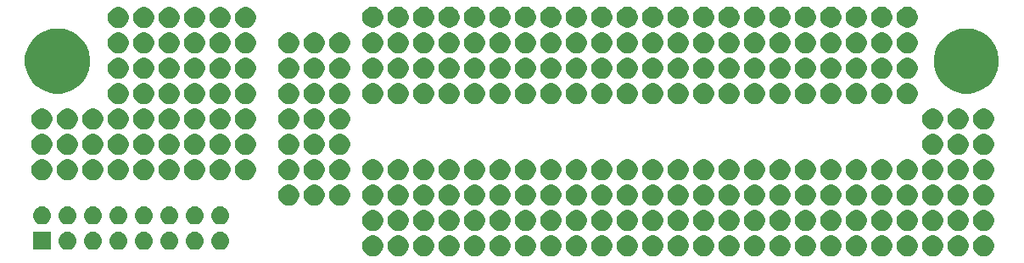
<source format=gbr>
G04 #@! TF.GenerationSoftware,KiCad,Pcbnew,(5.1.4)-1*
G04 #@! TF.CreationDate,2020-01-19T21:29:46+01:00*
G04 #@! TF.ProjectId,EuroHelper,4575726f-4865-46c7-9065-722e6b696361,rev?*
G04 #@! TF.SameCoordinates,Original*
G04 #@! TF.FileFunction,Soldermask,Bot*
G04 #@! TF.FilePolarity,Negative*
%FSLAX46Y46*%
G04 Gerber Fmt 4.6, Leading zero omitted, Abs format (unit mm)*
G04 Created by KiCad (PCBNEW (5.1.4)-1) date 2020-01-19 21:29:46*
%MOMM*%
%LPD*%
G04 APERTURE LIST*
%ADD10C,0.100000*%
G04 APERTURE END LIST*
D10*
G36*
X96318416Y-76485279D02*
G01*
X96509592Y-76564467D01*
X96509594Y-76564468D01*
X96642887Y-76653532D01*
X96681648Y-76679431D01*
X96827969Y-76825752D01*
X96942933Y-76997808D01*
X97022121Y-77188984D01*
X97062490Y-77391934D01*
X97062490Y-77598866D01*
X97022121Y-77801816D01*
X96981037Y-77901000D01*
X96942932Y-77992994D01*
X96827969Y-78165048D01*
X96681648Y-78311369D01*
X96509594Y-78426332D01*
X96509593Y-78426333D01*
X96509592Y-78426333D01*
X96318416Y-78505521D01*
X96115466Y-78545890D01*
X95908534Y-78545890D01*
X95705584Y-78505521D01*
X95514408Y-78426333D01*
X95514407Y-78426333D01*
X95514406Y-78426332D01*
X95342352Y-78311369D01*
X95196031Y-78165048D01*
X95081068Y-77992994D01*
X95042963Y-77901000D01*
X95001879Y-77801816D01*
X94961510Y-77598866D01*
X94961510Y-77391934D01*
X95001879Y-77188984D01*
X95081067Y-76997808D01*
X95196031Y-76825752D01*
X95342352Y-76679431D01*
X95381113Y-76653532D01*
X95514406Y-76564468D01*
X95514408Y-76564467D01*
X95705584Y-76485279D01*
X95908534Y-76444910D01*
X96115466Y-76444910D01*
X96318416Y-76485279D01*
X96318416Y-76485279D01*
G37*
G36*
X126798416Y-76485279D02*
G01*
X126989592Y-76564467D01*
X126989594Y-76564468D01*
X127122887Y-76653532D01*
X127161648Y-76679431D01*
X127307969Y-76825752D01*
X127422933Y-76997808D01*
X127502121Y-77188984D01*
X127542490Y-77391934D01*
X127542490Y-77598866D01*
X127502121Y-77801816D01*
X127461037Y-77901000D01*
X127422932Y-77992994D01*
X127307969Y-78165048D01*
X127161648Y-78311369D01*
X126989594Y-78426332D01*
X126989593Y-78426333D01*
X126989592Y-78426333D01*
X126798416Y-78505521D01*
X126595466Y-78545890D01*
X126388534Y-78545890D01*
X126185584Y-78505521D01*
X125994408Y-78426333D01*
X125994407Y-78426333D01*
X125994406Y-78426332D01*
X125822352Y-78311369D01*
X125676031Y-78165048D01*
X125561068Y-77992994D01*
X125522963Y-77901000D01*
X125481879Y-77801816D01*
X125441510Y-77598866D01*
X125441510Y-77391934D01*
X125481879Y-77188984D01*
X125561067Y-76997808D01*
X125676031Y-76825752D01*
X125822352Y-76679431D01*
X125861113Y-76653532D01*
X125994406Y-76564468D01*
X125994408Y-76564467D01*
X126185584Y-76485279D01*
X126388534Y-76444910D01*
X126595466Y-76444910D01*
X126798416Y-76485279D01*
X126798416Y-76485279D01*
G37*
G36*
X157278416Y-76485279D02*
G01*
X157469592Y-76564467D01*
X157469594Y-76564468D01*
X157602887Y-76653532D01*
X157641648Y-76679431D01*
X157787969Y-76825752D01*
X157902933Y-76997808D01*
X157982121Y-77188984D01*
X158022490Y-77391934D01*
X158022490Y-77598866D01*
X157982121Y-77801816D01*
X157941037Y-77901000D01*
X157902932Y-77992994D01*
X157787969Y-78165048D01*
X157641648Y-78311369D01*
X157469594Y-78426332D01*
X157469593Y-78426333D01*
X157469592Y-78426333D01*
X157278416Y-78505521D01*
X157075466Y-78545890D01*
X156868534Y-78545890D01*
X156665584Y-78505521D01*
X156474408Y-78426333D01*
X156474407Y-78426333D01*
X156474406Y-78426332D01*
X156302352Y-78311369D01*
X156156031Y-78165048D01*
X156041068Y-77992994D01*
X156002963Y-77901000D01*
X155961879Y-77801816D01*
X155921510Y-77598866D01*
X155921510Y-77391934D01*
X155961879Y-77188984D01*
X156041067Y-76997808D01*
X156156031Y-76825752D01*
X156302352Y-76679431D01*
X156341113Y-76653532D01*
X156474406Y-76564468D01*
X156474408Y-76564467D01*
X156665584Y-76485279D01*
X156868534Y-76444910D01*
X157075466Y-76444910D01*
X157278416Y-76485279D01*
X157278416Y-76485279D01*
G37*
G36*
X152198416Y-76485279D02*
G01*
X152389592Y-76564467D01*
X152389594Y-76564468D01*
X152522887Y-76653532D01*
X152561648Y-76679431D01*
X152707969Y-76825752D01*
X152822933Y-76997808D01*
X152902121Y-77188984D01*
X152942490Y-77391934D01*
X152942490Y-77598866D01*
X152902121Y-77801816D01*
X152861037Y-77901000D01*
X152822932Y-77992994D01*
X152707969Y-78165048D01*
X152561648Y-78311369D01*
X152389594Y-78426332D01*
X152389593Y-78426333D01*
X152389592Y-78426333D01*
X152198416Y-78505521D01*
X151995466Y-78545890D01*
X151788534Y-78545890D01*
X151585584Y-78505521D01*
X151394408Y-78426333D01*
X151394407Y-78426333D01*
X151394406Y-78426332D01*
X151222352Y-78311369D01*
X151076031Y-78165048D01*
X150961068Y-77992994D01*
X150922963Y-77901000D01*
X150881879Y-77801816D01*
X150841510Y-77598866D01*
X150841510Y-77391934D01*
X150881879Y-77188984D01*
X150961067Y-76997808D01*
X151076031Y-76825752D01*
X151222352Y-76679431D01*
X151261113Y-76653532D01*
X151394406Y-76564468D01*
X151394408Y-76564467D01*
X151585584Y-76485279D01*
X151788534Y-76444910D01*
X151995466Y-76444910D01*
X152198416Y-76485279D01*
X152198416Y-76485279D01*
G37*
G36*
X149658416Y-76485279D02*
G01*
X149849592Y-76564467D01*
X149849594Y-76564468D01*
X149982887Y-76653532D01*
X150021648Y-76679431D01*
X150167969Y-76825752D01*
X150282933Y-76997808D01*
X150362121Y-77188984D01*
X150402490Y-77391934D01*
X150402490Y-77598866D01*
X150362121Y-77801816D01*
X150321037Y-77901000D01*
X150282932Y-77992994D01*
X150167969Y-78165048D01*
X150021648Y-78311369D01*
X149849594Y-78426332D01*
X149849593Y-78426333D01*
X149849592Y-78426333D01*
X149658416Y-78505521D01*
X149455466Y-78545890D01*
X149248534Y-78545890D01*
X149045584Y-78505521D01*
X148854408Y-78426333D01*
X148854407Y-78426333D01*
X148854406Y-78426332D01*
X148682352Y-78311369D01*
X148536031Y-78165048D01*
X148421068Y-77992994D01*
X148382963Y-77901000D01*
X148341879Y-77801816D01*
X148301510Y-77598866D01*
X148301510Y-77391934D01*
X148341879Y-77188984D01*
X148421067Y-76997808D01*
X148536031Y-76825752D01*
X148682352Y-76679431D01*
X148721113Y-76653532D01*
X148854406Y-76564468D01*
X148854408Y-76564467D01*
X149045584Y-76485279D01*
X149248534Y-76444910D01*
X149455466Y-76444910D01*
X149658416Y-76485279D01*
X149658416Y-76485279D01*
G37*
G36*
X147118416Y-76485279D02*
G01*
X147309592Y-76564467D01*
X147309594Y-76564468D01*
X147442887Y-76653532D01*
X147481648Y-76679431D01*
X147627969Y-76825752D01*
X147742933Y-76997808D01*
X147822121Y-77188984D01*
X147862490Y-77391934D01*
X147862490Y-77598866D01*
X147822121Y-77801816D01*
X147781037Y-77901000D01*
X147742932Y-77992994D01*
X147627969Y-78165048D01*
X147481648Y-78311369D01*
X147309594Y-78426332D01*
X147309593Y-78426333D01*
X147309592Y-78426333D01*
X147118416Y-78505521D01*
X146915466Y-78545890D01*
X146708534Y-78545890D01*
X146505584Y-78505521D01*
X146314408Y-78426333D01*
X146314407Y-78426333D01*
X146314406Y-78426332D01*
X146142352Y-78311369D01*
X145996031Y-78165048D01*
X145881068Y-77992994D01*
X145842963Y-77901000D01*
X145801879Y-77801816D01*
X145761510Y-77598866D01*
X145761510Y-77391934D01*
X145801879Y-77188984D01*
X145881067Y-76997808D01*
X145996031Y-76825752D01*
X146142352Y-76679431D01*
X146181113Y-76653532D01*
X146314406Y-76564468D01*
X146314408Y-76564467D01*
X146505584Y-76485279D01*
X146708534Y-76444910D01*
X146915466Y-76444910D01*
X147118416Y-76485279D01*
X147118416Y-76485279D01*
G37*
G36*
X144578416Y-76485279D02*
G01*
X144769592Y-76564467D01*
X144769594Y-76564468D01*
X144902887Y-76653532D01*
X144941648Y-76679431D01*
X145087969Y-76825752D01*
X145202933Y-76997808D01*
X145282121Y-77188984D01*
X145322490Y-77391934D01*
X145322490Y-77598866D01*
X145282121Y-77801816D01*
X145241037Y-77901000D01*
X145202932Y-77992994D01*
X145087969Y-78165048D01*
X144941648Y-78311369D01*
X144769594Y-78426332D01*
X144769593Y-78426333D01*
X144769592Y-78426333D01*
X144578416Y-78505521D01*
X144375466Y-78545890D01*
X144168534Y-78545890D01*
X143965584Y-78505521D01*
X143774408Y-78426333D01*
X143774407Y-78426333D01*
X143774406Y-78426332D01*
X143602352Y-78311369D01*
X143456031Y-78165048D01*
X143341068Y-77992994D01*
X143302963Y-77901000D01*
X143261879Y-77801816D01*
X143221510Y-77598866D01*
X143221510Y-77391934D01*
X143261879Y-77188984D01*
X143341067Y-76997808D01*
X143456031Y-76825752D01*
X143602352Y-76679431D01*
X143641113Y-76653532D01*
X143774406Y-76564468D01*
X143774408Y-76564467D01*
X143965584Y-76485279D01*
X144168534Y-76444910D01*
X144375466Y-76444910D01*
X144578416Y-76485279D01*
X144578416Y-76485279D01*
G37*
G36*
X142038416Y-76485279D02*
G01*
X142229592Y-76564467D01*
X142229594Y-76564468D01*
X142362887Y-76653532D01*
X142401648Y-76679431D01*
X142547969Y-76825752D01*
X142662933Y-76997808D01*
X142742121Y-77188984D01*
X142782490Y-77391934D01*
X142782490Y-77598866D01*
X142742121Y-77801816D01*
X142701037Y-77901000D01*
X142662932Y-77992994D01*
X142547969Y-78165048D01*
X142401648Y-78311369D01*
X142229594Y-78426332D01*
X142229593Y-78426333D01*
X142229592Y-78426333D01*
X142038416Y-78505521D01*
X141835466Y-78545890D01*
X141628534Y-78545890D01*
X141425584Y-78505521D01*
X141234408Y-78426333D01*
X141234407Y-78426333D01*
X141234406Y-78426332D01*
X141062352Y-78311369D01*
X140916031Y-78165048D01*
X140801068Y-77992994D01*
X140762963Y-77901000D01*
X140721879Y-77801816D01*
X140681510Y-77598866D01*
X140681510Y-77391934D01*
X140721879Y-77188984D01*
X140801067Y-76997808D01*
X140916031Y-76825752D01*
X141062352Y-76679431D01*
X141101113Y-76653532D01*
X141234406Y-76564468D01*
X141234408Y-76564467D01*
X141425584Y-76485279D01*
X141628534Y-76444910D01*
X141835466Y-76444910D01*
X142038416Y-76485279D01*
X142038416Y-76485279D01*
G37*
G36*
X139498416Y-76485279D02*
G01*
X139689592Y-76564467D01*
X139689594Y-76564468D01*
X139822887Y-76653532D01*
X139861648Y-76679431D01*
X140007969Y-76825752D01*
X140122933Y-76997808D01*
X140202121Y-77188984D01*
X140242490Y-77391934D01*
X140242490Y-77598866D01*
X140202121Y-77801816D01*
X140161037Y-77901000D01*
X140122932Y-77992994D01*
X140007969Y-78165048D01*
X139861648Y-78311369D01*
X139689594Y-78426332D01*
X139689593Y-78426333D01*
X139689592Y-78426333D01*
X139498416Y-78505521D01*
X139295466Y-78545890D01*
X139088534Y-78545890D01*
X138885584Y-78505521D01*
X138694408Y-78426333D01*
X138694407Y-78426333D01*
X138694406Y-78426332D01*
X138522352Y-78311369D01*
X138376031Y-78165048D01*
X138261068Y-77992994D01*
X138222963Y-77901000D01*
X138181879Y-77801816D01*
X138141510Y-77598866D01*
X138141510Y-77391934D01*
X138181879Y-77188984D01*
X138261067Y-76997808D01*
X138376031Y-76825752D01*
X138522352Y-76679431D01*
X138561113Y-76653532D01*
X138694406Y-76564468D01*
X138694408Y-76564467D01*
X138885584Y-76485279D01*
X139088534Y-76444910D01*
X139295466Y-76444910D01*
X139498416Y-76485279D01*
X139498416Y-76485279D01*
G37*
G36*
X136958416Y-76485279D02*
G01*
X137149592Y-76564467D01*
X137149594Y-76564468D01*
X137282887Y-76653532D01*
X137321648Y-76679431D01*
X137467969Y-76825752D01*
X137582933Y-76997808D01*
X137662121Y-77188984D01*
X137702490Y-77391934D01*
X137702490Y-77598866D01*
X137662121Y-77801816D01*
X137621037Y-77901000D01*
X137582932Y-77992994D01*
X137467969Y-78165048D01*
X137321648Y-78311369D01*
X137149594Y-78426332D01*
X137149593Y-78426333D01*
X137149592Y-78426333D01*
X136958416Y-78505521D01*
X136755466Y-78545890D01*
X136548534Y-78545890D01*
X136345584Y-78505521D01*
X136154408Y-78426333D01*
X136154407Y-78426333D01*
X136154406Y-78426332D01*
X135982352Y-78311369D01*
X135836031Y-78165048D01*
X135721068Y-77992994D01*
X135682963Y-77901000D01*
X135641879Y-77801816D01*
X135601510Y-77598866D01*
X135601510Y-77391934D01*
X135641879Y-77188984D01*
X135721067Y-76997808D01*
X135836031Y-76825752D01*
X135982352Y-76679431D01*
X136021113Y-76653532D01*
X136154406Y-76564468D01*
X136154408Y-76564467D01*
X136345584Y-76485279D01*
X136548534Y-76444910D01*
X136755466Y-76444910D01*
X136958416Y-76485279D01*
X136958416Y-76485279D01*
G37*
G36*
X134418416Y-76485279D02*
G01*
X134609592Y-76564467D01*
X134609594Y-76564468D01*
X134742887Y-76653532D01*
X134781648Y-76679431D01*
X134927969Y-76825752D01*
X135042933Y-76997808D01*
X135122121Y-77188984D01*
X135162490Y-77391934D01*
X135162490Y-77598866D01*
X135122121Y-77801816D01*
X135081037Y-77901000D01*
X135042932Y-77992994D01*
X134927969Y-78165048D01*
X134781648Y-78311369D01*
X134609594Y-78426332D01*
X134609593Y-78426333D01*
X134609592Y-78426333D01*
X134418416Y-78505521D01*
X134215466Y-78545890D01*
X134008534Y-78545890D01*
X133805584Y-78505521D01*
X133614408Y-78426333D01*
X133614407Y-78426333D01*
X133614406Y-78426332D01*
X133442352Y-78311369D01*
X133296031Y-78165048D01*
X133181068Y-77992994D01*
X133142963Y-77901000D01*
X133101879Y-77801816D01*
X133061510Y-77598866D01*
X133061510Y-77391934D01*
X133101879Y-77188984D01*
X133181067Y-76997808D01*
X133296031Y-76825752D01*
X133442352Y-76679431D01*
X133481113Y-76653532D01*
X133614406Y-76564468D01*
X133614408Y-76564467D01*
X133805584Y-76485279D01*
X134008534Y-76444910D01*
X134215466Y-76444910D01*
X134418416Y-76485279D01*
X134418416Y-76485279D01*
G37*
G36*
X131878416Y-76485279D02*
G01*
X132069592Y-76564467D01*
X132069594Y-76564468D01*
X132202887Y-76653532D01*
X132241648Y-76679431D01*
X132387969Y-76825752D01*
X132502933Y-76997808D01*
X132582121Y-77188984D01*
X132622490Y-77391934D01*
X132622490Y-77598866D01*
X132582121Y-77801816D01*
X132541037Y-77901000D01*
X132502932Y-77992994D01*
X132387969Y-78165048D01*
X132241648Y-78311369D01*
X132069594Y-78426332D01*
X132069593Y-78426333D01*
X132069592Y-78426333D01*
X131878416Y-78505521D01*
X131675466Y-78545890D01*
X131468534Y-78545890D01*
X131265584Y-78505521D01*
X131074408Y-78426333D01*
X131074407Y-78426333D01*
X131074406Y-78426332D01*
X130902352Y-78311369D01*
X130756031Y-78165048D01*
X130641068Y-77992994D01*
X130602963Y-77901000D01*
X130561879Y-77801816D01*
X130521510Y-77598866D01*
X130521510Y-77391934D01*
X130561879Y-77188984D01*
X130641067Y-76997808D01*
X130756031Y-76825752D01*
X130902352Y-76679431D01*
X130941113Y-76653532D01*
X131074406Y-76564468D01*
X131074408Y-76564467D01*
X131265584Y-76485279D01*
X131468534Y-76444910D01*
X131675466Y-76444910D01*
X131878416Y-76485279D01*
X131878416Y-76485279D01*
G37*
G36*
X129338416Y-76485279D02*
G01*
X129529592Y-76564467D01*
X129529594Y-76564468D01*
X129662887Y-76653532D01*
X129701648Y-76679431D01*
X129847969Y-76825752D01*
X129962933Y-76997808D01*
X130042121Y-77188984D01*
X130082490Y-77391934D01*
X130082490Y-77598866D01*
X130042121Y-77801816D01*
X130001037Y-77901000D01*
X129962932Y-77992994D01*
X129847969Y-78165048D01*
X129701648Y-78311369D01*
X129529594Y-78426332D01*
X129529593Y-78426333D01*
X129529592Y-78426333D01*
X129338416Y-78505521D01*
X129135466Y-78545890D01*
X128928534Y-78545890D01*
X128725584Y-78505521D01*
X128534408Y-78426333D01*
X128534407Y-78426333D01*
X128534406Y-78426332D01*
X128362352Y-78311369D01*
X128216031Y-78165048D01*
X128101068Y-77992994D01*
X128062963Y-77901000D01*
X128021879Y-77801816D01*
X127981510Y-77598866D01*
X127981510Y-77391934D01*
X128021879Y-77188984D01*
X128101067Y-76997808D01*
X128216031Y-76825752D01*
X128362352Y-76679431D01*
X128401113Y-76653532D01*
X128534406Y-76564468D01*
X128534408Y-76564467D01*
X128725584Y-76485279D01*
X128928534Y-76444910D01*
X129135466Y-76444910D01*
X129338416Y-76485279D01*
X129338416Y-76485279D01*
G37*
G36*
X124258416Y-76485279D02*
G01*
X124449592Y-76564467D01*
X124449594Y-76564468D01*
X124582887Y-76653532D01*
X124621648Y-76679431D01*
X124767969Y-76825752D01*
X124882933Y-76997808D01*
X124962121Y-77188984D01*
X125002490Y-77391934D01*
X125002490Y-77598866D01*
X124962121Y-77801816D01*
X124921037Y-77901000D01*
X124882932Y-77992994D01*
X124767969Y-78165048D01*
X124621648Y-78311369D01*
X124449594Y-78426332D01*
X124449593Y-78426333D01*
X124449592Y-78426333D01*
X124258416Y-78505521D01*
X124055466Y-78545890D01*
X123848534Y-78545890D01*
X123645584Y-78505521D01*
X123454408Y-78426333D01*
X123454407Y-78426333D01*
X123454406Y-78426332D01*
X123282352Y-78311369D01*
X123136031Y-78165048D01*
X123021068Y-77992994D01*
X122982963Y-77901000D01*
X122941879Y-77801816D01*
X122901510Y-77598866D01*
X122901510Y-77391934D01*
X122941879Y-77188984D01*
X123021067Y-76997808D01*
X123136031Y-76825752D01*
X123282352Y-76679431D01*
X123321113Y-76653532D01*
X123454406Y-76564468D01*
X123454408Y-76564467D01*
X123645584Y-76485279D01*
X123848534Y-76444910D01*
X124055466Y-76444910D01*
X124258416Y-76485279D01*
X124258416Y-76485279D01*
G37*
G36*
X121718416Y-76485279D02*
G01*
X121909592Y-76564467D01*
X121909594Y-76564468D01*
X122042887Y-76653532D01*
X122081648Y-76679431D01*
X122227969Y-76825752D01*
X122342933Y-76997808D01*
X122422121Y-77188984D01*
X122462490Y-77391934D01*
X122462490Y-77598866D01*
X122422121Y-77801816D01*
X122381037Y-77901000D01*
X122342932Y-77992994D01*
X122227969Y-78165048D01*
X122081648Y-78311369D01*
X121909594Y-78426332D01*
X121909593Y-78426333D01*
X121909592Y-78426333D01*
X121718416Y-78505521D01*
X121515466Y-78545890D01*
X121308534Y-78545890D01*
X121105584Y-78505521D01*
X120914408Y-78426333D01*
X120914407Y-78426333D01*
X120914406Y-78426332D01*
X120742352Y-78311369D01*
X120596031Y-78165048D01*
X120481068Y-77992994D01*
X120442963Y-77901000D01*
X120401879Y-77801816D01*
X120361510Y-77598866D01*
X120361510Y-77391934D01*
X120401879Y-77188984D01*
X120481067Y-76997808D01*
X120596031Y-76825752D01*
X120742352Y-76679431D01*
X120781113Y-76653532D01*
X120914406Y-76564468D01*
X120914408Y-76564467D01*
X121105584Y-76485279D01*
X121308534Y-76444910D01*
X121515466Y-76444910D01*
X121718416Y-76485279D01*
X121718416Y-76485279D01*
G37*
G36*
X119178416Y-76485279D02*
G01*
X119369592Y-76564467D01*
X119369594Y-76564468D01*
X119502887Y-76653532D01*
X119541648Y-76679431D01*
X119687969Y-76825752D01*
X119802933Y-76997808D01*
X119882121Y-77188984D01*
X119922490Y-77391934D01*
X119922490Y-77598866D01*
X119882121Y-77801816D01*
X119841037Y-77901000D01*
X119802932Y-77992994D01*
X119687969Y-78165048D01*
X119541648Y-78311369D01*
X119369594Y-78426332D01*
X119369593Y-78426333D01*
X119369592Y-78426333D01*
X119178416Y-78505521D01*
X118975466Y-78545890D01*
X118768534Y-78545890D01*
X118565584Y-78505521D01*
X118374408Y-78426333D01*
X118374407Y-78426333D01*
X118374406Y-78426332D01*
X118202352Y-78311369D01*
X118056031Y-78165048D01*
X117941068Y-77992994D01*
X117902963Y-77901000D01*
X117861879Y-77801816D01*
X117821510Y-77598866D01*
X117821510Y-77391934D01*
X117861879Y-77188984D01*
X117941067Y-76997808D01*
X118056031Y-76825752D01*
X118202352Y-76679431D01*
X118241113Y-76653532D01*
X118374406Y-76564468D01*
X118374408Y-76564467D01*
X118565584Y-76485279D01*
X118768534Y-76444910D01*
X118975466Y-76444910D01*
X119178416Y-76485279D01*
X119178416Y-76485279D01*
G37*
G36*
X116638416Y-76485279D02*
G01*
X116829592Y-76564467D01*
X116829594Y-76564468D01*
X116962887Y-76653532D01*
X117001648Y-76679431D01*
X117147969Y-76825752D01*
X117262933Y-76997808D01*
X117342121Y-77188984D01*
X117382490Y-77391934D01*
X117382490Y-77598866D01*
X117342121Y-77801816D01*
X117301037Y-77901000D01*
X117262932Y-77992994D01*
X117147969Y-78165048D01*
X117001648Y-78311369D01*
X116829594Y-78426332D01*
X116829593Y-78426333D01*
X116829592Y-78426333D01*
X116638416Y-78505521D01*
X116435466Y-78545890D01*
X116228534Y-78545890D01*
X116025584Y-78505521D01*
X115834408Y-78426333D01*
X115834407Y-78426333D01*
X115834406Y-78426332D01*
X115662352Y-78311369D01*
X115516031Y-78165048D01*
X115401068Y-77992994D01*
X115362963Y-77901000D01*
X115321879Y-77801816D01*
X115281510Y-77598866D01*
X115281510Y-77391934D01*
X115321879Y-77188984D01*
X115401067Y-76997808D01*
X115516031Y-76825752D01*
X115662352Y-76679431D01*
X115701113Y-76653532D01*
X115834406Y-76564468D01*
X115834408Y-76564467D01*
X116025584Y-76485279D01*
X116228534Y-76444910D01*
X116435466Y-76444910D01*
X116638416Y-76485279D01*
X116638416Y-76485279D01*
G37*
G36*
X114098416Y-76485279D02*
G01*
X114289592Y-76564467D01*
X114289594Y-76564468D01*
X114422887Y-76653532D01*
X114461648Y-76679431D01*
X114607969Y-76825752D01*
X114722933Y-76997808D01*
X114802121Y-77188984D01*
X114842490Y-77391934D01*
X114842490Y-77598866D01*
X114802121Y-77801816D01*
X114761037Y-77901000D01*
X114722932Y-77992994D01*
X114607969Y-78165048D01*
X114461648Y-78311369D01*
X114289594Y-78426332D01*
X114289593Y-78426333D01*
X114289592Y-78426333D01*
X114098416Y-78505521D01*
X113895466Y-78545890D01*
X113688534Y-78545890D01*
X113485584Y-78505521D01*
X113294408Y-78426333D01*
X113294407Y-78426333D01*
X113294406Y-78426332D01*
X113122352Y-78311369D01*
X112976031Y-78165048D01*
X112861068Y-77992994D01*
X112822963Y-77901000D01*
X112781879Y-77801816D01*
X112741510Y-77598866D01*
X112741510Y-77391934D01*
X112781879Y-77188984D01*
X112861067Y-76997808D01*
X112976031Y-76825752D01*
X113122352Y-76679431D01*
X113161113Y-76653532D01*
X113294406Y-76564468D01*
X113294408Y-76564467D01*
X113485584Y-76485279D01*
X113688534Y-76444910D01*
X113895466Y-76444910D01*
X114098416Y-76485279D01*
X114098416Y-76485279D01*
G37*
G36*
X111558416Y-76485279D02*
G01*
X111749592Y-76564467D01*
X111749594Y-76564468D01*
X111882887Y-76653532D01*
X111921648Y-76679431D01*
X112067969Y-76825752D01*
X112182933Y-76997808D01*
X112262121Y-77188984D01*
X112302490Y-77391934D01*
X112302490Y-77598866D01*
X112262121Y-77801816D01*
X112221037Y-77901000D01*
X112182932Y-77992994D01*
X112067969Y-78165048D01*
X111921648Y-78311369D01*
X111749594Y-78426332D01*
X111749593Y-78426333D01*
X111749592Y-78426333D01*
X111558416Y-78505521D01*
X111355466Y-78545890D01*
X111148534Y-78545890D01*
X110945584Y-78505521D01*
X110754408Y-78426333D01*
X110754407Y-78426333D01*
X110754406Y-78426332D01*
X110582352Y-78311369D01*
X110436031Y-78165048D01*
X110321068Y-77992994D01*
X110282963Y-77901000D01*
X110241879Y-77801816D01*
X110201510Y-77598866D01*
X110201510Y-77391934D01*
X110241879Y-77188984D01*
X110321067Y-76997808D01*
X110436031Y-76825752D01*
X110582352Y-76679431D01*
X110621113Y-76653532D01*
X110754406Y-76564468D01*
X110754408Y-76564467D01*
X110945584Y-76485279D01*
X111148534Y-76444910D01*
X111355466Y-76444910D01*
X111558416Y-76485279D01*
X111558416Y-76485279D01*
G37*
G36*
X109018416Y-76485279D02*
G01*
X109209592Y-76564467D01*
X109209594Y-76564468D01*
X109342887Y-76653532D01*
X109381648Y-76679431D01*
X109527969Y-76825752D01*
X109642933Y-76997808D01*
X109722121Y-77188984D01*
X109762490Y-77391934D01*
X109762490Y-77598866D01*
X109722121Y-77801816D01*
X109681037Y-77901000D01*
X109642932Y-77992994D01*
X109527969Y-78165048D01*
X109381648Y-78311369D01*
X109209594Y-78426332D01*
X109209593Y-78426333D01*
X109209592Y-78426333D01*
X109018416Y-78505521D01*
X108815466Y-78545890D01*
X108608534Y-78545890D01*
X108405584Y-78505521D01*
X108214408Y-78426333D01*
X108214407Y-78426333D01*
X108214406Y-78426332D01*
X108042352Y-78311369D01*
X107896031Y-78165048D01*
X107781068Y-77992994D01*
X107742963Y-77901000D01*
X107701879Y-77801816D01*
X107661510Y-77598866D01*
X107661510Y-77391934D01*
X107701879Y-77188984D01*
X107781067Y-76997808D01*
X107896031Y-76825752D01*
X108042352Y-76679431D01*
X108081113Y-76653532D01*
X108214406Y-76564468D01*
X108214408Y-76564467D01*
X108405584Y-76485279D01*
X108608534Y-76444910D01*
X108815466Y-76444910D01*
X109018416Y-76485279D01*
X109018416Y-76485279D01*
G37*
G36*
X106478416Y-76485279D02*
G01*
X106669592Y-76564467D01*
X106669594Y-76564468D01*
X106802887Y-76653532D01*
X106841648Y-76679431D01*
X106987969Y-76825752D01*
X107102933Y-76997808D01*
X107182121Y-77188984D01*
X107222490Y-77391934D01*
X107222490Y-77598866D01*
X107182121Y-77801816D01*
X107141037Y-77901000D01*
X107102932Y-77992994D01*
X106987969Y-78165048D01*
X106841648Y-78311369D01*
X106669594Y-78426332D01*
X106669593Y-78426333D01*
X106669592Y-78426333D01*
X106478416Y-78505521D01*
X106275466Y-78545890D01*
X106068534Y-78545890D01*
X105865584Y-78505521D01*
X105674408Y-78426333D01*
X105674407Y-78426333D01*
X105674406Y-78426332D01*
X105502352Y-78311369D01*
X105356031Y-78165048D01*
X105241068Y-77992994D01*
X105202963Y-77901000D01*
X105161879Y-77801816D01*
X105121510Y-77598866D01*
X105121510Y-77391934D01*
X105161879Y-77188984D01*
X105241067Y-76997808D01*
X105356031Y-76825752D01*
X105502352Y-76679431D01*
X105541113Y-76653532D01*
X105674406Y-76564468D01*
X105674408Y-76564467D01*
X105865584Y-76485279D01*
X106068534Y-76444910D01*
X106275466Y-76444910D01*
X106478416Y-76485279D01*
X106478416Y-76485279D01*
G37*
G36*
X103938416Y-76485279D02*
G01*
X104129592Y-76564467D01*
X104129594Y-76564468D01*
X104262887Y-76653532D01*
X104301648Y-76679431D01*
X104447969Y-76825752D01*
X104562933Y-76997808D01*
X104642121Y-77188984D01*
X104682490Y-77391934D01*
X104682490Y-77598866D01*
X104642121Y-77801816D01*
X104601037Y-77901000D01*
X104562932Y-77992994D01*
X104447969Y-78165048D01*
X104301648Y-78311369D01*
X104129594Y-78426332D01*
X104129593Y-78426333D01*
X104129592Y-78426333D01*
X103938416Y-78505521D01*
X103735466Y-78545890D01*
X103528534Y-78545890D01*
X103325584Y-78505521D01*
X103134408Y-78426333D01*
X103134407Y-78426333D01*
X103134406Y-78426332D01*
X102962352Y-78311369D01*
X102816031Y-78165048D01*
X102701068Y-77992994D01*
X102662963Y-77901000D01*
X102621879Y-77801816D01*
X102581510Y-77598866D01*
X102581510Y-77391934D01*
X102621879Y-77188984D01*
X102701067Y-76997808D01*
X102816031Y-76825752D01*
X102962352Y-76679431D01*
X103001113Y-76653532D01*
X103134406Y-76564468D01*
X103134408Y-76564467D01*
X103325584Y-76485279D01*
X103528534Y-76444910D01*
X103735466Y-76444910D01*
X103938416Y-76485279D01*
X103938416Y-76485279D01*
G37*
G36*
X101398416Y-76485279D02*
G01*
X101589592Y-76564467D01*
X101589594Y-76564468D01*
X101722887Y-76653532D01*
X101761648Y-76679431D01*
X101907969Y-76825752D01*
X102022933Y-76997808D01*
X102102121Y-77188984D01*
X102142490Y-77391934D01*
X102142490Y-77598866D01*
X102102121Y-77801816D01*
X102061037Y-77901000D01*
X102022932Y-77992994D01*
X101907969Y-78165048D01*
X101761648Y-78311369D01*
X101589594Y-78426332D01*
X101589593Y-78426333D01*
X101589592Y-78426333D01*
X101398416Y-78505521D01*
X101195466Y-78545890D01*
X100988534Y-78545890D01*
X100785584Y-78505521D01*
X100594408Y-78426333D01*
X100594407Y-78426333D01*
X100594406Y-78426332D01*
X100422352Y-78311369D01*
X100276031Y-78165048D01*
X100161068Y-77992994D01*
X100122963Y-77901000D01*
X100081879Y-77801816D01*
X100041510Y-77598866D01*
X100041510Y-77391934D01*
X100081879Y-77188984D01*
X100161067Y-76997808D01*
X100276031Y-76825752D01*
X100422352Y-76679431D01*
X100461113Y-76653532D01*
X100594406Y-76564468D01*
X100594408Y-76564467D01*
X100785584Y-76485279D01*
X100988534Y-76444910D01*
X101195466Y-76444910D01*
X101398416Y-76485279D01*
X101398416Y-76485279D01*
G37*
G36*
X98858416Y-76485279D02*
G01*
X99049592Y-76564467D01*
X99049594Y-76564468D01*
X99182887Y-76653532D01*
X99221648Y-76679431D01*
X99367969Y-76825752D01*
X99482933Y-76997808D01*
X99562121Y-77188984D01*
X99602490Y-77391934D01*
X99602490Y-77598866D01*
X99562121Y-77801816D01*
X99521037Y-77901000D01*
X99482932Y-77992994D01*
X99367969Y-78165048D01*
X99221648Y-78311369D01*
X99049594Y-78426332D01*
X99049593Y-78426333D01*
X99049592Y-78426333D01*
X98858416Y-78505521D01*
X98655466Y-78545890D01*
X98448534Y-78545890D01*
X98245584Y-78505521D01*
X98054408Y-78426333D01*
X98054407Y-78426333D01*
X98054406Y-78426332D01*
X97882352Y-78311369D01*
X97736031Y-78165048D01*
X97621068Y-77992994D01*
X97582963Y-77901000D01*
X97541879Y-77801816D01*
X97501510Y-77598866D01*
X97501510Y-77391934D01*
X97541879Y-77188984D01*
X97621067Y-76997808D01*
X97736031Y-76825752D01*
X97882352Y-76679431D01*
X97921113Y-76653532D01*
X98054406Y-76564468D01*
X98054408Y-76564467D01*
X98245584Y-76485279D01*
X98448534Y-76444910D01*
X98655466Y-76444910D01*
X98858416Y-76485279D01*
X98858416Y-76485279D01*
G37*
G36*
X154738416Y-76485279D02*
G01*
X154929592Y-76564467D01*
X154929594Y-76564468D01*
X155062887Y-76653532D01*
X155101648Y-76679431D01*
X155247969Y-76825752D01*
X155362933Y-76997808D01*
X155442121Y-77188984D01*
X155482490Y-77391934D01*
X155482490Y-77598866D01*
X155442121Y-77801816D01*
X155401037Y-77901000D01*
X155362932Y-77992994D01*
X155247969Y-78165048D01*
X155101648Y-78311369D01*
X154929594Y-78426332D01*
X154929593Y-78426333D01*
X154929592Y-78426333D01*
X154738416Y-78505521D01*
X154535466Y-78545890D01*
X154328534Y-78545890D01*
X154125584Y-78505521D01*
X153934408Y-78426333D01*
X153934407Y-78426333D01*
X153934406Y-78426332D01*
X153762352Y-78311369D01*
X153616031Y-78165048D01*
X153501068Y-77992994D01*
X153462963Y-77901000D01*
X153421879Y-77801816D01*
X153381510Y-77598866D01*
X153381510Y-77391934D01*
X153421879Y-77188984D01*
X153501067Y-76997808D01*
X153616031Y-76825752D01*
X153762352Y-76679431D01*
X153801113Y-76653532D01*
X153934406Y-76564468D01*
X153934408Y-76564467D01*
X154125584Y-76485279D01*
X154328534Y-76444910D01*
X154535466Y-76444910D01*
X154738416Y-76485279D01*
X154738416Y-76485279D01*
G37*
G36*
X75810443Y-76105519D02*
G01*
X75876627Y-76112037D01*
X76046466Y-76163557D01*
X76202991Y-76247222D01*
X76238729Y-76276552D01*
X76340186Y-76359814D01*
X76410021Y-76444910D01*
X76452778Y-76497009D01*
X76536443Y-76653534D01*
X76587963Y-76823373D01*
X76605359Y-77000000D01*
X76587963Y-77176627D01*
X76536443Y-77346466D01*
X76452778Y-77502991D01*
X76423448Y-77538729D01*
X76340186Y-77640186D01*
X76238729Y-77723448D01*
X76202991Y-77752778D01*
X76046466Y-77836443D01*
X75876627Y-77887963D01*
X75810442Y-77894482D01*
X75744260Y-77901000D01*
X75655740Y-77901000D01*
X75589558Y-77894482D01*
X75523373Y-77887963D01*
X75353534Y-77836443D01*
X75197009Y-77752778D01*
X75161271Y-77723448D01*
X75059814Y-77640186D01*
X74976552Y-77538729D01*
X74947222Y-77502991D01*
X74863557Y-77346466D01*
X74812037Y-77176627D01*
X74794641Y-77000000D01*
X74812037Y-76823373D01*
X74863557Y-76653534D01*
X74947222Y-76497009D01*
X74989979Y-76444910D01*
X75059814Y-76359814D01*
X75161271Y-76276552D01*
X75197009Y-76247222D01*
X75353534Y-76163557D01*
X75523373Y-76112037D01*
X75589557Y-76105519D01*
X75655740Y-76099000D01*
X75744260Y-76099000D01*
X75810443Y-76105519D01*
X75810443Y-76105519D01*
G37*
G36*
X68190443Y-76105519D02*
G01*
X68256627Y-76112037D01*
X68426466Y-76163557D01*
X68582991Y-76247222D01*
X68618729Y-76276552D01*
X68720186Y-76359814D01*
X68790021Y-76444910D01*
X68832778Y-76497009D01*
X68916443Y-76653534D01*
X68967963Y-76823373D01*
X68985359Y-77000000D01*
X68967963Y-77176627D01*
X68916443Y-77346466D01*
X68832778Y-77502991D01*
X68803448Y-77538729D01*
X68720186Y-77640186D01*
X68618729Y-77723448D01*
X68582991Y-77752778D01*
X68426466Y-77836443D01*
X68256627Y-77887963D01*
X68190442Y-77894482D01*
X68124260Y-77901000D01*
X68035740Y-77901000D01*
X67969558Y-77894482D01*
X67903373Y-77887963D01*
X67733534Y-77836443D01*
X67577009Y-77752778D01*
X67541271Y-77723448D01*
X67439814Y-77640186D01*
X67356552Y-77538729D01*
X67327222Y-77502991D01*
X67243557Y-77346466D01*
X67192037Y-77176627D01*
X67174641Y-77000000D01*
X67192037Y-76823373D01*
X67243557Y-76653534D01*
X67327222Y-76497009D01*
X67369979Y-76444910D01*
X67439814Y-76359814D01*
X67541271Y-76276552D01*
X67577009Y-76247222D01*
X67733534Y-76163557D01*
X67903373Y-76112037D01*
X67969557Y-76105519D01*
X68035740Y-76099000D01*
X68124260Y-76099000D01*
X68190443Y-76105519D01*
X68190443Y-76105519D01*
G37*
G36*
X70730443Y-76105519D02*
G01*
X70796627Y-76112037D01*
X70966466Y-76163557D01*
X71122991Y-76247222D01*
X71158729Y-76276552D01*
X71260186Y-76359814D01*
X71330021Y-76444910D01*
X71372778Y-76497009D01*
X71456443Y-76653534D01*
X71507963Y-76823373D01*
X71525359Y-77000000D01*
X71507963Y-77176627D01*
X71456443Y-77346466D01*
X71372778Y-77502991D01*
X71343448Y-77538729D01*
X71260186Y-77640186D01*
X71158729Y-77723448D01*
X71122991Y-77752778D01*
X70966466Y-77836443D01*
X70796627Y-77887963D01*
X70730442Y-77894482D01*
X70664260Y-77901000D01*
X70575740Y-77901000D01*
X70509558Y-77894482D01*
X70443373Y-77887963D01*
X70273534Y-77836443D01*
X70117009Y-77752778D01*
X70081271Y-77723448D01*
X69979814Y-77640186D01*
X69896552Y-77538729D01*
X69867222Y-77502991D01*
X69783557Y-77346466D01*
X69732037Y-77176627D01*
X69714641Y-77000000D01*
X69732037Y-76823373D01*
X69783557Y-76653534D01*
X69867222Y-76497009D01*
X69909979Y-76444910D01*
X69979814Y-76359814D01*
X70081271Y-76276552D01*
X70117009Y-76247222D01*
X70273534Y-76163557D01*
X70443373Y-76112037D01*
X70509557Y-76105519D01*
X70575740Y-76099000D01*
X70664260Y-76099000D01*
X70730443Y-76105519D01*
X70730443Y-76105519D01*
G37*
G36*
X73270443Y-76105519D02*
G01*
X73336627Y-76112037D01*
X73506466Y-76163557D01*
X73662991Y-76247222D01*
X73698729Y-76276552D01*
X73800186Y-76359814D01*
X73870021Y-76444910D01*
X73912778Y-76497009D01*
X73996443Y-76653534D01*
X74047963Y-76823373D01*
X74065359Y-77000000D01*
X74047963Y-77176627D01*
X73996443Y-77346466D01*
X73912778Y-77502991D01*
X73883448Y-77538729D01*
X73800186Y-77640186D01*
X73698729Y-77723448D01*
X73662991Y-77752778D01*
X73506466Y-77836443D01*
X73336627Y-77887963D01*
X73270442Y-77894482D01*
X73204260Y-77901000D01*
X73115740Y-77901000D01*
X73049558Y-77894482D01*
X72983373Y-77887963D01*
X72813534Y-77836443D01*
X72657009Y-77752778D01*
X72621271Y-77723448D01*
X72519814Y-77640186D01*
X72436552Y-77538729D01*
X72407222Y-77502991D01*
X72323557Y-77346466D01*
X72272037Y-77176627D01*
X72254641Y-77000000D01*
X72272037Y-76823373D01*
X72323557Y-76653534D01*
X72407222Y-76497009D01*
X72449979Y-76444910D01*
X72519814Y-76359814D01*
X72621271Y-76276552D01*
X72657009Y-76247222D01*
X72813534Y-76163557D01*
X72983373Y-76112037D01*
X73049557Y-76105519D01*
X73115740Y-76099000D01*
X73204260Y-76099000D01*
X73270443Y-76105519D01*
X73270443Y-76105519D01*
G37*
G36*
X80890443Y-76105519D02*
G01*
X80956627Y-76112037D01*
X81126466Y-76163557D01*
X81282991Y-76247222D01*
X81318729Y-76276552D01*
X81420186Y-76359814D01*
X81490021Y-76444910D01*
X81532778Y-76497009D01*
X81616443Y-76653534D01*
X81667963Y-76823373D01*
X81685359Y-77000000D01*
X81667963Y-77176627D01*
X81616443Y-77346466D01*
X81532778Y-77502991D01*
X81503448Y-77538729D01*
X81420186Y-77640186D01*
X81318729Y-77723448D01*
X81282991Y-77752778D01*
X81126466Y-77836443D01*
X80956627Y-77887963D01*
X80890442Y-77894482D01*
X80824260Y-77901000D01*
X80735740Y-77901000D01*
X80669558Y-77894482D01*
X80603373Y-77887963D01*
X80433534Y-77836443D01*
X80277009Y-77752778D01*
X80241271Y-77723448D01*
X80139814Y-77640186D01*
X80056552Y-77538729D01*
X80027222Y-77502991D01*
X79943557Y-77346466D01*
X79892037Y-77176627D01*
X79874641Y-77000000D01*
X79892037Y-76823373D01*
X79943557Y-76653534D01*
X80027222Y-76497009D01*
X80069979Y-76444910D01*
X80139814Y-76359814D01*
X80241271Y-76276552D01*
X80277009Y-76247222D01*
X80433534Y-76163557D01*
X80603373Y-76112037D01*
X80669557Y-76105519D01*
X80735740Y-76099000D01*
X80824260Y-76099000D01*
X80890443Y-76105519D01*
X80890443Y-76105519D01*
G37*
G36*
X65650443Y-76105519D02*
G01*
X65716627Y-76112037D01*
X65886466Y-76163557D01*
X66042991Y-76247222D01*
X66078729Y-76276552D01*
X66180186Y-76359814D01*
X66250021Y-76444910D01*
X66292778Y-76497009D01*
X66376443Y-76653534D01*
X66427963Y-76823373D01*
X66445359Y-77000000D01*
X66427963Y-77176627D01*
X66376443Y-77346466D01*
X66292778Y-77502991D01*
X66263448Y-77538729D01*
X66180186Y-77640186D01*
X66078729Y-77723448D01*
X66042991Y-77752778D01*
X65886466Y-77836443D01*
X65716627Y-77887963D01*
X65650442Y-77894482D01*
X65584260Y-77901000D01*
X65495740Y-77901000D01*
X65429558Y-77894482D01*
X65363373Y-77887963D01*
X65193534Y-77836443D01*
X65037009Y-77752778D01*
X65001271Y-77723448D01*
X64899814Y-77640186D01*
X64816552Y-77538729D01*
X64787222Y-77502991D01*
X64703557Y-77346466D01*
X64652037Y-77176627D01*
X64634641Y-77000000D01*
X64652037Y-76823373D01*
X64703557Y-76653534D01*
X64787222Y-76497009D01*
X64829979Y-76444910D01*
X64899814Y-76359814D01*
X65001271Y-76276552D01*
X65037009Y-76247222D01*
X65193534Y-76163557D01*
X65363373Y-76112037D01*
X65429557Y-76105519D01*
X65495740Y-76099000D01*
X65584260Y-76099000D01*
X65650443Y-76105519D01*
X65650443Y-76105519D01*
G37*
G36*
X63901000Y-77901000D02*
G01*
X62099000Y-77901000D01*
X62099000Y-76099000D01*
X63901000Y-76099000D01*
X63901000Y-77901000D01*
X63901000Y-77901000D01*
G37*
G36*
X78350443Y-76105519D02*
G01*
X78416627Y-76112037D01*
X78586466Y-76163557D01*
X78742991Y-76247222D01*
X78778729Y-76276552D01*
X78880186Y-76359814D01*
X78950021Y-76444910D01*
X78992778Y-76497009D01*
X79076443Y-76653534D01*
X79127963Y-76823373D01*
X79145359Y-77000000D01*
X79127963Y-77176627D01*
X79076443Y-77346466D01*
X78992778Y-77502991D01*
X78963448Y-77538729D01*
X78880186Y-77640186D01*
X78778729Y-77723448D01*
X78742991Y-77752778D01*
X78586466Y-77836443D01*
X78416627Y-77887963D01*
X78350442Y-77894482D01*
X78284260Y-77901000D01*
X78195740Y-77901000D01*
X78129558Y-77894482D01*
X78063373Y-77887963D01*
X77893534Y-77836443D01*
X77737009Y-77752778D01*
X77701271Y-77723448D01*
X77599814Y-77640186D01*
X77516552Y-77538729D01*
X77487222Y-77502991D01*
X77403557Y-77346466D01*
X77352037Y-77176627D01*
X77334641Y-77000000D01*
X77352037Y-76823373D01*
X77403557Y-76653534D01*
X77487222Y-76497009D01*
X77529979Y-76444910D01*
X77599814Y-76359814D01*
X77701271Y-76276552D01*
X77737009Y-76247222D01*
X77893534Y-76163557D01*
X78063373Y-76112037D01*
X78129557Y-76105519D01*
X78195740Y-76099000D01*
X78284260Y-76099000D01*
X78350443Y-76105519D01*
X78350443Y-76105519D01*
G37*
G36*
X152198416Y-73945279D02*
G01*
X152389592Y-74024467D01*
X152389594Y-74024468D01*
X152522887Y-74113532D01*
X152561648Y-74139431D01*
X152707969Y-74285752D01*
X152822933Y-74457808D01*
X152902121Y-74648984D01*
X152942490Y-74851934D01*
X152942490Y-75058866D01*
X152902121Y-75261816D01*
X152861037Y-75361000D01*
X152822932Y-75452994D01*
X152707969Y-75625048D01*
X152561648Y-75771369D01*
X152389594Y-75886332D01*
X152389593Y-75886333D01*
X152389592Y-75886333D01*
X152198416Y-75965521D01*
X151995466Y-76005890D01*
X151788534Y-76005890D01*
X151585584Y-75965521D01*
X151394408Y-75886333D01*
X151394407Y-75886333D01*
X151394406Y-75886332D01*
X151222352Y-75771369D01*
X151076031Y-75625048D01*
X150961068Y-75452994D01*
X150922963Y-75361000D01*
X150881879Y-75261816D01*
X150841510Y-75058866D01*
X150841510Y-74851934D01*
X150881879Y-74648984D01*
X150961067Y-74457808D01*
X151076031Y-74285752D01*
X151222352Y-74139431D01*
X151261113Y-74113532D01*
X151394406Y-74024468D01*
X151394408Y-74024467D01*
X151585584Y-73945279D01*
X151788534Y-73904910D01*
X151995466Y-73904910D01*
X152198416Y-73945279D01*
X152198416Y-73945279D01*
G37*
G36*
X124258416Y-73945279D02*
G01*
X124449592Y-74024467D01*
X124449594Y-74024468D01*
X124582887Y-74113532D01*
X124621648Y-74139431D01*
X124767969Y-74285752D01*
X124882933Y-74457808D01*
X124962121Y-74648984D01*
X125002490Y-74851934D01*
X125002490Y-75058866D01*
X124962121Y-75261816D01*
X124921037Y-75361000D01*
X124882932Y-75452994D01*
X124767969Y-75625048D01*
X124621648Y-75771369D01*
X124449594Y-75886332D01*
X124449593Y-75886333D01*
X124449592Y-75886333D01*
X124258416Y-75965521D01*
X124055466Y-76005890D01*
X123848534Y-76005890D01*
X123645584Y-75965521D01*
X123454408Y-75886333D01*
X123454407Y-75886333D01*
X123454406Y-75886332D01*
X123282352Y-75771369D01*
X123136031Y-75625048D01*
X123021068Y-75452994D01*
X122982963Y-75361000D01*
X122941879Y-75261816D01*
X122901510Y-75058866D01*
X122901510Y-74851934D01*
X122941879Y-74648984D01*
X123021067Y-74457808D01*
X123136031Y-74285752D01*
X123282352Y-74139431D01*
X123321113Y-74113532D01*
X123454406Y-74024468D01*
X123454408Y-74024467D01*
X123645584Y-73945279D01*
X123848534Y-73904910D01*
X124055466Y-73904910D01*
X124258416Y-73945279D01*
X124258416Y-73945279D01*
G37*
G36*
X121718416Y-73945279D02*
G01*
X121909592Y-74024467D01*
X121909594Y-74024468D01*
X122042887Y-74113532D01*
X122081648Y-74139431D01*
X122227969Y-74285752D01*
X122342933Y-74457808D01*
X122422121Y-74648984D01*
X122462490Y-74851934D01*
X122462490Y-75058866D01*
X122422121Y-75261816D01*
X122381037Y-75361000D01*
X122342932Y-75452994D01*
X122227969Y-75625048D01*
X122081648Y-75771369D01*
X121909594Y-75886332D01*
X121909593Y-75886333D01*
X121909592Y-75886333D01*
X121718416Y-75965521D01*
X121515466Y-76005890D01*
X121308534Y-76005890D01*
X121105584Y-75965521D01*
X120914408Y-75886333D01*
X120914407Y-75886333D01*
X120914406Y-75886332D01*
X120742352Y-75771369D01*
X120596031Y-75625048D01*
X120481068Y-75452994D01*
X120442963Y-75361000D01*
X120401879Y-75261816D01*
X120361510Y-75058866D01*
X120361510Y-74851934D01*
X120401879Y-74648984D01*
X120481067Y-74457808D01*
X120596031Y-74285752D01*
X120742352Y-74139431D01*
X120781113Y-74113532D01*
X120914406Y-74024468D01*
X120914408Y-74024467D01*
X121105584Y-73945279D01*
X121308534Y-73904910D01*
X121515466Y-73904910D01*
X121718416Y-73945279D01*
X121718416Y-73945279D01*
G37*
G36*
X119178416Y-73945279D02*
G01*
X119369592Y-74024467D01*
X119369594Y-74024468D01*
X119502887Y-74113532D01*
X119541648Y-74139431D01*
X119687969Y-74285752D01*
X119802933Y-74457808D01*
X119882121Y-74648984D01*
X119922490Y-74851934D01*
X119922490Y-75058866D01*
X119882121Y-75261816D01*
X119841037Y-75361000D01*
X119802932Y-75452994D01*
X119687969Y-75625048D01*
X119541648Y-75771369D01*
X119369594Y-75886332D01*
X119369593Y-75886333D01*
X119369592Y-75886333D01*
X119178416Y-75965521D01*
X118975466Y-76005890D01*
X118768534Y-76005890D01*
X118565584Y-75965521D01*
X118374408Y-75886333D01*
X118374407Y-75886333D01*
X118374406Y-75886332D01*
X118202352Y-75771369D01*
X118056031Y-75625048D01*
X117941068Y-75452994D01*
X117902963Y-75361000D01*
X117861879Y-75261816D01*
X117821510Y-75058866D01*
X117821510Y-74851934D01*
X117861879Y-74648984D01*
X117941067Y-74457808D01*
X118056031Y-74285752D01*
X118202352Y-74139431D01*
X118241113Y-74113532D01*
X118374406Y-74024468D01*
X118374408Y-74024467D01*
X118565584Y-73945279D01*
X118768534Y-73904910D01*
X118975466Y-73904910D01*
X119178416Y-73945279D01*
X119178416Y-73945279D01*
G37*
G36*
X116638416Y-73945279D02*
G01*
X116829592Y-74024467D01*
X116829594Y-74024468D01*
X116962887Y-74113532D01*
X117001648Y-74139431D01*
X117147969Y-74285752D01*
X117262933Y-74457808D01*
X117342121Y-74648984D01*
X117382490Y-74851934D01*
X117382490Y-75058866D01*
X117342121Y-75261816D01*
X117301037Y-75361000D01*
X117262932Y-75452994D01*
X117147969Y-75625048D01*
X117001648Y-75771369D01*
X116829594Y-75886332D01*
X116829593Y-75886333D01*
X116829592Y-75886333D01*
X116638416Y-75965521D01*
X116435466Y-76005890D01*
X116228534Y-76005890D01*
X116025584Y-75965521D01*
X115834408Y-75886333D01*
X115834407Y-75886333D01*
X115834406Y-75886332D01*
X115662352Y-75771369D01*
X115516031Y-75625048D01*
X115401068Y-75452994D01*
X115362963Y-75361000D01*
X115321879Y-75261816D01*
X115281510Y-75058866D01*
X115281510Y-74851934D01*
X115321879Y-74648984D01*
X115401067Y-74457808D01*
X115516031Y-74285752D01*
X115662352Y-74139431D01*
X115701113Y-74113532D01*
X115834406Y-74024468D01*
X115834408Y-74024467D01*
X116025584Y-73945279D01*
X116228534Y-73904910D01*
X116435466Y-73904910D01*
X116638416Y-73945279D01*
X116638416Y-73945279D01*
G37*
G36*
X114098416Y-73945279D02*
G01*
X114289592Y-74024467D01*
X114289594Y-74024468D01*
X114422887Y-74113532D01*
X114461648Y-74139431D01*
X114607969Y-74285752D01*
X114722933Y-74457808D01*
X114802121Y-74648984D01*
X114842490Y-74851934D01*
X114842490Y-75058866D01*
X114802121Y-75261816D01*
X114761037Y-75361000D01*
X114722932Y-75452994D01*
X114607969Y-75625048D01*
X114461648Y-75771369D01*
X114289594Y-75886332D01*
X114289593Y-75886333D01*
X114289592Y-75886333D01*
X114098416Y-75965521D01*
X113895466Y-76005890D01*
X113688534Y-76005890D01*
X113485584Y-75965521D01*
X113294408Y-75886333D01*
X113294407Y-75886333D01*
X113294406Y-75886332D01*
X113122352Y-75771369D01*
X112976031Y-75625048D01*
X112861068Y-75452994D01*
X112822963Y-75361000D01*
X112781879Y-75261816D01*
X112741510Y-75058866D01*
X112741510Y-74851934D01*
X112781879Y-74648984D01*
X112861067Y-74457808D01*
X112976031Y-74285752D01*
X113122352Y-74139431D01*
X113161113Y-74113532D01*
X113294406Y-74024468D01*
X113294408Y-74024467D01*
X113485584Y-73945279D01*
X113688534Y-73904910D01*
X113895466Y-73904910D01*
X114098416Y-73945279D01*
X114098416Y-73945279D01*
G37*
G36*
X111558416Y-73945279D02*
G01*
X111749592Y-74024467D01*
X111749594Y-74024468D01*
X111882887Y-74113532D01*
X111921648Y-74139431D01*
X112067969Y-74285752D01*
X112182933Y-74457808D01*
X112262121Y-74648984D01*
X112302490Y-74851934D01*
X112302490Y-75058866D01*
X112262121Y-75261816D01*
X112221037Y-75361000D01*
X112182932Y-75452994D01*
X112067969Y-75625048D01*
X111921648Y-75771369D01*
X111749594Y-75886332D01*
X111749593Y-75886333D01*
X111749592Y-75886333D01*
X111558416Y-75965521D01*
X111355466Y-76005890D01*
X111148534Y-76005890D01*
X110945584Y-75965521D01*
X110754408Y-75886333D01*
X110754407Y-75886333D01*
X110754406Y-75886332D01*
X110582352Y-75771369D01*
X110436031Y-75625048D01*
X110321068Y-75452994D01*
X110282963Y-75361000D01*
X110241879Y-75261816D01*
X110201510Y-75058866D01*
X110201510Y-74851934D01*
X110241879Y-74648984D01*
X110321067Y-74457808D01*
X110436031Y-74285752D01*
X110582352Y-74139431D01*
X110621113Y-74113532D01*
X110754406Y-74024468D01*
X110754408Y-74024467D01*
X110945584Y-73945279D01*
X111148534Y-73904910D01*
X111355466Y-73904910D01*
X111558416Y-73945279D01*
X111558416Y-73945279D01*
G37*
G36*
X109018416Y-73945279D02*
G01*
X109209592Y-74024467D01*
X109209594Y-74024468D01*
X109342887Y-74113532D01*
X109381648Y-74139431D01*
X109527969Y-74285752D01*
X109642933Y-74457808D01*
X109722121Y-74648984D01*
X109762490Y-74851934D01*
X109762490Y-75058866D01*
X109722121Y-75261816D01*
X109681037Y-75361000D01*
X109642932Y-75452994D01*
X109527969Y-75625048D01*
X109381648Y-75771369D01*
X109209594Y-75886332D01*
X109209593Y-75886333D01*
X109209592Y-75886333D01*
X109018416Y-75965521D01*
X108815466Y-76005890D01*
X108608534Y-76005890D01*
X108405584Y-75965521D01*
X108214408Y-75886333D01*
X108214407Y-75886333D01*
X108214406Y-75886332D01*
X108042352Y-75771369D01*
X107896031Y-75625048D01*
X107781068Y-75452994D01*
X107742963Y-75361000D01*
X107701879Y-75261816D01*
X107661510Y-75058866D01*
X107661510Y-74851934D01*
X107701879Y-74648984D01*
X107781067Y-74457808D01*
X107896031Y-74285752D01*
X108042352Y-74139431D01*
X108081113Y-74113532D01*
X108214406Y-74024468D01*
X108214408Y-74024467D01*
X108405584Y-73945279D01*
X108608534Y-73904910D01*
X108815466Y-73904910D01*
X109018416Y-73945279D01*
X109018416Y-73945279D01*
G37*
G36*
X106478416Y-73945279D02*
G01*
X106669592Y-74024467D01*
X106669594Y-74024468D01*
X106802887Y-74113532D01*
X106841648Y-74139431D01*
X106987969Y-74285752D01*
X107102933Y-74457808D01*
X107182121Y-74648984D01*
X107222490Y-74851934D01*
X107222490Y-75058866D01*
X107182121Y-75261816D01*
X107141037Y-75361000D01*
X107102932Y-75452994D01*
X106987969Y-75625048D01*
X106841648Y-75771369D01*
X106669594Y-75886332D01*
X106669593Y-75886333D01*
X106669592Y-75886333D01*
X106478416Y-75965521D01*
X106275466Y-76005890D01*
X106068534Y-76005890D01*
X105865584Y-75965521D01*
X105674408Y-75886333D01*
X105674407Y-75886333D01*
X105674406Y-75886332D01*
X105502352Y-75771369D01*
X105356031Y-75625048D01*
X105241068Y-75452994D01*
X105202963Y-75361000D01*
X105161879Y-75261816D01*
X105121510Y-75058866D01*
X105121510Y-74851934D01*
X105161879Y-74648984D01*
X105241067Y-74457808D01*
X105356031Y-74285752D01*
X105502352Y-74139431D01*
X105541113Y-74113532D01*
X105674406Y-74024468D01*
X105674408Y-74024467D01*
X105865584Y-73945279D01*
X106068534Y-73904910D01*
X106275466Y-73904910D01*
X106478416Y-73945279D01*
X106478416Y-73945279D01*
G37*
G36*
X103938416Y-73945279D02*
G01*
X104129592Y-74024467D01*
X104129594Y-74024468D01*
X104262887Y-74113532D01*
X104301648Y-74139431D01*
X104447969Y-74285752D01*
X104562933Y-74457808D01*
X104642121Y-74648984D01*
X104682490Y-74851934D01*
X104682490Y-75058866D01*
X104642121Y-75261816D01*
X104601037Y-75361000D01*
X104562932Y-75452994D01*
X104447969Y-75625048D01*
X104301648Y-75771369D01*
X104129594Y-75886332D01*
X104129593Y-75886333D01*
X104129592Y-75886333D01*
X103938416Y-75965521D01*
X103735466Y-76005890D01*
X103528534Y-76005890D01*
X103325584Y-75965521D01*
X103134408Y-75886333D01*
X103134407Y-75886333D01*
X103134406Y-75886332D01*
X102962352Y-75771369D01*
X102816031Y-75625048D01*
X102701068Y-75452994D01*
X102662963Y-75361000D01*
X102621879Y-75261816D01*
X102581510Y-75058866D01*
X102581510Y-74851934D01*
X102621879Y-74648984D01*
X102701067Y-74457808D01*
X102816031Y-74285752D01*
X102962352Y-74139431D01*
X103001113Y-74113532D01*
X103134406Y-74024468D01*
X103134408Y-74024467D01*
X103325584Y-73945279D01*
X103528534Y-73904910D01*
X103735466Y-73904910D01*
X103938416Y-73945279D01*
X103938416Y-73945279D01*
G37*
G36*
X101398416Y-73945279D02*
G01*
X101589592Y-74024467D01*
X101589594Y-74024468D01*
X101722887Y-74113532D01*
X101761648Y-74139431D01*
X101907969Y-74285752D01*
X102022933Y-74457808D01*
X102102121Y-74648984D01*
X102142490Y-74851934D01*
X102142490Y-75058866D01*
X102102121Y-75261816D01*
X102061037Y-75361000D01*
X102022932Y-75452994D01*
X101907969Y-75625048D01*
X101761648Y-75771369D01*
X101589594Y-75886332D01*
X101589593Y-75886333D01*
X101589592Y-75886333D01*
X101398416Y-75965521D01*
X101195466Y-76005890D01*
X100988534Y-76005890D01*
X100785584Y-75965521D01*
X100594408Y-75886333D01*
X100594407Y-75886333D01*
X100594406Y-75886332D01*
X100422352Y-75771369D01*
X100276031Y-75625048D01*
X100161068Y-75452994D01*
X100122963Y-75361000D01*
X100081879Y-75261816D01*
X100041510Y-75058866D01*
X100041510Y-74851934D01*
X100081879Y-74648984D01*
X100161067Y-74457808D01*
X100276031Y-74285752D01*
X100422352Y-74139431D01*
X100461113Y-74113532D01*
X100594406Y-74024468D01*
X100594408Y-74024467D01*
X100785584Y-73945279D01*
X100988534Y-73904910D01*
X101195466Y-73904910D01*
X101398416Y-73945279D01*
X101398416Y-73945279D01*
G37*
G36*
X98858416Y-73945279D02*
G01*
X99049592Y-74024467D01*
X99049594Y-74024468D01*
X99182887Y-74113532D01*
X99221648Y-74139431D01*
X99367969Y-74285752D01*
X99482933Y-74457808D01*
X99562121Y-74648984D01*
X99602490Y-74851934D01*
X99602490Y-75058866D01*
X99562121Y-75261816D01*
X99521037Y-75361000D01*
X99482932Y-75452994D01*
X99367969Y-75625048D01*
X99221648Y-75771369D01*
X99049594Y-75886332D01*
X99049593Y-75886333D01*
X99049592Y-75886333D01*
X98858416Y-75965521D01*
X98655466Y-76005890D01*
X98448534Y-76005890D01*
X98245584Y-75965521D01*
X98054408Y-75886333D01*
X98054407Y-75886333D01*
X98054406Y-75886332D01*
X97882352Y-75771369D01*
X97736031Y-75625048D01*
X97621068Y-75452994D01*
X97582963Y-75361000D01*
X97541879Y-75261816D01*
X97501510Y-75058866D01*
X97501510Y-74851934D01*
X97541879Y-74648984D01*
X97621067Y-74457808D01*
X97736031Y-74285752D01*
X97882352Y-74139431D01*
X97921113Y-74113532D01*
X98054406Y-74024468D01*
X98054408Y-74024467D01*
X98245584Y-73945279D01*
X98448534Y-73904910D01*
X98655466Y-73904910D01*
X98858416Y-73945279D01*
X98858416Y-73945279D01*
G37*
G36*
X142038416Y-73945279D02*
G01*
X142229592Y-74024467D01*
X142229594Y-74024468D01*
X142362887Y-74113532D01*
X142401648Y-74139431D01*
X142547969Y-74285752D01*
X142662933Y-74457808D01*
X142742121Y-74648984D01*
X142782490Y-74851934D01*
X142782490Y-75058866D01*
X142742121Y-75261816D01*
X142701037Y-75361000D01*
X142662932Y-75452994D01*
X142547969Y-75625048D01*
X142401648Y-75771369D01*
X142229594Y-75886332D01*
X142229593Y-75886333D01*
X142229592Y-75886333D01*
X142038416Y-75965521D01*
X141835466Y-76005890D01*
X141628534Y-76005890D01*
X141425584Y-75965521D01*
X141234408Y-75886333D01*
X141234407Y-75886333D01*
X141234406Y-75886332D01*
X141062352Y-75771369D01*
X140916031Y-75625048D01*
X140801068Y-75452994D01*
X140762963Y-75361000D01*
X140721879Y-75261816D01*
X140681510Y-75058866D01*
X140681510Y-74851934D01*
X140721879Y-74648984D01*
X140801067Y-74457808D01*
X140916031Y-74285752D01*
X141062352Y-74139431D01*
X141101113Y-74113532D01*
X141234406Y-74024468D01*
X141234408Y-74024467D01*
X141425584Y-73945279D01*
X141628534Y-73904910D01*
X141835466Y-73904910D01*
X142038416Y-73945279D01*
X142038416Y-73945279D01*
G37*
G36*
X147118416Y-73945279D02*
G01*
X147309592Y-74024467D01*
X147309594Y-74024468D01*
X147442887Y-74113532D01*
X147481648Y-74139431D01*
X147627969Y-74285752D01*
X147742933Y-74457808D01*
X147822121Y-74648984D01*
X147862490Y-74851934D01*
X147862490Y-75058866D01*
X147822121Y-75261816D01*
X147781037Y-75361000D01*
X147742932Y-75452994D01*
X147627969Y-75625048D01*
X147481648Y-75771369D01*
X147309594Y-75886332D01*
X147309593Y-75886333D01*
X147309592Y-75886333D01*
X147118416Y-75965521D01*
X146915466Y-76005890D01*
X146708534Y-76005890D01*
X146505584Y-75965521D01*
X146314408Y-75886333D01*
X146314407Y-75886333D01*
X146314406Y-75886332D01*
X146142352Y-75771369D01*
X145996031Y-75625048D01*
X145881068Y-75452994D01*
X145842963Y-75361000D01*
X145801879Y-75261816D01*
X145761510Y-75058866D01*
X145761510Y-74851934D01*
X145801879Y-74648984D01*
X145881067Y-74457808D01*
X145996031Y-74285752D01*
X146142352Y-74139431D01*
X146181113Y-74113532D01*
X146314406Y-74024468D01*
X146314408Y-74024467D01*
X146505584Y-73945279D01*
X146708534Y-73904910D01*
X146915466Y-73904910D01*
X147118416Y-73945279D01*
X147118416Y-73945279D01*
G37*
G36*
X96318416Y-73945279D02*
G01*
X96509592Y-74024467D01*
X96509594Y-74024468D01*
X96642887Y-74113532D01*
X96681648Y-74139431D01*
X96827969Y-74285752D01*
X96942933Y-74457808D01*
X97022121Y-74648984D01*
X97062490Y-74851934D01*
X97062490Y-75058866D01*
X97022121Y-75261816D01*
X96981037Y-75361000D01*
X96942932Y-75452994D01*
X96827969Y-75625048D01*
X96681648Y-75771369D01*
X96509594Y-75886332D01*
X96509593Y-75886333D01*
X96509592Y-75886333D01*
X96318416Y-75965521D01*
X96115466Y-76005890D01*
X95908534Y-76005890D01*
X95705584Y-75965521D01*
X95514408Y-75886333D01*
X95514407Y-75886333D01*
X95514406Y-75886332D01*
X95342352Y-75771369D01*
X95196031Y-75625048D01*
X95081068Y-75452994D01*
X95042963Y-75361000D01*
X95001879Y-75261816D01*
X94961510Y-75058866D01*
X94961510Y-74851934D01*
X95001879Y-74648984D01*
X95081067Y-74457808D01*
X95196031Y-74285752D01*
X95342352Y-74139431D01*
X95381113Y-74113532D01*
X95514406Y-74024468D01*
X95514408Y-74024467D01*
X95705584Y-73945279D01*
X95908534Y-73904910D01*
X96115466Y-73904910D01*
X96318416Y-73945279D01*
X96318416Y-73945279D01*
G37*
G36*
X144578416Y-73945279D02*
G01*
X144769592Y-74024467D01*
X144769594Y-74024468D01*
X144902887Y-74113532D01*
X144941648Y-74139431D01*
X145087969Y-74285752D01*
X145202933Y-74457808D01*
X145282121Y-74648984D01*
X145322490Y-74851934D01*
X145322490Y-75058866D01*
X145282121Y-75261816D01*
X145241037Y-75361000D01*
X145202932Y-75452994D01*
X145087969Y-75625048D01*
X144941648Y-75771369D01*
X144769594Y-75886332D01*
X144769593Y-75886333D01*
X144769592Y-75886333D01*
X144578416Y-75965521D01*
X144375466Y-76005890D01*
X144168534Y-76005890D01*
X143965584Y-75965521D01*
X143774408Y-75886333D01*
X143774407Y-75886333D01*
X143774406Y-75886332D01*
X143602352Y-75771369D01*
X143456031Y-75625048D01*
X143341068Y-75452994D01*
X143302963Y-75361000D01*
X143261879Y-75261816D01*
X143221510Y-75058866D01*
X143221510Y-74851934D01*
X143261879Y-74648984D01*
X143341067Y-74457808D01*
X143456031Y-74285752D01*
X143602352Y-74139431D01*
X143641113Y-74113532D01*
X143774406Y-74024468D01*
X143774408Y-74024467D01*
X143965584Y-73945279D01*
X144168534Y-73904910D01*
X144375466Y-73904910D01*
X144578416Y-73945279D01*
X144578416Y-73945279D01*
G37*
G36*
X149658416Y-73945279D02*
G01*
X149849592Y-74024467D01*
X149849594Y-74024468D01*
X149982887Y-74113532D01*
X150021648Y-74139431D01*
X150167969Y-74285752D01*
X150282933Y-74457808D01*
X150362121Y-74648984D01*
X150402490Y-74851934D01*
X150402490Y-75058866D01*
X150362121Y-75261816D01*
X150321037Y-75361000D01*
X150282932Y-75452994D01*
X150167969Y-75625048D01*
X150021648Y-75771369D01*
X149849594Y-75886332D01*
X149849593Y-75886333D01*
X149849592Y-75886333D01*
X149658416Y-75965521D01*
X149455466Y-76005890D01*
X149248534Y-76005890D01*
X149045584Y-75965521D01*
X148854408Y-75886333D01*
X148854407Y-75886333D01*
X148854406Y-75886332D01*
X148682352Y-75771369D01*
X148536031Y-75625048D01*
X148421068Y-75452994D01*
X148382963Y-75361000D01*
X148341879Y-75261816D01*
X148301510Y-75058866D01*
X148301510Y-74851934D01*
X148341879Y-74648984D01*
X148421067Y-74457808D01*
X148536031Y-74285752D01*
X148682352Y-74139431D01*
X148721113Y-74113532D01*
X148854406Y-74024468D01*
X148854408Y-74024467D01*
X149045584Y-73945279D01*
X149248534Y-73904910D01*
X149455466Y-73904910D01*
X149658416Y-73945279D01*
X149658416Y-73945279D01*
G37*
G36*
X126798416Y-73945279D02*
G01*
X126989592Y-74024467D01*
X126989594Y-74024468D01*
X127122887Y-74113532D01*
X127161648Y-74139431D01*
X127307969Y-74285752D01*
X127422933Y-74457808D01*
X127502121Y-74648984D01*
X127542490Y-74851934D01*
X127542490Y-75058866D01*
X127502121Y-75261816D01*
X127461037Y-75361000D01*
X127422932Y-75452994D01*
X127307969Y-75625048D01*
X127161648Y-75771369D01*
X126989594Y-75886332D01*
X126989593Y-75886333D01*
X126989592Y-75886333D01*
X126798416Y-75965521D01*
X126595466Y-76005890D01*
X126388534Y-76005890D01*
X126185584Y-75965521D01*
X125994408Y-75886333D01*
X125994407Y-75886333D01*
X125994406Y-75886332D01*
X125822352Y-75771369D01*
X125676031Y-75625048D01*
X125561068Y-75452994D01*
X125522963Y-75361000D01*
X125481879Y-75261816D01*
X125441510Y-75058866D01*
X125441510Y-74851934D01*
X125481879Y-74648984D01*
X125561067Y-74457808D01*
X125676031Y-74285752D01*
X125822352Y-74139431D01*
X125861113Y-74113532D01*
X125994406Y-74024468D01*
X125994408Y-74024467D01*
X126185584Y-73945279D01*
X126388534Y-73904910D01*
X126595466Y-73904910D01*
X126798416Y-73945279D01*
X126798416Y-73945279D01*
G37*
G36*
X139498416Y-73945279D02*
G01*
X139689592Y-74024467D01*
X139689594Y-74024468D01*
X139822887Y-74113532D01*
X139861648Y-74139431D01*
X140007969Y-74285752D01*
X140122933Y-74457808D01*
X140202121Y-74648984D01*
X140242490Y-74851934D01*
X140242490Y-75058866D01*
X140202121Y-75261816D01*
X140161037Y-75361000D01*
X140122932Y-75452994D01*
X140007969Y-75625048D01*
X139861648Y-75771369D01*
X139689594Y-75886332D01*
X139689593Y-75886333D01*
X139689592Y-75886333D01*
X139498416Y-75965521D01*
X139295466Y-76005890D01*
X139088534Y-76005890D01*
X138885584Y-75965521D01*
X138694408Y-75886333D01*
X138694407Y-75886333D01*
X138694406Y-75886332D01*
X138522352Y-75771369D01*
X138376031Y-75625048D01*
X138261068Y-75452994D01*
X138222963Y-75361000D01*
X138181879Y-75261816D01*
X138141510Y-75058866D01*
X138141510Y-74851934D01*
X138181879Y-74648984D01*
X138261067Y-74457808D01*
X138376031Y-74285752D01*
X138522352Y-74139431D01*
X138561113Y-74113532D01*
X138694406Y-74024468D01*
X138694408Y-74024467D01*
X138885584Y-73945279D01*
X139088534Y-73904910D01*
X139295466Y-73904910D01*
X139498416Y-73945279D01*
X139498416Y-73945279D01*
G37*
G36*
X136958416Y-73945279D02*
G01*
X137149592Y-74024467D01*
X137149594Y-74024468D01*
X137282887Y-74113532D01*
X137321648Y-74139431D01*
X137467969Y-74285752D01*
X137582933Y-74457808D01*
X137662121Y-74648984D01*
X137702490Y-74851934D01*
X137702490Y-75058866D01*
X137662121Y-75261816D01*
X137621037Y-75361000D01*
X137582932Y-75452994D01*
X137467969Y-75625048D01*
X137321648Y-75771369D01*
X137149594Y-75886332D01*
X137149593Y-75886333D01*
X137149592Y-75886333D01*
X136958416Y-75965521D01*
X136755466Y-76005890D01*
X136548534Y-76005890D01*
X136345584Y-75965521D01*
X136154408Y-75886333D01*
X136154407Y-75886333D01*
X136154406Y-75886332D01*
X135982352Y-75771369D01*
X135836031Y-75625048D01*
X135721068Y-75452994D01*
X135682963Y-75361000D01*
X135641879Y-75261816D01*
X135601510Y-75058866D01*
X135601510Y-74851934D01*
X135641879Y-74648984D01*
X135721067Y-74457808D01*
X135836031Y-74285752D01*
X135982352Y-74139431D01*
X136021113Y-74113532D01*
X136154406Y-74024468D01*
X136154408Y-74024467D01*
X136345584Y-73945279D01*
X136548534Y-73904910D01*
X136755466Y-73904910D01*
X136958416Y-73945279D01*
X136958416Y-73945279D01*
G37*
G36*
X134418416Y-73945279D02*
G01*
X134609592Y-74024467D01*
X134609594Y-74024468D01*
X134742887Y-74113532D01*
X134781648Y-74139431D01*
X134927969Y-74285752D01*
X135042933Y-74457808D01*
X135122121Y-74648984D01*
X135162490Y-74851934D01*
X135162490Y-75058866D01*
X135122121Y-75261816D01*
X135081037Y-75361000D01*
X135042932Y-75452994D01*
X134927969Y-75625048D01*
X134781648Y-75771369D01*
X134609594Y-75886332D01*
X134609593Y-75886333D01*
X134609592Y-75886333D01*
X134418416Y-75965521D01*
X134215466Y-76005890D01*
X134008534Y-76005890D01*
X133805584Y-75965521D01*
X133614408Y-75886333D01*
X133614407Y-75886333D01*
X133614406Y-75886332D01*
X133442352Y-75771369D01*
X133296031Y-75625048D01*
X133181068Y-75452994D01*
X133142963Y-75361000D01*
X133101879Y-75261816D01*
X133061510Y-75058866D01*
X133061510Y-74851934D01*
X133101879Y-74648984D01*
X133181067Y-74457808D01*
X133296031Y-74285752D01*
X133442352Y-74139431D01*
X133481113Y-74113532D01*
X133614406Y-74024468D01*
X133614408Y-74024467D01*
X133805584Y-73945279D01*
X134008534Y-73904910D01*
X134215466Y-73904910D01*
X134418416Y-73945279D01*
X134418416Y-73945279D01*
G37*
G36*
X131878416Y-73945279D02*
G01*
X132069592Y-74024467D01*
X132069594Y-74024468D01*
X132202887Y-74113532D01*
X132241648Y-74139431D01*
X132387969Y-74285752D01*
X132502933Y-74457808D01*
X132582121Y-74648984D01*
X132622490Y-74851934D01*
X132622490Y-75058866D01*
X132582121Y-75261816D01*
X132541037Y-75361000D01*
X132502932Y-75452994D01*
X132387969Y-75625048D01*
X132241648Y-75771369D01*
X132069594Y-75886332D01*
X132069593Y-75886333D01*
X132069592Y-75886333D01*
X131878416Y-75965521D01*
X131675466Y-76005890D01*
X131468534Y-76005890D01*
X131265584Y-75965521D01*
X131074408Y-75886333D01*
X131074407Y-75886333D01*
X131074406Y-75886332D01*
X130902352Y-75771369D01*
X130756031Y-75625048D01*
X130641068Y-75452994D01*
X130602963Y-75361000D01*
X130561879Y-75261816D01*
X130521510Y-75058866D01*
X130521510Y-74851934D01*
X130561879Y-74648984D01*
X130641067Y-74457808D01*
X130756031Y-74285752D01*
X130902352Y-74139431D01*
X130941113Y-74113532D01*
X131074406Y-74024468D01*
X131074408Y-74024467D01*
X131265584Y-73945279D01*
X131468534Y-73904910D01*
X131675466Y-73904910D01*
X131878416Y-73945279D01*
X131878416Y-73945279D01*
G37*
G36*
X129338416Y-73945279D02*
G01*
X129529592Y-74024467D01*
X129529594Y-74024468D01*
X129662887Y-74113532D01*
X129701648Y-74139431D01*
X129847969Y-74285752D01*
X129962933Y-74457808D01*
X130042121Y-74648984D01*
X130082490Y-74851934D01*
X130082490Y-75058866D01*
X130042121Y-75261816D01*
X130001037Y-75361000D01*
X129962932Y-75452994D01*
X129847969Y-75625048D01*
X129701648Y-75771369D01*
X129529594Y-75886332D01*
X129529593Y-75886333D01*
X129529592Y-75886333D01*
X129338416Y-75965521D01*
X129135466Y-76005890D01*
X128928534Y-76005890D01*
X128725584Y-75965521D01*
X128534408Y-75886333D01*
X128534407Y-75886333D01*
X128534406Y-75886332D01*
X128362352Y-75771369D01*
X128216031Y-75625048D01*
X128101068Y-75452994D01*
X128062963Y-75361000D01*
X128021879Y-75261816D01*
X127981510Y-75058866D01*
X127981510Y-74851934D01*
X128021879Y-74648984D01*
X128101067Y-74457808D01*
X128216031Y-74285752D01*
X128362352Y-74139431D01*
X128401113Y-74113532D01*
X128534406Y-74024468D01*
X128534408Y-74024467D01*
X128725584Y-73945279D01*
X128928534Y-73904910D01*
X129135466Y-73904910D01*
X129338416Y-73945279D01*
X129338416Y-73945279D01*
G37*
G36*
X154738416Y-73945279D02*
G01*
X154929592Y-74024467D01*
X154929594Y-74024468D01*
X155062887Y-74113532D01*
X155101648Y-74139431D01*
X155247969Y-74285752D01*
X155362933Y-74457808D01*
X155442121Y-74648984D01*
X155482490Y-74851934D01*
X155482490Y-75058866D01*
X155442121Y-75261816D01*
X155401037Y-75361000D01*
X155362932Y-75452994D01*
X155247969Y-75625048D01*
X155101648Y-75771369D01*
X154929594Y-75886332D01*
X154929593Y-75886333D01*
X154929592Y-75886333D01*
X154738416Y-75965521D01*
X154535466Y-76005890D01*
X154328534Y-76005890D01*
X154125584Y-75965521D01*
X153934408Y-75886333D01*
X153934407Y-75886333D01*
X153934406Y-75886332D01*
X153762352Y-75771369D01*
X153616031Y-75625048D01*
X153501068Y-75452994D01*
X153462963Y-75361000D01*
X153421879Y-75261816D01*
X153381510Y-75058866D01*
X153381510Y-74851934D01*
X153421879Y-74648984D01*
X153501067Y-74457808D01*
X153616031Y-74285752D01*
X153762352Y-74139431D01*
X153801113Y-74113532D01*
X153934406Y-74024468D01*
X153934408Y-74024467D01*
X154125584Y-73945279D01*
X154328534Y-73904910D01*
X154535466Y-73904910D01*
X154738416Y-73945279D01*
X154738416Y-73945279D01*
G37*
G36*
X157278416Y-73945279D02*
G01*
X157469592Y-74024467D01*
X157469594Y-74024468D01*
X157602887Y-74113532D01*
X157641648Y-74139431D01*
X157787969Y-74285752D01*
X157902933Y-74457808D01*
X157982121Y-74648984D01*
X158022490Y-74851934D01*
X158022490Y-75058866D01*
X157982121Y-75261816D01*
X157941037Y-75361000D01*
X157902932Y-75452994D01*
X157787969Y-75625048D01*
X157641648Y-75771369D01*
X157469594Y-75886332D01*
X157469593Y-75886333D01*
X157469592Y-75886333D01*
X157278416Y-75965521D01*
X157075466Y-76005890D01*
X156868534Y-76005890D01*
X156665584Y-75965521D01*
X156474408Y-75886333D01*
X156474407Y-75886333D01*
X156474406Y-75886332D01*
X156302352Y-75771369D01*
X156156031Y-75625048D01*
X156041068Y-75452994D01*
X156002963Y-75361000D01*
X155961879Y-75261816D01*
X155921510Y-75058866D01*
X155921510Y-74851934D01*
X155961879Y-74648984D01*
X156041067Y-74457808D01*
X156156031Y-74285752D01*
X156302352Y-74139431D01*
X156341113Y-74113532D01*
X156474406Y-74024468D01*
X156474408Y-74024467D01*
X156665584Y-73945279D01*
X156868534Y-73904910D01*
X157075466Y-73904910D01*
X157278416Y-73945279D01*
X157278416Y-73945279D01*
G37*
G36*
X68190442Y-73565518D02*
G01*
X68256627Y-73572037D01*
X68426466Y-73623557D01*
X68582991Y-73707222D01*
X68618729Y-73736552D01*
X68720186Y-73819814D01*
X68790021Y-73904910D01*
X68832778Y-73957009D01*
X68916443Y-74113534D01*
X68967963Y-74283373D01*
X68985359Y-74460000D01*
X68967963Y-74636627D01*
X68916443Y-74806466D01*
X68832778Y-74962991D01*
X68803448Y-74998729D01*
X68720186Y-75100186D01*
X68618729Y-75183448D01*
X68582991Y-75212778D01*
X68426466Y-75296443D01*
X68256627Y-75347963D01*
X68190443Y-75354481D01*
X68124260Y-75361000D01*
X68035740Y-75361000D01*
X67969557Y-75354481D01*
X67903373Y-75347963D01*
X67733534Y-75296443D01*
X67577009Y-75212778D01*
X67541271Y-75183448D01*
X67439814Y-75100186D01*
X67356552Y-74998729D01*
X67327222Y-74962991D01*
X67243557Y-74806466D01*
X67192037Y-74636627D01*
X67174641Y-74460000D01*
X67192037Y-74283373D01*
X67243557Y-74113534D01*
X67327222Y-73957009D01*
X67369979Y-73904910D01*
X67439814Y-73819814D01*
X67541271Y-73736552D01*
X67577009Y-73707222D01*
X67733534Y-73623557D01*
X67903373Y-73572037D01*
X67969558Y-73565518D01*
X68035740Y-73559000D01*
X68124260Y-73559000D01*
X68190442Y-73565518D01*
X68190442Y-73565518D01*
G37*
G36*
X63110442Y-73565518D02*
G01*
X63176627Y-73572037D01*
X63346466Y-73623557D01*
X63502991Y-73707222D01*
X63538729Y-73736552D01*
X63640186Y-73819814D01*
X63710021Y-73904910D01*
X63752778Y-73957009D01*
X63836443Y-74113534D01*
X63887963Y-74283373D01*
X63905359Y-74460000D01*
X63887963Y-74636627D01*
X63836443Y-74806466D01*
X63752778Y-74962991D01*
X63723448Y-74998729D01*
X63640186Y-75100186D01*
X63538729Y-75183448D01*
X63502991Y-75212778D01*
X63346466Y-75296443D01*
X63176627Y-75347963D01*
X63110443Y-75354481D01*
X63044260Y-75361000D01*
X62955740Y-75361000D01*
X62889557Y-75354481D01*
X62823373Y-75347963D01*
X62653534Y-75296443D01*
X62497009Y-75212778D01*
X62461271Y-75183448D01*
X62359814Y-75100186D01*
X62276552Y-74998729D01*
X62247222Y-74962991D01*
X62163557Y-74806466D01*
X62112037Y-74636627D01*
X62094641Y-74460000D01*
X62112037Y-74283373D01*
X62163557Y-74113534D01*
X62247222Y-73957009D01*
X62289979Y-73904910D01*
X62359814Y-73819814D01*
X62461271Y-73736552D01*
X62497009Y-73707222D01*
X62653534Y-73623557D01*
X62823373Y-73572037D01*
X62889558Y-73565518D01*
X62955740Y-73559000D01*
X63044260Y-73559000D01*
X63110442Y-73565518D01*
X63110442Y-73565518D01*
G37*
G36*
X65650442Y-73565518D02*
G01*
X65716627Y-73572037D01*
X65886466Y-73623557D01*
X66042991Y-73707222D01*
X66078729Y-73736552D01*
X66180186Y-73819814D01*
X66250021Y-73904910D01*
X66292778Y-73957009D01*
X66376443Y-74113534D01*
X66427963Y-74283373D01*
X66445359Y-74460000D01*
X66427963Y-74636627D01*
X66376443Y-74806466D01*
X66292778Y-74962991D01*
X66263448Y-74998729D01*
X66180186Y-75100186D01*
X66078729Y-75183448D01*
X66042991Y-75212778D01*
X65886466Y-75296443D01*
X65716627Y-75347963D01*
X65650443Y-75354481D01*
X65584260Y-75361000D01*
X65495740Y-75361000D01*
X65429557Y-75354481D01*
X65363373Y-75347963D01*
X65193534Y-75296443D01*
X65037009Y-75212778D01*
X65001271Y-75183448D01*
X64899814Y-75100186D01*
X64816552Y-74998729D01*
X64787222Y-74962991D01*
X64703557Y-74806466D01*
X64652037Y-74636627D01*
X64634641Y-74460000D01*
X64652037Y-74283373D01*
X64703557Y-74113534D01*
X64787222Y-73957009D01*
X64829979Y-73904910D01*
X64899814Y-73819814D01*
X65001271Y-73736552D01*
X65037009Y-73707222D01*
X65193534Y-73623557D01*
X65363373Y-73572037D01*
X65429558Y-73565518D01*
X65495740Y-73559000D01*
X65584260Y-73559000D01*
X65650442Y-73565518D01*
X65650442Y-73565518D01*
G37*
G36*
X70730442Y-73565518D02*
G01*
X70796627Y-73572037D01*
X70966466Y-73623557D01*
X71122991Y-73707222D01*
X71158729Y-73736552D01*
X71260186Y-73819814D01*
X71330021Y-73904910D01*
X71372778Y-73957009D01*
X71456443Y-74113534D01*
X71507963Y-74283373D01*
X71525359Y-74460000D01*
X71507963Y-74636627D01*
X71456443Y-74806466D01*
X71372778Y-74962991D01*
X71343448Y-74998729D01*
X71260186Y-75100186D01*
X71158729Y-75183448D01*
X71122991Y-75212778D01*
X70966466Y-75296443D01*
X70796627Y-75347963D01*
X70730443Y-75354481D01*
X70664260Y-75361000D01*
X70575740Y-75361000D01*
X70509557Y-75354481D01*
X70443373Y-75347963D01*
X70273534Y-75296443D01*
X70117009Y-75212778D01*
X70081271Y-75183448D01*
X69979814Y-75100186D01*
X69896552Y-74998729D01*
X69867222Y-74962991D01*
X69783557Y-74806466D01*
X69732037Y-74636627D01*
X69714641Y-74460000D01*
X69732037Y-74283373D01*
X69783557Y-74113534D01*
X69867222Y-73957009D01*
X69909979Y-73904910D01*
X69979814Y-73819814D01*
X70081271Y-73736552D01*
X70117009Y-73707222D01*
X70273534Y-73623557D01*
X70443373Y-73572037D01*
X70509558Y-73565518D01*
X70575740Y-73559000D01*
X70664260Y-73559000D01*
X70730442Y-73565518D01*
X70730442Y-73565518D01*
G37*
G36*
X75810442Y-73565518D02*
G01*
X75876627Y-73572037D01*
X76046466Y-73623557D01*
X76202991Y-73707222D01*
X76238729Y-73736552D01*
X76340186Y-73819814D01*
X76410021Y-73904910D01*
X76452778Y-73957009D01*
X76536443Y-74113534D01*
X76587963Y-74283373D01*
X76605359Y-74460000D01*
X76587963Y-74636627D01*
X76536443Y-74806466D01*
X76452778Y-74962991D01*
X76423448Y-74998729D01*
X76340186Y-75100186D01*
X76238729Y-75183448D01*
X76202991Y-75212778D01*
X76046466Y-75296443D01*
X75876627Y-75347963D01*
X75810443Y-75354481D01*
X75744260Y-75361000D01*
X75655740Y-75361000D01*
X75589557Y-75354481D01*
X75523373Y-75347963D01*
X75353534Y-75296443D01*
X75197009Y-75212778D01*
X75161271Y-75183448D01*
X75059814Y-75100186D01*
X74976552Y-74998729D01*
X74947222Y-74962991D01*
X74863557Y-74806466D01*
X74812037Y-74636627D01*
X74794641Y-74460000D01*
X74812037Y-74283373D01*
X74863557Y-74113534D01*
X74947222Y-73957009D01*
X74989979Y-73904910D01*
X75059814Y-73819814D01*
X75161271Y-73736552D01*
X75197009Y-73707222D01*
X75353534Y-73623557D01*
X75523373Y-73572037D01*
X75589558Y-73565518D01*
X75655740Y-73559000D01*
X75744260Y-73559000D01*
X75810442Y-73565518D01*
X75810442Y-73565518D01*
G37*
G36*
X78350442Y-73565518D02*
G01*
X78416627Y-73572037D01*
X78586466Y-73623557D01*
X78742991Y-73707222D01*
X78778729Y-73736552D01*
X78880186Y-73819814D01*
X78950021Y-73904910D01*
X78992778Y-73957009D01*
X79076443Y-74113534D01*
X79127963Y-74283373D01*
X79145359Y-74460000D01*
X79127963Y-74636627D01*
X79076443Y-74806466D01*
X78992778Y-74962991D01*
X78963448Y-74998729D01*
X78880186Y-75100186D01*
X78778729Y-75183448D01*
X78742991Y-75212778D01*
X78586466Y-75296443D01*
X78416627Y-75347963D01*
X78350443Y-75354481D01*
X78284260Y-75361000D01*
X78195740Y-75361000D01*
X78129557Y-75354481D01*
X78063373Y-75347963D01*
X77893534Y-75296443D01*
X77737009Y-75212778D01*
X77701271Y-75183448D01*
X77599814Y-75100186D01*
X77516552Y-74998729D01*
X77487222Y-74962991D01*
X77403557Y-74806466D01*
X77352037Y-74636627D01*
X77334641Y-74460000D01*
X77352037Y-74283373D01*
X77403557Y-74113534D01*
X77487222Y-73957009D01*
X77529979Y-73904910D01*
X77599814Y-73819814D01*
X77701271Y-73736552D01*
X77737009Y-73707222D01*
X77893534Y-73623557D01*
X78063373Y-73572037D01*
X78129558Y-73565518D01*
X78195740Y-73559000D01*
X78284260Y-73559000D01*
X78350442Y-73565518D01*
X78350442Y-73565518D01*
G37*
G36*
X80890442Y-73565518D02*
G01*
X80956627Y-73572037D01*
X81126466Y-73623557D01*
X81282991Y-73707222D01*
X81318729Y-73736552D01*
X81420186Y-73819814D01*
X81490021Y-73904910D01*
X81532778Y-73957009D01*
X81616443Y-74113534D01*
X81667963Y-74283373D01*
X81685359Y-74460000D01*
X81667963Y-74636627D01*
X81616443Y-74806466D01*
X81532778Y-74962991D01*
X81503448Y-74998729D01*
X81420186Y-75100186D01*
X81318729Y-75183448D01*
X81282991Y-75212778D01*
X81126466Y-75296443D01*
X80956627Y-75347963D01*
X80890443Y-75354481D01*
X80824260Y-75361000D01*
X80735740Y-75361000D01*
X80669557Y-75354481D01*
X80603373Y-75347963D01*
X80433534Y-75296443D01*
X80277009Y-75212778D01*
X80241271Y-75183448D01*
X80139814Y-75100186D01*
X80056552Y-74998729D01*
X80027222Y-74962991D01*
X79943557Y-74806466D01*
X79892037Y-74636627D01*
X79874641Y-74460000D01*
X79892037Y-74283373D01*
X79943557Y-74113534D01*
X80027222Y-73957009D01*
X80069979Y-73904910D01*
X80139814Y-73819814D01*
X80241271Y-73736552D01*
X80277009Y-73707222D01*
X80433534Y-73623557D01*
X80603373Y-73572037D01*
X80669558Y-73565518D01*
X80735740Y-73559000D01*
X80824260Y-73559000D01*
X80890442Y-73565518D01*
X80890442Y-73565518D01*
G37*
G36*
X73270442Y-73565518D02*
G01*
X73336627Y-73572037D01*
X73506466Y-73623557D01*
X73662991Y-73707222D01*
X73698729Y-73736552D01*
X73800186Y-73819814D01*
X73870021Y-73904910D01*
X73912778Y-73957009D01*
X73996443Y-74113534D01*
X74047963Y-74283373D01*
X74065359Y-74460000D01*
X74047963Y-74636627D01*
X73996443Y-74806466D01*
X73912778Y-74962991D01*
X73883448Y-74998729D01*
X73800186Y-75100186D01*
X73698729Y-75183448D01*
X73662991Y-75212778D01*
X73506466Y-75296443D01*
X73336627Y-75347963D01*
X73270443Y-75354481D01*
X73204260Y-75361000D01*
X73115740Y-75361000D01*
X73049557Y-75354481D01*
X72983373Y-75347963D01*
X72813534Y-75296443D01*
X72657009Y-75212778D01*
X72621271Y-75183448D01*
X72519814Y-75100186D01*
X72436552Y-74998729D01*
X72407222Y-74962991D01*
X72323557Y-74806466D01*
X72272037Y-74636627D01*
X72254641Y-74460000D01*
X72272037Y-74283373D01*
X72323557Y-74113534D01*
X72407222Y-73957009D01*
X72449979Y-73904910D01*
X72519814Y-73819814D01*
X72621271Y-73736552D01*
X72657009Y-73707222D01*
X72813534Y-73623557D01*
X72983373Y-73572037D01*
X73049558Y-73565518D01*
X73115740Y-73559000D01*
X73204260Y-73559000D01*
X73270442Y-73565518D01*
X73270442Y-73565518D01*
G37*
G36*
X111558416Y-71405279D02*
G01*
X111749592Y-71484467D01*
X111749594Y-71484468D01*
X111921648Y-71599431D01*
X112067969Y-71745752D01*
X112182933Y-71917808D01*
X112262121Y-72108984D01*
X112302490Y-72311934D01*
X112302490Y-72518866D01*
X112262121Y-72721816D01*
X112182933Y-72912992D01*
X112182932Y-72912994D01*
X112067969Y-73085048D01*
X111921648Y-73231369D01*
X111749594Y-73346332D01*
X111749593Y-73346333D01*
X111749592Y-73346333D01*
X111558416Y-73425521D01*
X111355466Y-73465890D01*
X111148534Y-73465890D01*
X110945584Y-73425521D01*
X110754408Y-73346333D01*
X110754407Y-73346333D01*
X110754406Y-73346332D01*
X110582352Y-73231369D01*
X110436031Y-73085048D01*
X110321068Y-72912994D01*
X110321067Y-72912992D01*
X110241879Y-72721816D01*
X110201510Y-72518866D01*
X110201510Y-72311934D01*
X110241879Y-72108984D01*
X110321067Y-71917808D01*
X110436031Y-71745752D01*
X110582352Y-71599431D01*
X110754406Y-71484468D01*
X110754408Y-71484467D01*
X110945584Y-71405279D01*
X111148534Y-71364910D01*
X111355466Y-71364910D01*
X111558416Y-71405279D01*
X111558416Y-71405279D01*
G37*
G36*
X116638416Y-71405279D02*
G01*
X116829592Y-71484467D01*
X116829594Y-71484468D01*
X117001648Y-71599431D01*
X117147969Y-71745752D01*
X117262933Y-71917808D01*
X117342121Y-72108984D01*
X117382490Y-72311934D01*
X117382490Y-72518866D01*
X117342121Y-72721816D01*
X117262933Y-72912992D01*
X117262932Y-72912994D01*
X117147969Y-73085048D01*
X117001648Y-73231369D01*
X116829594Y-73346332D01*
X116829593Y-73346333D01*
X116829592Y-73346333D01*
X116638416Y-73425521D01*
X116435466Y-73465890D01*
X116228534Y-73465890D01*
X116025584Y-73425521D01*
X115834408Y-73346333D01*
X115834407Y-73346333D01*
X115834406Y-73346332D01*
X115662352Y-73231369D01*
X115516031Y-73085048D01*
X115401068Y-72912994D01*
X115401067Y-72912992D01*
X115321879Y-72721816D01*
X115281510Y-72518866D01*
X115281510Y-72311934D01*
X115321879Y-72108984D01*
X115401067Y-71917808D01*
X115516031Y-71745752D01*
X115662352Y-71599431D01*
X115834406Y-71484468D01*
X115834408Y-71484467D01*
X116025584Y-71405279D01*
X116228534Y-71364910D01*
X116435466Y-71364910D01*
X116638416Y-71405279D01*
X116638416Y-71405279D01*
G37*
G36*
X87936416Y-71405279D02*
G01*
X88127592Y-71484467D01*
X88127594Y-71484468D01*
X88299648Y-71599431D01*
X88445969Y-71745752D01*
X88560933Y-71917808D01*
X88640121Y-72108984D01*
X88680490Y-72311934D01*
X88680490Y-72518866D01*
X88640121Y-72721816D01*
X88560933Y-72912992D01*
X88560932Y-72912994D01*
X88445969Y-73085048D01*
X88299648Y-73231369D01*
X88127594Y-73346332D01*
X88127593Y-73346333D01*
X88127592Y-73346333D01*
X87936416Y-73425521D01*
X87733466Y-73465890D01*
X87526534Y-73465890D01*
X87323584Y-73425521D01*
X87132408Y-73346333D01*
X87132407Y-73346333D01*
X87132406Y-73346332D01*
X86960352Y-73231369D01*
X86814031Y-73085048D01*
X86699068Y-72912994D01*
X86699067Y-72912992D01*
X86619879Y-72721816D01*
X86579510Y-72518866D01*
X86579510Y-72311934D01*
X86619879Y-72108984D01*
X86699067Y-71917808D01*
X86814031Y-71745752D01*
X86960352Y-71599431D01*
X87132406Y-71484468D01*
X87132408Y-71484467D01*
X87323584Y-71405279D01*
X87526534Y-71364910D01*
X87733466Y-71364910D01*
X87936416Y-71405279D01*
X87936416Y-71405279D01*
G37*
G36*
X90476416Y-71405279D02*
G01*
X90667592Y-71484467D01*
X90667594Y-71484468D01*
X90839648Y-71599431D01*
X90985969Y-71745752D01*
X91100933Y-71917808D01*
X91180121Y-72108984D01*
X91220490Y-72311934D01*
X91220490Y-72518866D01*
X91180121Y-72721816D01*
X91100933Y-72912992D01*
X91100932Y-72912994D01*
X90985969Y-73085048D01*
X90839648Y-73231369D01*
X90667594Y-73346332D01*
X90667593Y-73346333D01*
X90667592Y-73346333D01*
X90476416Y-73425521D01*
X90273466Y-73465890D01*
X90066534Y-73465890D01*
X89863584Y-73425521D01*
X89672408Y-73346333D01*
X89672407Y-73346333D01*
X89672406Y-73346332D01*
X89500352Y-73231369D01*
X89354031Y-73085048D01*
X89239068Y-72912994D01*
X89239067Y-72912992D01*
X89159879Y-72721816D01*
X89119510Y-72518866D01*
X89119510Y-72311934D01*
X89159879Y-72108984D01*
X89239067Y-71917808D01*
X89354031Y-71745752D01*
X89500352Y-71599431D01*
X89672406Y-71484468D01*
X89672408Y-71484467D01*
X89863584Y-71405279D01*
X90066534Y-71364910D01*
X90273466Y-71364910D01*
X90476416Y-71405279D01*
X90476416Y-71405279D01*
G37*
G36*
X93016416Y-71405279D02*
G01*
X93207592Y-71484467D01*
X93207594Y-71484468D01*
X93379648Y-71599431D01*
X93525969Y-71745752D01*
X93640933Y-71917808D01*
X93720121Y-72108984D01*
X93760490Y-72311934D01*
X93760490Y-72518866D01*
X93720121Y-72721816D01*
X93640933Y-72912992D01*
X93640932Y-72912994D01*
X93525969Y-73085048D01*
X93379648Y-73231369D01*
X93207594Y-73346332D01*
X93207593Y-73346333D01*
X93207592Y-73346333D01*
X93016416Y-73425521D01*
X92813466Y-73465890D01*
X92606534Y-73465890D01*
X92403584Y-73425521D01*
X92212408Y-73346333D01*
X92212407Y-73346333D01*
X92212406Y-73346332D01*
X92040352Y-73231369D01*
X91894031Y-73085048D01*
X91779068Y-72912994D01*
X91779067Y-72912992D01*
X91699879Y-72721816D01*
X91659510Y-72518866D01*
X91659510Y-72311934D01*
X91699879Y-72108984D01*
X91779067Y-71917808D01*
X91894031Y-71745752D01*
X92040352Y-71599431D01*
X92212406Y-71484468D01*
X92212408Y-71484467D01*
X92403584Y-71405279D01*
X92606534Y-71364910D01*
X92813466Y-71364910D01*
X93016416Y-71405279D01*
X93016416Y-71405279D01*
G37*
G36*
X96318416Y-71405279D02*
G01*
X96509592Y-71484467D01*
X96509594Y-71484468D01*
X96681648Y-71599431D01*
X96827969Y-71745752D01*
X96942933Y-71917808D01*
X97022121Y-72108984D01*
X97062490Y-72311934D01*
X97062490Y-72518866D01*
X97022121Y-72721816D01*
X96942933Y-72912992D01*
X96942932Y-72912994D01*
X96827969Y-73085048D01*
X96681648Y-73231369D01*
X96509594Y-73346332D01*
X96509593Y-73346333D01*
X96509592Y-73346333D01*
X96318416Y-73425521D01*
X96115466Y-73465890D01*
X95908534Y-73465890D01*
X95705584Y-73425521D01*
X95514408Y-73346333D01*
X95514407Y-73346333D01*
X95514406Y-73346332D01*
X95342352Y-73231369D01*
X95196031Y-73085048D01*
X95081068Y-72912994D01*
X95081067Y-72912992D01*
X95001879Y-72721816D01*
X94961510Y-72518866D01*
X94961510Y-72311934D01*
X95001879Y-72108984D01*
X95081067Y-71917808D01*
X95196031Y-71745752D01*
X95342352Y-71599431D01*
X95514406Y-71484468D01*
X95514408Y-71484467D01*
X95705584Y-71405279D01*
X95908534Y-71364910D01*
X96115466Y-71364910D01*
X96318416Y-71405279D01*
X96318416Y-71405279D01*
G37*
G36*
X98858416Y-71405279D02*
G01*
X99049592Y-71484467D01*
X99049594Y-71484468D01*
X99221648Y-71599431D01*
X99367969Y-71745752D01*
X99482933Y-71917808D01*
X99562121Y-72108984D01*
X99602490Y-72311934D01*
X99602490Y-72518866D01*
X99562121Y-72721816D01*
X99482933Y-72912992D01*
X99482932Y-72912994D01*
X99367969Y-73085048D01*
X99221648Y-73231369D01*
X99049594Y-73346332D01*
X99049593Y-73346333D01*
X99049592Y-73346333D01*
X98858416Y-73425521D01*
X98655466Y-73465890D01*
X98448534Y-73465890D01*
X98245584Y-73425521D01*
X98054408Y-73346333D01*
X98054407Y-73346333D01*
X98054406Y-73346332D01*
X97882352Y-73231369D01*
X97736031Y-73085048D01*
X97621068Y-72912994D01*
X97621067Y-72912992D01*
X97541879Y-72721816D01*
X97501510Y-72518866D01*
X97501510Y-72311934D01*
X97541879Y-72108984D01*
X97621067Y-71917808D01*
X97736031Y-71745752D01*
X97882352Y-71599431D01*
X98054406Y-71484468D01*
X98054408Y-71484467D01*
X98245584Y-71405279D01*
X98448534Y-71364910D01*
X98655466Y-71364910D01*
X98858416Y-71405279D01*
X98858416Y-71405279D01*
G37*
G36*
X101398416Y-71405279D02*
G01*
X101589592Y-71484467D01*
X101589594Y-71484468D01*
X101761648Y-71599431D01*
X101907969Y-71745752D01*
X102022933Y-71917808D01*
X102102121Y-72108984D01*
X102142490Y-72311934D01*
X102142490Y-72518866D01*
X102102121Y-72721816D01*
X102022933Y-72912992D01*
X102022932Y-72912994D01*
X101907969Y-73085048D01*
X101761648Y-73231369D01*
X101589594Y-73346332D01*
X101589593Y-73346333D01*
X101589592Y-73346333D01*
X101398416Y-73425521D01*
X101195466Y-73465890D01*
X100988534Y-73465890D01*
X100785584Y-73425521D01*
X100594408Y-73346333D01*
X100594407Y-73346333D01*
X100594406Y-73346332D01*
X100422352Y-73231369D01*
X100276031Y-73085048D01*
X100161068Y-72912994D01*
X100161067Y-72912992D01*
X100081879Y-72721816D01*
X100041510Y-72518866D01*
X100041510Y-72311934D01*
X100081879Y-72108984D01*
X100161067Y-71917808D01*
X100276031Y-71745752D01*
X100422352Y-71599431D01*
X100594406Y-71484468D01*
X100594408Y-71484467D01*
X100785584Y-71405279D01*
X100988534Y-71364910D01*
X101195466Y-71364910D01*
X101398416Y-71405279D01*
X101398416Y-71405279D01*
G37*
G36*
X103938416Y-71405279D02*
G01*
X104129592Y-71484467D01*
X104129594Y-71484468D01*
X104301648Y-71599431D01*
X104447969Y-71745752D01*
X104562933Y-71917808D01*
X104642121Y-72108984D01*
X104682490Y-72311934D01*
X104682490Y-72518866D01*
X104642121Y-72721816D01*
X104562933Y-72912992D01*
X104562932Y-72912994D01*
X104447969Y-73085048D01*
X104301648Y-73231369D01*
X104129594Y-73346332D01*
X104129593Y-73346333D01*
X104129592Y-73346333D01*
X103938416Y-73425521D01*
X103735466Y-73465890D01*
X103528534Y-73465890D01*
X103325584Y-73425521D01*
X103134408Y-73346333D01*
X103134407Y-73346333D01*
X103134406Y-73346332D01*
X102962352Y-73231369D01*
X102816031Y-73085048D01*
X102701068Y-72912994D01*
X102701067Y-72912992D01*
X102621879Y-72721816D01*
X102581510Y-72518866D01*
X102581510Y-72311934D01*
X102621879Y-72108984D01*
X102701067Y-71917808D01*
X102816031Y-71745752D01*
X102962352Y-71599431D01*
X103134406Y-71484468D01*
X103134408Y-71484467D01*
X103325584Y-71405279D01*
X103528534Y-71364910D01*
X103735466Y-71364910D01*
X103938416Y-71405279D01*
X103938416Y-71405279D01*
G37*
G36*
X106478416Y-71405279D02*
G01*
X106669592Y-71484467D01*
X106669594Y-71484468D01*
X106841648Y-71599431D01*
X106987969Y-71745752D01*
X107102933Y-71917808D01*
X107182121Y-72108984D01*
X107222490Y-72311934D01*
X107222490Y-72518866D01*
X107182121Y-72721816D01*
X107102933Y-72912992D01*
X107102932Y-72912994D01*
X106987969Y-73085048D01*
X106841648Y-73231369D01*
X106669594Y-73346332D01*
X106669593Y-73346333D01*
X106669592Y-73346333D01*
X106478416Y-73425521D01*
X106275466Y-73465890D01*
X106068534Y-73465890D01*
X105865584Y-73425521D01*
X105674408Y-73346333D01*
X105674407Y-73346333D01*
X105674406Y-73346332D01*
X105502352Y-73231369D01*
X105356031Y-73085048D01*
X105241068Y-72912994D01*
X105241067Y-72912992D01*
X105161879Y-72721816D01*
X105121510Y-72518866D01*
X105121510Y-72311934D01*
X105161879Y-72108984D01*
X105241067Y-71917808D01*
X105356031Y-71745752D01*
X105502352Y-71599431D01*
X105674406Y-71484468D01*
X105674408Y-71484467D01*
X105865584Y-71405279D01*
X106068534Y-71364910D01*
X106275466Y-71364910D01*
X106478416Y-71405279D01*
X106478416Y-71405279D01*
G37*
G36*
X152198416Y-71405279D02*
G01*
X152389592Y-71484467D01*
X152389594Y-71484468D01*
X152561648Y-71599431D01*
X152707969Y-71745752D01*
X152822933Y-71917808D01*
X152902121Y-72108984D01*
X152942490Y-72311934D01*
X152942490Y-72518866D01*
X152902121Y-72721816D01*
X152822933Y-72912992D01*
X152822932Y-72912994D01*
X152707969Y-73085048D01*
X152561648Y-73231369D01*
X152389594Y-73346332D01*
X152389593Y-73346333D01*
X152389592Y-73346333D01*
X152198416Y-73425521D01*
X151995466Y-73465890D01*
X151788534Y-73465890D01*
X151585584Y-73425521D01*
X151394408Y-73346333D01*
X151394407Y-73346333D01*
X151394406Y-73346332D01*
X151222352Y-73231369D01*
X151076031Y-73085048D01*
X150961068Y-72912994D01*
X150961067Y-72912992D01*
X150881879Y-72721816D01*
X150841510Y-72518866D01*
X150841510Y-72311934D01*
X150881879Y-72108984D01*
X150961067Y-71917808D01*
X151076031Y-71745752D01*
X151222352Y-71599431D01*
X151394406Y-71484468D01*
X151394408Y-71484467D01*
X151585584Y-71405279D01*
X151788534Y-71364910D01*
X151995466Y-71364910D01*
X152198416Y-71405279D01*
X152198416Y-71405279D01*
G37*
G36*
X154738416Y-71405279D02*
G01*
X154929592Y-71484467D01*
X154929594Y-71484468D01*
X155101648Y-71599431D01*
X155247969Y-71745752D01*
X155362933Y-71917808D01*
X155442121Y-72108984D01*
X155482490Y-72311934D01*
X155482490Y-72518866D01*
X155442121Y-72721816D01*
X155362933Y-72912992D01*
X155362932Y-72912994D01*
X155247969Y-73085048D01*
X155101648Y-73231369D01*
X154929594Y-73346332D01*
X154929593Y-73346333D01*
X154929592Y-73346333D01*
X154738416Y-73425521D01*
X154535466Y-73465890D01*
X154328534Y-73465890D01*
X154125584Y-73425521D01*
X153934408Y-73346333D01*
X153934407Y-73346333D01*
X153934406Y-73346332D01*
X153762352Y-73231369D01*
X153616031Y-73085048D01*
X153501068Y-72912994D01*
X153501067Y-72912992D01*
X153421879Y-72721816D01*
X153381510Y-72518866D01*
X153381510Y-72311934D01*
X153421879Y-72108984D01*
X153501067Y-71917808D01*
X153616031Y-71745752D01*
X153762352Y-71599431D01*
X153934406Y-71484468D01*
X153934408Y-71484467D01*
X154125584Y-71405279D01*
X154328534Y-71364910D01*
X154535466Y-71364910D01*
X154738416Y-71405279D01*
X154738416Y-71405279D01*
G37*
G36*
X157278416Y-71405279D02*
G01*
X157469592Y-71484467D01*
X157469594Y-71484468D01*
X157641648Y-71599431D01*
X157787969Y-71745752D01*
X157902933Y-71917808D01*
X157982121Y-72108984D01*
X158022490Y-72311934D01*
X158022490Y-72518866D01*
X157982121Y-72721816D01*
X157902933Y-72912992D01*
X157902932Y-72912994D01*
X157787969Y-73085048D01*
X157641648Y-73231369D01*
X157469594Y-73346332D01*
X157469593Y-73346333D01*
X157469592Y-73346333D01*
X157278416Y-73425521D01*
X157075466Y-73465890D01*
X156868534Y-73465890D01*
X156665584Y-73425521D01*
X156474408Y-73346333D01*
X156474407Y-73346333D01*
X156474406Y-73346332D01*
X156302352Y-73231369D01*
X156156031Y-73085048D01*
X156041068Y-72912994D01*
X156041067Y-72912992D01*
X155961879Y-72721816D01*
X155921510Y-72518866D01*
X155921510Y-72311934D01*
X155961879Y-72108984D01*
X156041067Y-71917808D01*
X156156031Y-71745752D01*
X156302352Y-71599431D01*
X156474406Y-71484468D01*
X156474408Y-71484467D01*
X156665584Y-71405279D01*
X156868534Y-71364910D01*
X157075466Y-71364910D01*
X157278416Y-71405279D01*
X157278416Y-71405279D01*
G37*
G36*
X147118416Y-71405279D02*
G01*
X147309592Y-71484467D01*
X147309594Y-71484468D01*
X147481648Y-71599431D01*
X147627969Y-71745752D01*
X147742933Y-71917808D01*
X147822121Y-72108984D01*
X147862490Y-72311934D01*
X147862490Y-72518866D01*
X147822121Y-72721816D01*
X147742933Y-72912992D01*
X147742932Y-72912994D01*
X147627969Y-73085048D01*
X147481648Y-73231369D01*
X147309594Y-73346332D01*
X147309593Y-73346333D01*
X147309592Y-73346333D01*
X147118416Y-73425521D01*
X146915466Y-73465890D01*
X146708534Y-73465890D01*
X146505584Y-73425521D01*
X146314408Y-73346333D01*
X146314407Y-73346333D01*
X146314406Y-73346332D01*
X146142352Y-73231369D01*
X145996031Y-73085048D01*
X145881068Y-72912994D01*
X145881067Y-72912992D01*
X145801879Y-72721816D01*
X145761510Y-72518866D01*
X145761510Y-72311934D01*
X145801879Y-72108984D01*
X145881067Y-71917808D01*
X145996031Y-71745752D01*
X146142352Y-71599431D01*
X146314406Y-71484468D01*
X146314408Y-71484467D01*
X146505584Y-71405279D01*
X146708534Y-71364910D01*
X146915466Y-71364910D01*
X147118416Y-71405279D01*
X147118416Y-71405279D01*
G37*
G36*
X119178416Y-71405279D02*
G01*
X119369592Y-71484467D01*
X119369594Y-71484468D01*
X119541648Y-71599431D01*
X119687969Y-71745752D01*
X119802933Y-71917808D01*
X119882121Y-72108984D01*
X119922490Y-72311934D01*
X119922490Y-72518866D01*
X119882121Y-72721816D01*
X119802933Y-72912992D01*
X119802932Y-72912994D01*
X119687969Y-73085048D01*
X119541648Y-73231369D01*
X119369594Y-73346332D01*
X119369593Y-73346333D01*
X119369592Y-73346333D01*
X119178416Y-73425521D01*
X118975466Y-73465890D01*
X118768534Y-73465890D01*
X118565584Y-73425521D01*
X118374408Y-73346333D01*
X118374407Y-73346333D01*
X118374406Y-73346332D01*
X118202352Y-73231369D01*
X118056031Y-73085048D01*
X117941068Y-72912994D01*
X117941067Y-72912992D01*
X117861879Y-72721816D01*
X117821510Y-72518866D01*
X117821510Y-72311934D01*
X117861879Y-72108984D01*
X117941067Y-71917808D01*
X118056031Y-71745752D01*
X118202352Y-71599431D01*
X118374406Y-71484468D01*
X118374408Y-71484467D01*
X118565584Y-71405279D01*
X118768534Y-71364910D01*
X118975466Y-71364910D01*
X119178416Y-71405279D01*
X119178416Y-71405279D01*
G37*
G36*
X114098416Y-71405279D02*
G01*
X114289592Y-71484467D01*
X114289594Y-71484468D01*
X114461648Y-71599431D01*
X114607969Y-71745752D01*
X114722933Y-71917808D01*
X114802121Y-72108984D01*
X114842490Y-72311934D01*
X114842490Y-72518866D01*
X114802121Y-72721816D01*
X114722933Y-72912992D01*
X114722932Y-72912994D01*
X114607969Y-73085048D01*
X114461648Y-73231369D01*
X114289594Y-73346332D01*
X114289593Y-73346333D01*
X114289592Y-73346333D01*
X114098416Y-73425521D01*
X113895466Y-73465890D01*
X113688534Y-73465890D01*
X113485584Y-73425521D01*
X113294408Y-73346333D01*
X113294407Y-73346333D01*
X113294406Y-73346332D01*
X113122352Y-73231369D01*
X112976031Y-73085048D01*
X112861068Y-72912994D01*
X112861067Y-72912992D01*
X112781879Y-72721816D01*
X112741510Y-72518866D01*
X112741510Y-72311934D01*
X112781879Y-72108984D01*
X112861067Y-71917808D01*
X112976031Y-71745752D01*
X113122352Y-71599431D01*
X113294406Y-71484468D01*
X113294408Y-71484467D01*
X113485584Y-71405279D01*
X113688534Y-71364910D01*
X113895466Y-71364910D01*
X114098416Y-71405279D01*
X114098416Y-71405279D01*
G37*
G36*
X109018416Y-71405279D02*
G01*
X109209592Y-71484467D01*
X109209594Y-71484468D01*
X109381648Y-71599431D01*
X109527969Y-71745752D01*
X109642933Y-71917808D01*
X109722121Y-72108984D01*
X109762490Y-72311934D01*
X109762490Y-72518866D01*
X109722121Y-72721816D01*
X109642933Y-72912992D01*
X109642932Y-72912994D01*
X109527969Y-73085048D01*
X109381648Y-73231369D01*
X109209594Y-73346332D01*
X109209593Y-73346333D01*
X109209592Y-73346333D01*
X109018416Y-73425521D01*
X108815466Y-73465890D01*
X108608534Y-73465890D01*
X108405584Y-73425521D01*
X108214408Y-73346333D01*
X108214407Y-73346333D01*
X108214406Y-73346332D01*
X108042352Y-73231369D01*
X107896031Y-73085048D01*
X107781068Y-72912994D01*
X107781067Y-72912992D01*
X107701879Y-72721816D01*
X107661510Y-72518866D01*
X107661510Y-72311934D01*
X107701879Y-72108984D01*
X107781067Y-71917808D01*
X107896031Y-71745752D01*
X108042352Y-71599431D01*
X108214406Y-71484468D01*
X108214408Y-71484467D01*
X108405584Y-71405279D01*
X108608534Y-71364910D01*
X108815466Y-71364910D01*
X109018416Y-71405279D01*
X109018416Y-71405279D01*
G37*
G36*
X149658416Y-71405279D02*
G01*
X149849592Y-71484467D01*
X149849594Y-71484468D01*
X150021648Y-71599431D01*
X150167969Y-71745752D01*
X150282933Y-71917808D01*
X150362121Y-72108984D01*
X150402490Y-72311934D01*
X150402490Y-72518866D01*
X150362121Y-72721816D01*
X150282933Y-72912992D01*
X150282932Y-72912994D01*
X150167969Y-73085048D01*
X150021648Y-73231369D01*
X149849594Y-73346332D01*
X149849593Y-73346333D01*
X149849592Y-73346333D01*
X149658416Y-73425521D01*
X149455466Y-73465890D01*
X149248534Y-73465890D01*
X149045584Y-73425521D01*
X148854408Y-73346333D01*
X148854407Y-73346333D01*
X148854406Y-73346332D01*
X148682352Y-73231369D01*
X148536031Y-73085048D01*
X148421068Y-72912994D01*
X148421067Y-72912992D01*
X148341879Y-72721816D01*
X148301510Y-72518866D01*
X148301510Y-72311934D01*
X148341879Y-72108984D01*
X148421067Y-71917808D01*
X148536031Y-71745752D01*
X148682352Y-71599431D01*
X148854406Y-71484468D01*
X148854408Y-71484467D01*
X149045584Y-71405279D01*
X149248534Y-71364910D01*
X149455466Y-71364910D01*
X149658416Y-71405279D01*
X149658416Y-71405279D01*
G37*
G36*
X134418416Y-71405279D02*
G01*
X134609592Y-71484467D01*
X134609594Y-71484468D01*
X134781648Y-71599431D01*
X134927969Y-71745752D01*
X135042933Y-71917808D01*
X135122121Y-72108984D01*
X135162490Y-72311934D01*
X135162490Y-72518866D01*
X135122121Y-72721816D01*
X135042933Y-72912992D01*
X135042932Y-72912994D01*
X134927969Y-73085048D01*
X134781648Y-73231369D01*
X134609594Y-73346332D01*
X134609593Y-73346333D01*
X134609592Y-73346333D01*
X134418416Y-73425521D01*
X134215466Y-73465890D01*
X134008534Y-73465890D01*
X133805584Y-73425521D01*
X133614408Y-73346333D01*
X133614407Y-73346333D01*
X133614406Y-73346332D01*
X133442352Y-73231369D01*
X133296031Y-73085048D01*
X133181068Y-72912994D01*
X133181067Y-72912992D01*
X133101879Y-72721816D01*
X133061510Y-72518866D01*
X133061510Y-72311934D01*
X133101879Y-72108984D01*
X133181067Y-71917808D01*
X133296031Y-71745752D01*
X133442352Y-71599431D01*
X133614406Y-71484468D01*
X133614408Y-71484467D01*
X133805584Y-71405279D01*
X134008534Y-71364910D01*
X134215466Y-71364910D01*
X134418416Y-71405279D01*
X134418416Y-71405279D01*
G37*
G36*
X144578416Y-71405279D02*
G01*
X144769592Y-71484467D01*
X144769594Y-71484468D01*
X144941648Y-71599431D01*
X145087969Y-71745752D01*
X145202933Y-71917808D01*
X145282121Y-72108984D01*
X145322490Y-72311934D01*
X145322490Y-72518866D01*
X145282121Y-72721816D01*
X145202933Y-72912992D01*
X145202932Y-72912994D01*
X145087969Y-73085048D01*
X144941648Y-73231369D01*
X144769594Y-73346332D01*
X144769593Y-73346333D01*
X144769592Y-73346333D01*
X144578416Y-73425521D01*
X144375466Y-73465890D01*
X144168534Y-73465890D01*
X143965584Y-73425521D01*
X143774408Y-73346333D01*
X143774407Y-73346333D01*
X143774406Y-73346332D01*
X143602352Y-73231369D01*
X143456031Y-73085048D01*
X143341068Y-72912994D01*
X143341067Y-72912992D01*
X143261879Y-72721816D01*
X143221510Y-72518866D01*
X143221510Y-72311934D01*
X143261879Y-72108984D01*
X143341067Y-71917808D01*
X143456031Y-71745752D01*
X143602352Y-71599431D01*
X143774406Y-71484468D01*
X143774408Y-71484467D01*
X143965584Y-71405279D01*
X144168534Y-71364910D01*
X144375466Y-71364910D01*
X144578416Y-71405279D01*
X144578416Y-71405279D01*
G37*
G36*
X142038416Y-71405279D02*
G01*
X142229592Y-71484467D01*
X142229594Y-71484468D01*
X142401648Y-71599431D01*
X142547969Y-71745752D01*
X142662933Y-71917808D01*
X142742121Y-72108984D01*
X142782490Y-72311934D01*
X142782490Y-72518866D01*
X142742121Y-72721816D01*
X142662933Y-72912992D01*
X142662932Y-72912994D01*
X142547969Y-73085048D01*
X142401648Y-73231369D01*
X142229594Y-73346332D01*
X142229593Y-73346333D01*
X142229592Y-73346333D01*
X142038416Y-73425521D01*
X141835466Y-73465890D01*
X141628534Y-73465890D01*
X141425584Y-73425521D01*
X141234408Y-73346333D01*
X141234407Y-73346333D01*
X141234406Y-73346332D01*
X141062352Y-73231369D01*
X140916031Y-73085048D01*
X140801068Y-72912994D01*
X140801067Y-72912992D01*
X140721879Y-72721816D01*
X140681510Y-72518866D01*
X140681510Y-72311934D01*
X140721879Y-72108984D01*
X140801067Y-71917808D01*
X140916031Y-71745752D01*
X141062352Y-71599431D01*
X141234406Y-71484468D01*
X141234408Y-71484467D01*
X141425584Y-71405279D01*
X141628534Y-71364910D01*
X141835466Y-71364910D01*
X142038416Y-71405279D01*
X142038416Y-71405279D01*
G37*
G36*
X139498416Y-71405279D02*
G01*
X139689592Y-71484467D01*
X139689594Y-71484468D01*
X139861648Y-71599431D01*
X140007969Y-71745752D01*
X140122933Y-71917808D01*
X140202121Y-72108984D01*
X140242490Y-72311934D01*
X140242490Y-72518866D01*
X140202121Y-72721816D01*
X140122933Y-72912992D01*
X140122932Y-72912994D01*
X140007969Y-73085048D01*
X139861648Y-73231369D01*
X139689594Y-73346332D01*
X139689593Y-73346333D01*
X139689592Y-73346333D01*
X139498416Y-73425521D01*
X139295466Y-73465890D01*
X139088534Y-73465890D01*
X138885584Y-73425521D01*
X138694408Y-73346333D01*
X138694407Y-73346333D01*
X138694406Y-73346332D01*
X138522352Y-73231369D01*
X138376031Y-73085048D01*
X138261068Y-72912994D01*
X138261067Y-72912992D01*
X138181879Y-72721816D01*
X138141510Y-72518866D01*
X138141510Y-72311934D01*
X138181879Y-72108984D01*
X138261067Y-71917808D01*
X138376031Y-71745752D01*
X138522352Y-71599431D01*
X138694406Y-71484468D01*
X138694408Y-71484467D01*
X138885584Y-71405279D01*
X139088534Y-71364910D01*
X139295466Y-71364910D01*
X139498416Y-71405279D01*
X139498416Y-71405279D01*
G37*
G36*
X136958416Y-71405279D02*
G01*
X137149592Y-71484467D01*
X137149594Y-71484468D01*
X137321648Y-71599431D01*
X137467969Y-71745752D01*
X137582933Y-71917808D01*
X137662121Y-72108984D01*
X137702490Y-72311934D01*
X137702490Y-72518866D01*
X137662121Y-72721816D01*
X137582933Y-72912992D01*
X137582932Y-72912994D01*
X137467969Y-73085048D01*
X137321648Y-73231369D01*
X137149594Y-73346332D01*
X137149593Y-73346333D01*
X137149592Y-73346333D01*
X136958416Y-73425521D01*
X136755466Y-73465890D01*
X136548534Y-73465890D01*
X136345584Y-73425521D01*
X136154408Y-73346333D01*
X136154407Y-73346333D01*
X136154406Y-73346332D01*
X135982352Y-73231369D01*
X135836031Y-73085048D01*
X135721068Y-72912994D01*
X135721067Y-72912992D01*
X135641879Y-72721816D01*
X135601510Y-72518866D01*
X135601510Y-72311934D01*
X135641879Y-72108984D01*
X135721067Y-71917808D01*
X135836031Y-71745752D01*
X135982352Y-71599431D01*
X136154406Y-71484468D01*
X136154408Y-71484467D01*
X136345584Y-71405279D01*
X136548534Y-71364910D01*
X136755466Y-71364910D01*
X136958416Y-71405279D01*
X136958416Y-71405279D01*
G37*
G36*
X131878416Y-71405279D02*
G01*
X132069592Y-71484467D01*
X132069594Y-71484468D01*
X132241648Y-71599431D01*
X132387969Y-71745752D01*
X132502933Y-71917808D01*
X132582121Y-72108984D01*
X132622490Y-72311934D01*
X132622490Y-72518866D01*
X132582121Y-72721816D01*
X132502933Y-72912992D01*
X132502932Y-72912994D01*
X132387969Y-73085048D01*
X132241648Y-73231369D01*
X132069594Y-73346332D01*
X132069593Y-73346333D01*
X132069592Y-73346333D01*
X131878416Y-73425521D01*
X131675466Y-73465890D01*
X131468534Y-73465890D01*
X131265584Y-73425521D01*
X131074408Y-73346333D01*
X131074407Y-73346333D01*
X131074406Y-73346332D01*
X130902352Y-73231369D01*
X130756031Y-73085048D01*
X130641068Y-72912994D01*
X130641067Y-72912992D01*
X130561879Y-72721816D01*
X130521510Y-72518866D01*
X130521510Y-72311934D01*
X130561879Y-72108984D01*
X130641067Y-71917808D01*
X130756031Y-71745752D01*
X130902352Y-71599431D01*
X131074406Y-71484468D01*
X131074408Y-71484467D01*
X131265584Y-71405279D01*
X131468534Y-71364910D01*
X131675466Y-71364910D01*
X131878416Y-71405279D01*
X131878416Y-71405279D01*
G37*
G36*
X129338416Y-71405279D02*
G01*
X129529592Y-71484467D01*
X129529594Y-71484468D01*
X129701648Y-71599431D01*
X129847969Y-71745752D01*
X129962933Y-71917808D01*
X130042121Y-72108984D01*
X130082490Y-72311934D01*
X130082490Y-72518866D01*
X130042121Y-72721816D01*
X129962933Y-72912992D01*
X129962932Y-72912994D01*
X129847969Y-73085048D01*
X129701648Y-73231369D01*
X129529594Y-73346332D01*
X129529593Y-73346333D01*
X129529592Y-73346333D01*
X129338416Y-73425521D01*
X129135466Y-73465890D01*
X128928534Y-73465890D01*
X128725584Y-73425521D01*
X128534408Y-73346333D01*
X128534407Y-73346333D01*
X128534406Y-73346332D01*
X128362352Y-73231369D01*
X128216031Y-73085048D01*
X128101068Y-72912994D01*
X128101067Y-72912992D01*
X128021879Y-72721816D01*
X127981510Y-72518866D01*
X127981510Y-72311934D01*
X128021879Y-72108984D01*
X128101067Y-71917808D01*
X128216031Y-71745752D01*
X128362352Y-71599431D01*
X128534406Y-71484468D01*
X128534408Y-71484467D01*
X128725584Y-71405279D01*
X128928534Y-71364910D01*
X129135466Y-71364910D01*
X129338416Y-71405279D01*
X129338416Y-71405279D01*
G37*
G36*
X126798416Y-71405279D02*
G01*
X126989592Y-71484467D01*
X126989594Y-71484468D01*
X127161648Y-71599431D01*
X127307969Y-71745752D01*
X127422933Y-71917808D01*
X127502121Y-72108984D01*
X127542490Y-72311934D01*
X127542490Y-72518866D01*
X127502121Y-72721816D01*
X127422933Y-72912992D01*
X127422932Y-72912994D01*
X127307969Y-73085048D01*
X127161648Y-73231369D01*
X126989594Y-73346332D01*
X126989593Y-73346333D01*
X126989592Y-73346333D01*
X126798416Y-73425521D01*
X126595466Y-73465890D01*
X126388534Y-73465890D01*
X126185584Y-73425521D01*
X125994408Y-73346333D01*
X125994407Y-73346333D01*
X125994406Y-73346332D01*
X125822352Y-73231369D01*
X125676031Y-73085048D01*
X125561068Y-72912994D01*
X125561067Y-72912992D01*
X125481879Y-72721816D01*
X125441510Y-72518866D01*
X125441510Y-72311934D01*
X125481879Y-72108984D01*
X125561067Y-71917808D01*
X125676031Y-71745752D01*
X125822352Y-71599431D01*
X125994406Y-71484468D01*
X125994408Y-71484467D01*
X126185584Y-71405279D01*
X126388534Y-71364910D01*
X126595466Y-71364910D01*
X126798416Y-71405279D01*
X126798416Y-71405279D01*
G37*
G36*
X124258416Y-71405279D02*
G01*
X124449592Y-71484467D01*
X124449594Y-71484468D01*
X124621648Y-71599431D01*
X124767969Y-71745752D01*
X124882933Y-71917808D01*
X124962121Y-72108984D01*
X125002490Y-72311934D01*
X125002490Y-72518866D01*
X124962121Y-72721816D01*
X124882933Y-72912992D01*
X124882932Y-72912994D01*
X124767969Y-73085048D01*
X124621648Y-73231369D01*
X124449594Y-73346332D01*
X124449593Y-73346333D01*
X124449592Y-73346333D01*
X124258416Y-73425521D01*
X124055466Y-73465890D01*
X123848534Y-73465890D01*
X123645584Y-73425521D01*
X123454408Y-73346333D01*
X123454407Y-73346333D01*
X123454406Y-73346332D01*
X123282352Y-73231369D01*
X123136031Y-73085048D01*
X123021068Y-72912994D01*
X123021067Y-72912992D01*
X122941879Y-72721816D01*
X122901510Y-72518866D01*
X122901510Y-72311934D01*
X122941879Y-72108984D01*
X123021067Y-71917808D01*
X123136031Y-71745752D01*
X123282352Y-71599431D01*
X123454406Y-71484468D01*
X123454408Y-71484467D01*
X123645584Y-71405279D01*
X123848534Y-71364910D01*
X124055466Y-71364910D01*
X124258416Y-71405279D01*
X124258416Y-71405279D01*
G37*
G36*
X121718416Y-71405279D02*
G01*
X121909592Y-71484467D01*
X121909594Y-71484468D01*
X122081648Y-71599431D01*
X122227969Y-71745752D01*
X122342933Y-71917808D01*
X122422121Y-72108984D01*
X122462490Y-72311934D01*
X122462490Y-72518866D01*
X122422121Y-72721816D01*
X122342933Y-72912992D01*
X122342932Y-72912994D01*
X122227969Y-73085048D01*
X122081648Y-73231369D01*
X121909594Y-73346332D01*
X121909593Y-73346333D01*
X121909592Y-73346333D01*
X121718416Y-73425521D01*
X121515466Y-73465890D01*
X121308534Y-73465890D01*
X121105584Y-73425521D01*
X120914408Y-73346333D01*
X120914407Y-73346333D01*
X120914406Y-73346332D01*
X120742352Y-73231369D01*
X120596031Y-73085048D01*
X120481068Y-72912994D01*
X120481067Y-72912992D01*
X120401879Y-72721816D01*
X120361510Y-72518866D01*
X120361510Y-72311934D01*
X120401879Y-72108984D01*
X120481067Y-71917808D01*
X120596031Y-71745752D01*
X120742352Y-71599431D01*
X120914406Y-71484468D01*
X120914408Y-71484467D01*
X121105584Y-71405279D01*
X121308534Y-71364910D01*
X121515466Y-71364910D01*
X121718416Y-71405279D01*
X121718416Y-71405279D01*
G37*
G36*
X96318416Y-68865279D02*
G01*
X96509592Y-68944467D01*
X96509594Y-68944468D01*
X96681648Y-69059431D01*
X96827969Y-69205752D01*
X96942933Y-69377808D01*
X97022121Y-69568984D01*
X97062490Y-69771934D01*
X97062490Y-69978866D01*
X97022121Y-70181816D01*
X96942933Y-70372992D01*
X96942932Y-70372994D01*
X96827969Y-70545048D01*
X96681648Y-70691369D01*
X96509594Y-70806332D01*
X96509593Y-70806333D01*
X96509592Y-70806333D01*
X96318416Y-70885521D01*
X96115466Y-70925890D01*
X95908534Y-70925890D01*
X95705584Y-70885521D01*
X95514408Y-70806333D01*
X95514407Y-70806333D01*
X95514406Y-70806332D01*
X95342352Y-70691369D01*
X95196031Y-70545048D01*
X95081068Y-70372994D01*
X95081067Y-70372992D01*
X95001879Y-70181816D01*
X94961510Y-69978866D01*
X94961510Y-69771934D01*
X95001879Y-69568984D01*
X95081067Y-69377808D01*
X95196031Y-69205752D01*
X95342352Y-69059431D01*
X95514406Y-68944468D01*
X95514408Y-68944467D01*
X95705584Y-68865279D01*
X95908534Y-68824910D01*
X96115466Y-68824910D01*
X96318416Y-68865279D01*
X96318416Y-68865279D01*
G37*
G36*
X109018416Y-68865279D02*
G01*
X109209592Y-68944467D01*
X109209594Y-68944468D01*
X109381648Y-69059431D01*
X109527969Y-69205752D01*
X109642933Y-69377808D01*
X109722121Y-69568984D01*
X109762490Y-69771934D01*
X109762490Y-69978866D01*
X109722121Y-70181816D01*
X109642933Y-70372992D01*
X109642932Y-70372994D01*
X109527969Y-70545048D01*
X109381648Y-70691369D01*
X109209594Y-70806332D01*
X109209593Y-70806333D01*
X109209592Y-70806333D01*
X109018416Y-70885521D01*
X108815466Y-70925890D01*
X108608534Y-70925890D01*
X108405584Y-70885521D01*
X108214408Y-70806333D01*
X108214407Y-70806333D01*
X108214406Y-70806332D01*
X108042352Y-70691369D01*
X107896031Y-70545048D01*
X107781068Y-70372994D01*
X107781067Y-70372992D01*
X107701879Y-70181816D01*
X107661510Y-69978866D01*
X107661510Y-69771934D01*
X107701879Y-69568984D01*
X107781067Y-69377808D01*
X107896031Y-69205752D01*
X108042352Y-69059431D01*
X108214406Y-68944468D01*
X108214408Y-68944467D01*
X108405584Y-68865279D01*
X108608534Y-68824910D01*
X108815466Y-68824910D01*
X109018416Y-68865279D01*
X109018416Y-68865279D01*
G37*
G36*
X111558416Y-68865279D02*
G01*
X111749592Y-68944467D01*
X111749594Y-68944468D01*
X111921648Y-69059431D01*
X112067969Y-69205752D01*
X112182933Y-69377808D01*
X112262121Y-69568984D01*
X112302490Y-69771934D01*
X112302490Y-69978866D01*
X112262121Y-70181816D01*
X112182933Y-70372992D01*
X112182932Y-70372994D01*
X112067969Y-70545048D01*
X111921648Y-70691369D01*
X111749594Y-70806332D01*
X111749593Y-70806333D01*
X111749592Y-70806333D01*
X111558416Y-70885521D01*
X111355466Y-70925890D01*
X111148534Y-70925890D01*
X110945584Y-70885521D01*
X110754408Y-70806333D01*
X110754407Y-70806333D01*
X110754406Y-70806332D01*
X110582352Y-70691369D01*
X110436031Y-70545048D01*
X110321068Y-70372994D01*
X110321067Y-70372992D01*
X110241879Y-70181816D01*
X110201510Y-69978866D01*
X110201510Y-69771934D01*
X110241879Y-69568984D01*
X110321067Y-69377808D01*
X110436031Y-69205752D01*
X110582352Y-69059431D01*
X110754406Y-68944468D01*
X110754408Y-68944467D01*
X110945584Y-68865279D01*
X111148534Y-68824910D01*
X111355466Y-68824910D01*
X111558416Y-68865279D01*
X111558416Y-68865279D01*
G37*
G36*
X78538416Y-68865279D02*
G01*
X78729592Y-68944467D01*
X78729594Y-68944468D01*
X78901648Y-69059431D01*
X79047969Y-69205752D01*
X79162933Y-69377808D01*
X79242121Y-69568984D01*
X79282490Y-69771934D01*
X79282490Y-69978866D01*
X79242121Y-70181816D01*
X79162933Y-70372992D01*
X79162932Y-70372994D01*
X79047969Y-70545048D01*
X78901648Y-70691369D01*
X78729594Y-70806332D01*
X78729593Y-70806333D01*
X78729592Y-70806333D01*
X78538416Y-70885521D01*
X78335466Y-70925890D01*
X78128534Y-70925890D01*
X77925584Y-70885521D01*
X77734408Y-70806333D01*
X77734407Y-70806333D01*
X77734406Y-70806332D01*
X77562352Y-70691369D01*
X77416031Y-70545048D01*
X77301068Y-70372994D01*
X77301067Y-70372992D01*
X77221879Y-70181816D01*
X77181510Y-69978866D01*
X77181510Y-69771934D01*
X77221879Y-69568984D01*
X77301067Y-69377808D01*
X77416031Y-69205752D01*
X77562352Y-69059431D01*
X77734406Y-68944468D01*
X77734408Y-68944467D01*
X77925584Y-68865279D01*
X78128534Y-68824910D01*
X78335466Y-68824910D01*
X78538416Y-68865279D01*
X78538416Y-68865279D01*
G37*
G36*
X114098416Y-68865279D02*
G01*
X114289592Y-68944467D01*
X114289594Y-68944468D01*
X114461648Y-69059431D01*
X114607969Y-69205752D01*
X114722933Y-69377808D01*
X114802121Y-69568984D01*
X114842490Y-69771934D01*
X114842490Y-69978866D01*
X114802121Y-70181816D01*
X114722933Y-70372992D01*
X114722932Y-70372994D01*
X114607969Y-70545048D01*
X114461648Y-70691369D01*
X114289594Y-70806332D01*
X114289593Y-70806333D01*
X114289592Y-70806333D01*
X114098416Y-70885521D01*
X113895466Y-70925890D01*
X113688534Y-70925890D01*
X113485584Y-70885521D01*
X113294408Y-70806333D01*
X113294407Y-70806333D01*
X113294406Y-70806332D01*
X113122352Y-70691369D01*
X112976031Y-70545048D01*
X112861068Y-70372994D01*
X112861067Y-70372992D01*
X112781879Y-70181816D01*
X112741510Y-69978866D01*
X112741510Y-69771934D01*
X112781879Y-69568984D01*
X112861067Y-69377808D01*
X112976031Y-69205752D01*
X113122352Y-69059431D01*
X113294406Y-68944468D01*
X113294408Y-68944467D01*
X113485584Y-68865279D01*
X113688534Y-68824910D01*
X113895466Y-68824910D01*
X114098416Y-68865279D01*
X114098416Y-68865279D01*
G37*
G36*
X116638416Y-68865279D02*
G01*
X116829592Y-68944467D01*
X116829594Y-68944468D01*
X117001648Y-69059431D01*
X117147969Y-69205752D01*
X117262933Y-69377808D01*
X117342121Y-69568984D01*
X117382490Y-69771934D01*
X117382490Y-69978866D01*
X117342121Y-70181816D01*
X117262933Y-70372992D01*
X117262932Y-70372994D01*
X117147969Y-70545048D01*
X117001648Y-70691369D01*
X116829594Y-70806332D01*
X116829593Y-70806333D01*
X116829592Y-70806333D01*
X116638416Y-70885521D01*
X116435466Y-70925890D01*
X116228534Y-70925890D01*
X116025584Y-70885521D01*
X115834408Y-70806333D01*
X115834407Y-70806333D01*
X115834406Y-70806332D01*
X115662352Y-70691369D01*
X115516031Y-70545048D01*
X115401068Y-70372994D01*
X115401067Y-70372992D01*
X115321879Y-70181816D01*
X115281510Y-69978866D01*
X115281510Y-69771934D01*
X115321879Y-69568984D01*
X115401067Y-69377808D01*
X115516031Y-69205752D01*
X115662352Y-69059431D01*
X115834406Y-68944468D01*
X115834408Y-68944467D01*
X116025584Y-68865279D01*
X116228534Y-68824910D01*
X116435466Y-68824910D01*
X116638416Y-68865279D01*
X116638416Y-68865279D01*
G37*
G36*
X119178416Y-68865279D02*
G01*
X119369592Y-68944467D01*
X119369594Y-68944468D01*
X119541648Y-69059431D01*
X119687969Y-69205752D01*
X119802933Y-69377808D01*
X119882121Y-69568984D01*
X119922490Y-69771934D01*
X119922490Y-69978866D01*
X119882121Y-70181816D01*
X119802933Y-70372992D01*
X119802932Y-70372994D01*
X119687969Y-70545048D01*
X119541648Y-70691369D01*
X119369594Y-70806332D01*
X119369593Y-70806333D01*
X119369592Y-70806333D01*
X119178416Y-70885521D01*
X118975466Y-70925890D01*
X118768534Y-70925890D01*
X118565584Y-70885521D01*
X118374408Y-70806333D01*
X118374407Y-70806333D01*
X118374406Y-70806332D01*
X118202352Y-70691369D01*
X118056031Y-70545048D01*
X117941068Y-70372994D01*
X117941067Y-70372992D01*
X117861879Y-70181816D01*
X117821510Y-69978866D01*
X117821510Y-69771934D01*
X117861879Y-69568984D01*
X117941067Y-69377808D01*
X118056031Y-69205752D01*
X118202352Y-69059431D01*
X118374406Y-68944468D01*
X118374408Y-68944467D01*
X118565584Y-68865279D01*
X118768534Y-68824910D01*
X118975466Y-68824910D01*
X119178416Y-68865279D01*
X119178416Y-68865279D01*
G37*
G36*
X121718416Y-68865279D02*
G01*
X121909592Y-68944467D01*
X121909594Y-68944468D01*
X122081648Y-69059431D01*
X122227969Y-69205752D01*
X122342933Y-69377808D01*
X122422121Y-69568984D01*
X122462490Y-69771934D01*
X122462490Y-69978866D01*
X122422121Y-70181816D01*
X122342933Y-70372992D01*
X122342932Y-70372994D01*
X122227969Y-70545048D01*
X122081648Y-70691369D01*
X121909594Y-70806332D01*
X121909593Y-70806333D01*
X121909592Y-70806333D01*
X121718416Y-70885521D01*
X121515466Y-70925890D01*
X121308534Y-70925890D01*
X121105584Y-70885521D01*
X120914408Y-70806333D01*
X120914407Y-70806333D01*
X120914406Y-70806332D01*
X120742352Y-70691369D01*
X120596031Y-70545048D01*
X120481068Y-70372994D01*
X120481067Y-70372992D01*
X120401879Y-70181816D01*
X120361510Y-69978866D01*
X120361510Y-69771934D01*
X120401879Y-69568984D01*
X120481067Y-69377808D01*
X120596031Y-69205752D01*
X120742352Y-69059431D01*
X120914406Y-68944468D01*
X120914408Y-68944467D01*
X121105584Y-68865279D01*
X121308534Y-68824910D01*
X121515466Y-68824910D01*
X121718416Y-68865279D01*
X121718416Y-68865279D01*
G37*
G36*
X124258416Y-68865279D02*
G01*
X124449592Y-68944467D01*
X124449594Y-68944468D01*
X124621648Y-69059431D01*
X124767969Y-69205752D01*
X124882933Y-69377808D01*
X124962121Y-69568984D01*
X125002490Y-69771934D01*
X125002490Y-69978866D01*
X124962121Y-70181816D01*
X124882933Y-70372992D01*
X124882932Y-70372994D01*
X124767969Y-70545048D01*
X124621648Y-70691369D01*
X124449594Y-70806332D01*
X124449593Y-70806333D01*
X124449592Y-70806333D01*
X124258416Y-70885521D01*
X124055466Y-70925890D01*
X123848534Y-70925890D01*
X123645584Y-70885521D01*
X123454408Y-70806333D01*
X123454407Y-70806333D01*
X123454406Y-70806332D01*
X123282352Y-70691369D01*
X123136031Y-70545048D01*
X123021068Y-70372994D01*
X123021067Y-70372992D01*
X122941879Y-70181816D01*
X122901510Y-69978866D01*
X122901510Y-69771934D01*
X122941879Y-69568984D01*
X123021067Y-69377808D01*
X123136031Y-69205752D01*
X123282352Y-69059431D01*
X123454406Y-68944468D01*
X123454408Y-68944467D01*
X123645584Y-68865279D01*
X123848534Y-68824910D01*
X124055466Y-68824910D01*
X124258416Y-68865279D01*
X124258416Y-68865279D01*
G37*
G36*
X126798416Y-68865279D02*
G01*
X126989592Y-68944467D01*
X126989594Y-68944468D01*
X127161648Y-69059431D01*
X127307969Y-69205752D01*
X127422933Y-69377808D01*
X127502121Y-69568984D01*
X127542490Y-69771934D01*
X127542490Y-69978866D01*
X127502121Y-70181816D01*
X127422933Y-70372992D01*
X127422932Y-70372994D01*
X127307969Y-70545048D01*
X127161648Y-70691369D01*
X126989594Y-70806332D01*
X126989593Y-70806333D01*
X126989592Y-70806333D01*
X126798416Y-70885521D01*
X126595466Y-70925890D01*
X126388534Y-70925890D01*
X126185584Y-70885521D01*
X125994408Y-70806333D01*
X125994407Y-70806333D01*
X125994406Y-70806332D01*
X125822352Y-70691369D01*
X125676031Y-70545048D01*
X125561068Y-70372994D01*
X125561067Y-70372992D01*
X125481879Y-70181816D01*
X125441510Y-69978866D01*
X125441510Y-69771934D01*
X125481879Y-69568984D01*
X125561067Y-69377808D01*
X125676031Y-69205752D01*
X125822352Y-69059431D01*
X125994406Y-68944468D01*
X125994408Y-68944467D01*
X126185584Y-68865279D01*
X126388534Y-68824910D01*
X126595466Y-68824910D01*
X126798416Y-68865279D01*
X126798416Y-68865279D01*
G37*
G36*
X147118416Y-68865279D02*
G01*
X147309592Y-68944467D01*
X147309594Y-68944468D01*
X147481648Y-69059431D01*
X147627969Y-69205752D01*
X147742933Y-69377808D01*
X147822121Y-69568984D01*
X147862490Y-69771934D01*
X147862490Y-69978866D01*
X147822121Y-70181816D01*
X147742933Y-70372992D01*
X147742932Y-70372994D01*
X147627969Y-70545048D01*
X147481648Y-70691369D01*
X147309594Y-70806332D01*
X147309593Y-70806333D01*
X147309592Y-70806333D01*
X147118416Y-70885521D01*
X146915466Y-70925890D01*
X146708534Y-70925890D01*
X146505584Y-70885521D01*
X146314408Y-70806333D01*
X146314407Y-70806333D01*
X146314406Y-70806332D01*
X146142352Y-70691369D01*
X145996031Y-70545048D01*
X145881068Y-70372994D01*
X145881067Y-70372992D01*
X145801879Y-70181816D01*
X145761510Y-69978866D01*
X145761510Y-69771934D01*
X145801879Y-69568984D01*
X145881067Y-69377808D01*
X145996031Y-69205752D01*
X146142352Y-69059431D01*
X146314406Y-68944468D01*
X146314408Y-68944467D01*
X146505584Y-68865279D01*
X146708534Y-68824910D01*
X146915466Y-68824910D01*
X147118416Y-68865279D01*
X147118416Y-68865279D01*
G37*
G36*
X149658416Y-68865279D02*
G01*
X149849592Y-68944467D01*
X149849594Y-68944468D01*
X150021648Y-69059431D01*
X150167969Y-69205752D01*
X150282933Y-69377808D01*
X150362121Y-69568984D01*
X150402490Y-69771934D01*
X150402490Y-69978866D01*
X150362121Y-70181816D01*
X150282933Y-70372992D01*
X150282932Y-70372994D01*
X150167969Y-70545048D01*
X150021648Y-70691369D01*
X149849594Y-70806332D01*
X149849593Y-70806333D01*
X149849592Y-70806333D01*
X149658416Y-70885521D01*
X149455466Y-70925890D01*
X149248534Y-70925890D01*
X149045584Y-70885521D01*
X148854408Y-70806333D01*
X148854407Y-70806333D01*
X148854406Y-70806332D01*
X148682352Y-70691369D01*
X148536031Y-70545048D01*
X148421068Y-70372994D01*
X148421067Y-70372992D01*
X148341879Y-70181816D01*
X148301510Y-69978866D01*
X148301510Y-69771934D01*
X148341879Y-69568984D01*
X148421067Y-69377808D01*
X148536031Y-69205752D01*
X148682352Y-69059431D01*
X148854406Y-68944468D01*
X148854408Y-68944467D01*
X149045584Y-68865279D01*
X149248534Y-68824910D01*
X149455466Y-68824910D01*
X149658416Y-68865279D01*
X149658416Y-68865279D01*
G37*
G36*
X152198416Y-68865279D02*
G01*
X152389592Y-68944467D01*
X152389594Y-68944468D01*
X152561648Y-69059431D01*
X152707969Y-69205752D01*
X152822933Y-69377808D01*
X152902121Y-69568984D01*
X152942490Y-69771934D01*
X152942490Y-69978866D01*
X152902121Y-70181816D01*
X152822933Y-70372992D01*
X152822932Y-70372994D01*
X152707969Y-70545048D01*
X152561648Y-70691369D01*
X152389594Y-70806332D01*
X152389593Y-70806333D01*
X152389592Y-70806333D01*
X152198416Y-70885521D01*
X151995466Y-70925890D01*
X151788534Y-70925890D01*
X151585584Y-70885521D01*
X151394408Y-70806333D01*
X151394407Y-70806333D01*
X151394406Y-70806332D01*
X151222352Y-70691369D01*
X151076031Y-70545048D01*
X150961068Y-70372994D01*
X150961067Y-70372992D01*
X150881879Y-70181816D01*
X150841510Y-69978866D01*
X150841510Y-69771934D01*
X150881879Y-69568984D01*
X150961067Y-69377808D01*
X151076031Y-69205752D01*
X151222352Y-69059431D01*
X151394406Y-68944468D01*
X151394408Y-68944467D01*
X151585584Y-68865279D01*
X151788534Y-68824910D01*
X151995466Y-68824910D01*
X152198416Y-68865279D01*
X152198416Y-68865279D01*
G37*
G36*
X144578416Y-68865279D02*
G01*
X144769592Y-68944467D01*
X144769594Y-68944468D01*
X144941648Y-69059431D01*
X145087969Y-69205752D01*
X145202933Y-69377808D01*
X145282121Y-69568984D01*
X145322490Y-69771934D01*
X145322490Y-69978866D01*
X145282121Y-70181816D01*
X145202933Y-70372992D01*
X145202932Y-70372994D01*
X145087969Y-70545048D01*
X144941648Y-70691369D01*
X144769594Y-70806332D01*
X144769593Y-70806333D01*
X144769592Y-70806333D01*
X144578416Y-70885521D01*
X144375466Y-70925890D01*
X144168534Y-70925890D01*
X143965584Y-70885521D01*
X143774408Y-70806333D01*
X143774407Y-70806333D01*
X143774406Y-70806332D01*
X143602352Y-70691369D01*
X143456031Y-70545048D01*
X143341068Y-70372994D01*
X143341067Y-70372992D01*
X143261879Y-70181816D01*
X143221510Y-69978866D01*
X143221510Y-69771934D01*
X143261879Y-69568984D01*
X143341067Y-69377808D01*
X143456031Y-69205752D01*
X143602352Y-69059431D01*
X143774406Y-68944468D01*
X143774408Y-68944467D01*
X143965584Y-68865279D01*
X144168534Y-68824910D01*
X144375466Y-68824910D01*
X144578416Y-68865279D01*
X144578416Y-68865279D01*
G37*
G36*
X73458416Y-68865279D02*
G01*
X73649592Y-68944467D01*
X73649594Y-68944468D01*
X73821648Y-69059431D01*
X73967969Y-69205752D01*
X74082933Y-69377808D01*
X74162121Y-69568984D01*
X74202490Y-69771934D01*
X74202490Y-69978866D01*
X74162121Y-70181816D01*
X74082933Y-70372992D01*
X74082932Y-70372994D01*
X73967969Y-70545048D01*
X73821648Y-70691369D01*
X73649594Y-70806332D01*
X73649593Y-70806333D01*
X73649592Y-70806333D01*
X73458416Y-70885521D01*
X73255466Y-70925890D01*
X73048534Y-70925890D01*
X72845584Y-70885521D01*
X72654408Y-70806333D01*
X72654407Y-70806333D01*
X72654406Y-70806332D01*
X72482352Y-70691369D01*
X72336031Y-70545048D01*
X72221068Y-70372994D01*
X72221067Y-70372992D01*
X72141879Y-70181816D01*
X72101510Y-69978866D01*
X72101510Y-69771934D01*
X72141879Y-69568984D01*
X72221067Y-69377808D01*
X72336031Y-69205752D01*
X72482352Y-69059431D01*
X72654406Y-68944468D01*
X72654408Y-68944467D01*
X72845584Y-68865279D01*
X73048534Y-68824910D01*
X73255466Y-68824910D01*
X73458416Y-68865279D01*
X73458416Y-68865279D01*
G37*
G36*
X70918416Y-68865279D02*
G01*
X71109592Y-68944467D01*
X71109594Y-68944468D01*
X71281648Y-69059431D01*
X71427969Y-69205752D01*
X71542933Y-69377808D01*
X71622121Y-69568984D01*
X71662490Y-69771934D01*
X71662490Y-69978866D01*
X71622121Y-70181816D01*
X71542933Y-70372992D01*
X71542932Y-70372994D01*
X71427969Y-70545048D01*
X71281648Y-70691369D01*
X71109594Y-70806332D01*
X71109593Y-70806333D01*
X71109592Y-70806333D01*
X70918416Y-70885521D01*
X70715466Y-70925890D01*
X70508534Y-70925890D01*
X70305584Y-70885521D01*
X70114408Y-70806333D01*
X70114407Y-70806333D01*
X70114406Y-70806332D01*
X69942352Y-70691369D01*
X69796031Y-70545048D01*
X69681068Y-70372994D01*
X69681067Y-70372992D01*
X69601879Y-70181816D01*
X69561510Y-69978866D01*
X69561510Y-69771934D01*
X69601879Y-69568984D01*
X69681067Y-69377808D01*
X69796031Y-69205752D01*
X69942352Y-69059431D01*
X70114406Y-68944468D01*
X70114408Y-68944467D01*
X70305584Y-68865279D01*
X70508534Y-68824910D01*
X70715466Y-68824910D01*
X70918416Y-68865279D01*
X70918416Y-68865279D01*
G37*
G36*
X68378416Y-68865279D02*
G01*
X68569592Y-68944467D01*
X68569594Y-68944468D01*
X68741648Y-69059431D01*
X68887969Y-69205752D01*
X69002933Y-69377808D01*
X69082121Y-69568984D01*
X69122490Y-69771934D01*
X69122490Y-69978866D01*
X69082121Y-70181816D01*
X69002933Y-70372992D01*
X69002932Y-70372994D01*
X68887969Y-70545048D01*
X68741648Y-70691369D01*
X68569594Y-70806332D01*
X68569593Y-70806333D01*
X68569592Y-70806333D01*
X68378416Y-70885521D01*
X68175466Y-70925890D01*
X67968534Y-70925890D01*
X67765584Y-70885521D01*
X67574408Y-70806333D01*
X67574407Y-70806333D01*
X67574406Y-70806332D01*
X67402352Y-70691369D01*
X67256031Y-70545048D01*
X67141068Y-70372994D01*
X67141067Y-70372992D01*
X67061879Y-70181816D01*
X67021510Y-69978866D01*
X67021510Y-69771934D01*
X67061879Y-69568984D01*
X67141067Y-69377808D01*
X67256031Y-69205752D01*
X67402352Y-69059431D01*
X67574406Y-68944468D01*
X67574408Y-68944467D01*
X67765584Y-68865279D01*
X67968534Y-68824910D01*
X68175466Y-68824910D01*
X68378416Y-68865279D01*
X68378416Y-68865279D01*
G37*
G36*
X65838416Y-68865279D02*
G01*
X66029592Y-68944467D01*
X66029594Y-68944468D01*
X66201648Y-69059431D01*
X66347969Y-69205752D01*
X66462933Y-69377808D01*
X66542121Y-69568984D01*
X66582490Y-69771934D01*
X66582490Y-69978866D01*
X66542121Y-70181816D01*
X66462933Y-70372992D01*
X66462932Y-70372994D01*
X66347969Y-70545048D01*
X66201648Y-70691369D01*
X66029594Y-70806332D01*
X66029593Y-70806333D01*
X66029592Y-70806333D01*
X65838416Y-70885521D01*
X65635466Y-70925890D01*
X65428534Y-70925890D01*
X65225584Y-70885521D01*
X65034408Y-70806333D01*
X65034407Y-70806333D01*
X65034406Y-70806332D01*
X64862352Y-70691369D01*
X64716031Y-70545048D01*
X64601068Y-70372994D01*
X64601067Y-70372992D01*
X64521879Y-70181816D01*
X64481510Y-69978866D01*
X64481510Y-69771934D01*
X64521879Y-69568984D01*
X64601067Y-69377808D01*
X64716031Y-69205752D01*
X64862352Y-69059431D01*
X65034406Y-68944468D01*
X65034408Y-68944467D01*
X65225584Y-68865279D01*
X65428534Y-68824910D01*
X65635466Y-68824910D01*
X65838416Y-68865279D01*
X65838416Y-68865279D01*
G37*
G36*
X63298416Y-68865279D02*
G01*
X63489592Y-68944467D01*
X63489594Y-68944468D01*
X63661648Y-69059431D01*
X63807969Y-69205752D01*
X63922933Y-69377808D01*
X64002121Y-69568984D01*
X64042490Y-69771934D01*
X64042490Y-69978866D01*
X64002121Y-70181816D01*
X63922933Y-70372992D01*
X63922932Y-70372994D01*
X63807969Y-70545048D01*
X63661648Y-70691369D01*
X63489594Y-70806332D01*
X63489593Y-70806333D01*
X63489592Y-70806333D01*
X63298416Y-70885521D01*
X63095466Y-70925890D01*
X62888534Y-70925890D01*
X62685584Y-70885521D01*
X62494408Y-70806333D01*
X62494407Y-70806333D01*
X62494406Y-70806332D01*
X62322352Y-70691369D01*
X62176031Y-70545048D01*
X62061068Y-70372994D01*
X62061067Y-70372992D01*
X61981879Y-70181816D01*
X61941510Y-69978866D01*
X61941510Y-69771934D01*
X61981879Y-69568984D01*
X62061067Y-69377808D01*
X62176031Y-69205752D01*
X62322352Y-69059431D01*
X62494406Y-68944468D01*
X62494408Y-68944467D01*
X62685584Y-68865279D01*
X62888534Y-68824910D01*
X63095466Y-68824910D01*
X63298416Y-68865279D01*
X63298416Y-68865279D01*
G37*
G36*
X157278416Y-68865279D02*
G01*
X157469592Y-68944467D01*
X157469594Y-68944468D01*
X157641648Y-69059431D01*
X157787969Y-69205752D01*
X157902933Y-69377808D01*
X157982121Y-69568984D01*
X158022490Y-69771934D01*
X158022490Y-69978866D01*
X157982121Y-70181816D01*
X157902933Y-70372992D01*
X157902932Y-70372994D01*
X157787969Y-70545048D01*
X157641648Y-70691369D01*
X157469594Y-70806332D01*
X157469593Y-70806333D01*
X157469592Y-70806333D01*
X157278416Y-70885521D01*
X157075466Y-70925890D01*
X156868534Y-70925890D01*
X156665584Y-70885521D01*
X156474408Y-70806333D01*
X156474407Y-70806333D01*
X156474406Y-70806332D01*
X156302352Y-70691369D01*
X156156031Y-70545048D01*
X156041068Y-70372994D01*
X156041067Y-70372992D01*
X155961879Y-70181816D01*
X155921510Y-69978866D01*
X155921510Y-69771934D01*
X155961879Y-69568984D01*
X156041067Y-69377808D01*
X156156031Y-69205752D01*
X156302352Y-69059431D01*
X156474406Y-68944468D01*
X156474408Y-68944467D01*
X156665584Y-68865279D01*
X156868534Y-68824910D01*
X157075466Y-68824910D01*
X157278416Y-68865279D01*
X157278416Y-68865279D01*
G37*
G36*
X134418416Y-68865279D02*
G01*
X134609592Y-68944467D01*
X134609594Y-68944468D01*
X134781648Y-69059431D01*
X134927969Y-69205752D01*
X135042933Y-69377808D01*
X135122121Y-69568984D01*
X135162490Y-69771934D01*
X135162490Y-69978866D01*
X135122121Y-70181816D01*
X135042933Y-70372992D01*
X135042932Y-70372994D01*
X134927969Y-70545048D01*
X134781648Y-70691369D01*
X134609594Y-70806332D01*
X134609593Y-70806333D01*
X134609592Y-70806333D01*
X134418416Y-70885521D01*
X134215466Y-70925890D01*
X134008534Y-70925890D01*
X133805584Y-70885521D01*
X133614408Y-70806333D01*
X133614407Y-70806333D01*
X133614406Y-70806332D01*
X133442352Y-70691369D01*
X133296031Y-70545048D01*
X133181068Y-70372994D01*
X133181067Y-70372992D01*
X133101879Y-70181816D01*
X133061510Y-69978866D01*
X133061510Y-69771934D01*
X133101879Y-69568984D01*
X133181067Y-69377808D01*
X133296031Y-69205752D01*
X133442352Y-69059431D01*
X133614406Y-68944468D01*
X133614408Y-68944467D01*
X133805584Y-68865279D01*
X134008534Y-68824910D01*
X134215466Y-68824910D01*
X134418416Y-68865279D01*
X134418416Y-68865279D01*
G37*
G36*
X136958416Y-68865279D02*
G01*
X137149592Y-68944467D01*
X137149594Y-68944468D01*
X137321648Y-69059431D01*
X137467969Y-69205752D01*
X137582933Y-69377808D01*
X137662121Y-69568984D01*
X137702490Y-69771934D01*
X137702490Y-69978866D01*
X137662121Y-70181816D01*
X137582933Y-70372992D01*
X137582932Y-70372994D01*
X137467969Y-70545048D01*
X137321648Y-70691369D01*
X137149594Y-70806332D01*
X137149593Y-70806333D01*
X137149592Y-70806333D01*
X136958416Y-70885521D01*
X136755466Y-70925890D01*
X136548534Y-70925890D01*
X136345584Y-70885521D01*
X136154408Y-70806333D01*
X136154407Y-70806333D01*
X136154406Y-70806332D01*
X135982352Y-70691369D01*
X135836031Y-70545048D01*
X135721068Y-70372994D01*
X135721067Y-70372992D01*
X135641879Y-70181816D01*
X135601510Y-69978866D01*
X135601510Y-69771934D01*
X135641879Y-69568984D01*
X135721067Y-69377808D01*
X135836031Y-69205752D01*
X135982352Y-69059431D01*
X136154406Y-68944468D01*
X136154408Y-68944467D01*
X136345584Y-68865279D01*
X136548534Y-68824910D01*
X136755466Y-68824910D01*
X136958416Y-68865279D01*
X136958416Y-68865279D01*
G37*
G36*
X139498416Y-68865279D02*
G01*
X139689592Y-68944467D01*
X139689594Y-68944468D01*
X139861648Y-69059431D01*
X140007969Y-69205752D01*
X140122933Y-69377808D01*
X140202121Y-69568984D01*
X140242490Y-69771934D01*
X140242490Y-69978866D01*
X140202121Y-70181816D01*
X140122933Y-70372992D01*
X140122932Y-70372994D01*
X140007969Y-70545048D01*
X139861648Y-70691369D01*
X139689594Y-70806332D01*
X139689593Y-70806333D01*
X139689592Y-70806333D01*
X139498416Y-70885521D01*
X139295466Y-70925890D01*
X139088534Y-70925890D01*
X138885584Y-70885521D01*
X138694408Y-70806333D01*
X138694407Y-70806333D01*
X138694406Y-70806332D01*
X138522352Y-70691369D01*
X138376031Y-70545048D01*
X138261068Y-70372994D01*
X138261067Y-70372992D01*
X138181879Y-70181816D01*
X138141510Y-69978866D01*
X138141510Y-69771934D01*
X138181879Y-69568984D01*
X138261067Y-69377808D01*
X138376031Y-69205752D01*
X138522352Y-69059431D01*
X138694406Y-68944468D01*
X138694408Y-68944467D01*
X138885584Y-68865279D01*
X139088534Y-68824910D01*
X139295466Y-68824910D01*
X139498416Y-68865279D01*
X139498416Y-68865279D01*
G37*
G36*
X131878416Y-68865279D02*
G01*
X132069592Y-68944467D01*
X132069594Y-68944468D01*
X132241648Y-69059431D01*
X132387969Y-69205752D01*
X132502933Y-69377808D01*
X132582121Y-69568984D01*
X132622490Y-69771934D01*
X132622490Y-69978866D01*
X132582121Y-70181816D01*
X132502933Y-70372992D01*
X132502932Y-70372994D01*
X132387969Y-70545048D01*
X132241648Y-70691369D01*
X132069594Y-70806332D01*
X132069593Y-70806333D01*
X132069592Y-70806333D01*
X131878416Y-70885521D01*
X131675466Y-70925890D01*
X131468534Y-70925890D01*
X131265584Y-70885521D01*
X131074408Y-70806333D01*
X131074407Y-70806333D01*
X131074406Y-70806332D01*
X130902352Y-70691369D01*
X130756031Y-70545048D01*
X130641068Y-70372994D01*
X130641067Y-70372992D01*
X130561879Y-70181816D01*
X130521510Y-69978866D01*
X130521510Y-69771934D01*
X130561879Y-69568984D01*
X130641067Y-69377808D01*
X130756031Y-69205752D01*
X130902352Y-69059431D01*
X131074406Y-68944468D01*
X131074408Y-68944467D01*
X131265584Y-68865279D01*
X131468534Y-68824910D01*
X131675466Y-68824910D01*
X131878416Y-68865279D01*
X131878416Y-68865279D01*
G37*
G36*
X129338416Y-68865279D02*
G01*
X129529592Y-68944467D01*
X129529594Y-68944468D01*
X129701648Y-69059431D01*
X129847969Y-69205752D01*
X129962933Y-69377808D01*
X130042121Y-69568984D01*
X130082490Y-69771934D01*
X130082490Y-69978866D01*
X130042121Y-70181816D01*
X129962933Y-70372992D01*
X129962932Y-70372994D01*
X129847969Y-70545048D01*
X129701648Y-70691369D01*
X129529594Y-70806332D01*
X129529593Y-70806333D01*
X129529592Y-70806333D01*
X129338416Y-70885521D01*
X129135466Y-70925890D01*
X128928534Y-70925890D01*
X128725584Y-70885521D01*
X128534408Y-70806333D01*
X128534407Y-70806333D01*
X128534406Y-70806332D01*
X128362352Y-70691369D01*
X128216031Y-70545048D01*
X128101068Y-70372994D01*
X128101067Y-70372992D01*
X128021879Y-70181816D01*
X127981510Y-69978866D01*
X127981510Y-69771934D01*
X128021879Y-69568984D01*
X128101067Y-69377808D01*
X128216031Y-69205752D01*
X128362352Y-69059431D01*
X128534406Y-68944468D01*
X128534408Y-68944467D01*
X128725584Y-68865279D01*
X128928534Y-68824910D01*
X129135466Y-68824910D01*
X129338416Y-68865279D01*
X129338416Y-68865279D01*
G37*
G36*
X101398416Y-68865279D02*
G01*
X101589592Y-68944467D01*
X101589594Y-68944468D01*
X101761648Y-69059431D01*
X101907969Y-69205752D01*
X102022933Y-69377808D01*
X102102121Y-69568984D01*
X102142490Y-69771934D01*
X102142490Y-69978866D01*
X102102121Y-70181816D01*
X102022933Y-70372992D01*
X102022932Y-70372994D01*
X101907969Y-70545048D01*
X101761648Y-70691369D01*
X101589594Y-70806332D01*
X101589593Y-70806333D01*
X101589592Y-70806333D01*
X101398416Y-70885521D01*
X101195466Y-70925890D01*
X100988534Y-70925890D01*
X100785584Y-70885521D01*
X100594408Y-70806333D01*
X100594407Y-70806333D01*
X100594406Y-70806332D01*
X100422352Y-70691369D01*
X100276031Y-70545048D01*
X100161068Y-70372994D01*
X100161067Y-70372992D01*
X100081879Y-70181816D01*
X100041510Y-69978866D01*
X100041510Y-69771934D01*
X100081879Y-69568984D01*
X100161067Y-69377808D01*
X100276031Y-69205752D01*
X100422352Y-69059431D01*
X100594406Y-68944468D01*
X100594408Y-68944467D01*
X100785584Y-68865279D01*
X100988534Y-68824910D01*
X101195466Y-68824910D01*
X101398416Y-68865279D01*
X101398416Y-68865279D01*
G37*
G36*
X81078416Y-68865279D02*
G01*
X81269592Y-68944467D01*
X81269594Y-68944468D01*
X81441648Y-69059431D01*
X81587969Y-69205752D01*
X81702933Y-69377808D01*
X81782121Y-69568984D01*
X81822490Y-69771934D01*
X81822490Y-69978866D01*
X81782121Y-70181816D01*
X81702933Y-70372992D01*
X81702932Y-70372994D01*
X81587969Y-70545048D01*
X81441648Y-70691369D01*
X81269594Y-70806332D01*
X81269593Y-70806333D01*
X81269592Y-70806333D01*
X81078416Y-70885521D01*
X80875466Y-70925890D01*
X80668534Y-70925890D01*
X80465584Y-70885521D01*
X80274408Y-70806333D01*
X80274407Y-70806333D01*
X80274406Y-70806332D01*
X80102352Y-70691369D01*
X79956031Y-70545048D01*
X79841068Y-70372994D01*
X79841067Y-70372992D01*
X79761879Y-70181816D01*
X79721510Y-69978866D01*
X79721510Y-69771934D01*
X79761879Y-69568984D01*
X79841067Y-69377808D01*
X79956031Y-69205752D01*
X80102352Y-69059431D01*
X80274406Y-68944468D01*
X80274408Y-68944467D01*
X80465584Y-68865279D01*
X80668534Y-68824910D01*
X80875466Y-68824910D01*
X81078416Y-68865279D01*
X81078416Y-68865279D01*
G37*
G36*
X142038416Y-68865279D02*
G01*
X142229592Y-68944467D01*
X142229594Y-68944468D01*
X142401648Y-69059431D01*
X142547969Y-69205752D01*
X142662933Y-69377808D01*
X142742121Y-69568984D01*
X142782490Y-69771934D01*
X142782490Y-69978866D01*
X142742121Y-70181816D01*
X142662933Y-70372992D01*
X142662932Y-70372994D01*
X142547969Y-70545048D01*
X142401648Y-70691369D01*
X142229594Y-70806332D01*
X142229593Y-70806333D01*
X142229592Y-70806333D01*
X142038416Y-70885521D01*
X141835466Y-70925890D01*
X141628534Y-70925890D01*
X141425584Y-70885521D01*
X141234408Y-70806333D01*
X141234407Y-70806333D01*
X141234406Y-70806332D01*
X141062352Y-70691369D01*
X140916031Y-70545048D01*
X140801068Y-70372994D01*
X140801067Y-70372992D01*
X140721879Y-70181816D01*
X140681510Y-69978866D01*
X140681510Y-69771934D01*
X140721879Y-69568984D01*
X140801067Y-69377808D01*
X140916031Y-69205752D01*
X141062352Y-69059431D01*
X141234406Y-68944468D01*
X141234408Y-68944467D01*
X141425584Y-68865279D01*
X141628534Y-68824910D01*
X141835466Y-68824910D01*
X142038416Y-68865279D01*
X142038416Y-68865279D01*
G37*
G36*
X93016416Y-68865279D02*
G01*
X93207592Y-68944467D01*
X93207594Y-68944468D01*
X93379648Y-69059431D01*
X93525969Y-69205752D01*
X93640933Y-69377808D01*
X93720121Y-69568984D01*
X93760490Y-69771934D01*
X93760490Y-69978866D01*
X93720121Y-70181816D01*
X93640933Y-70372992D01*
X93640932Y-70372994D01*
X93525969Y-70545048D01*
X93379648Y-70691369D01*
X93207594Y-70806332D01*
X93207593Y-70806333D01*
X93207592Y-70806333D01*
X93016416Y-70885521D01*
X92813466Y-70925890D01*
X92606534Y-70925890D01*
X92403584Y-70885521D01*
X92212408Y-70806333D01*
X92212407Y-70806333D01*
X92212406Y-70806332D01*
X92040352Y-70691369D01*
X91894031Y-70545048D01*
X91779068Y-70372994D01*
X91779067Y-70372992D01*
X91699879Y-70181816D01*
X91659510Y-69978866D01*
X91659510Y-69771934D01*
X91699879Y-69568984D01*
X91779067Y-69377808D01*
X91894031Y-69205752D01*
X92040352Y-69059431D01*
X92212406Y-68944468D01*
X92212408Y-68944467D01*
X92403584Y-68865279D01*
X92606534Y-68824910D01*
X92813466Y-68824910D01*
X93016416Y-68865279D01*
X93016416Y-68865279D01*
G37*
G36*
X90476416Y-68865279D02*
G01*
X90667592Y-68944467D01*
X90667594Y-68944468D01*
X90839648Y-69059431D01*
X90985969Y-69205752D01*
X91100933Y-69377808D01*
X91180121Y-69568984D01*
X91220490Y-69771934D01*
X91220490Y-69978866D01*
X91180121Y-70181816D01*
X91100933Y-70372992D01*
X91100932Y-70372994D01*
X90985969Y-70545048D01*
X90839648Y-70691369D01*
X90667594Y-70806332D01*
X90667593Y-70806333D01*
X90667592Y-70806333D01*
X90476416Y-70885521D01*
X90273466Y-70925890D01*
X90066534Y-70925890D01*
X89863584Y-70885521D01*
X89672408Y-70806333D01*
X89672407Y-70806333D01*
X89672406Y-70806332D01*
X89500352Y-70691369D01*
X89354031Y-70545048D01*
X89239068Y-70372994D01*
X89239067Y-70372992D01*
X89159879Y-70181816D01*
X89119510Y-69978866D01*
X89119510Y-69771934D01*
X89159879Y-69568984D01*
X89239067Y-69377808D01*
X89354031Y-69205752D01*
X89500352Y-69059431D01*
X89672406Y-68944468D01*
X89672408Y-68944467D01*
X89863584Y-68865279D01*
X90066534Y-68824910D01*
X90273466Y-68824910D01*
X90476416Y-68865279D01*
X90476416Y-68865279D01*
G37*
G36*
X106478416Y-68865279D02*
G01*
X106669592Y-68944467D01*
X106669594Y-68944468D01*
X106841648Y-69059431D01*
X106987969Y-69205752D01*
X107102933Y-69377808D01*
X107182121Y-69568984D01*
X107222490Y-69771934D01*
X107222490Y-69978866D01*
X107182121Y-70181816D01*
X107102933Y-70372992D01*
X107102932Y-70372994D01*
X106987969Y-70545048D01*
X106841648Y-70691369D01*
X106669594Y-70806332D01*
X106669593Y-70806333D01*
X106669592Y-70806333D01*
X106478416Y-70885521D01*
X106275466Y-70925890D01*
X106068534Y-70925890D01*
X105865584Y-70885521D01*
X105674408Y-70806333D01*
X105674407Y-70806333D01*
X105674406Y-70806332D01*
X105502352Y-70691369D01*
X105356031Y-70545048D01*
X105241068Y-70372994D01*
X105241067Y-70372992D01*
X105161879Y-70181816D01*
X105121510Y-69978866D01*
X105121510Y-69771934D01*
X105161879Y-69568984D01*
X105241067Y-69377808D01*
X105356031Y-69205752D01*
X105502352Y-69059431D01*
X105674406Y-68944468D01*
X105674408Y-68944467D01*
X105865584Y-68865279D01*
X106068534Y-68824910D01*
X106275466Y-68824910D01*
X106478416Y-68865279D01*
X106478416Y-68865279D01*
G37*
G36*
X83618416Y-68865279D02*
G01*
X83809592Y-68944467D01*
X83809594Y-68944468D01*
X83981648Y-69059431D01*
X84127969Y-69205752D01*
X84242933Y-69377808D01*
X84322121Y-69568984D01*
X84362490Y-69771934D01*
X84362490Y-69978866D01*
X84322121Y-70181816D01*
X84242933Y-70372992D01*
X84242932Y-70372994D01*
X84127969Y-70545048D01*
X83981648Y-70691369D01*
X83809594Y-70806332D01*
X83809593Y-70806333D01*
X83809592Y-70806333D01*
X83618416Y-70885521D01*
X83415466Y-70925890D01*
X83208534Y-70925890D01*
X83005584Y-70885521D01*
X82814408Y-70806333D01*
X82814407Y-70806333D01*
X82814406Y-70806332D01*
X82642352Y-70691369D01*
X82496031Y-70545048D01*
X82381068Y-70372994D01*
X82381067Y-70372992D01*
X82301879Y-70181816D01*
X82261510Y-69978866D01*
X82261510Y-69771934D01*
X82301879Y-69568984D01*
X82381067Y-69377808D01*
X82496031Y-69205752D01*
X82642352Y-69059431D01*
X82814406Y-68944468D01*
X82814408Y-68944467D01*
X83005584Y-68865279D01*
X83208534Y-68824910D01*
X83415466Y-68824910D01*
X83618416Y-68865279D01*
X83618416Y-68865279D01*
G37*
G36*
X103938416Y-68865279D02*
G01*
X104129592Y-68944467D01*
X104129594Y-68944468D01*
X104301648Y-69059431D01*
X104447969Y-69205752D01*
X104562933Y-69377808D01*
X104642121Y-69568984D01*
X104682490Y-69771934D01*
X104682490Y-69978866D01*
X104642121Y-70181816D01*
X104562933Y-70372992D01*
X104562932Y-70372994D01*
X104447969Y-70545048D01*
X104301648Y-70691369D01*
X104129594Y-70806332D01*
X104129593Y-70806333D01*
X104129592Y-70806333D01*
X103938416Y-70885521D01*
X103735466Y-70925890D01*
X103528534Y-70925890D01*
X103325584Y-70885521D01*
X103134408Y-70806333D01*
X103134407Y-70806333D01*
X103134406Y-70806332D01*
X102962352Y-70691369D01*
X102816031Y-70545048D01*
X102701068Y-70372994D01*
X102701067Y-70372992D01*
X102621879Y-70181816D01*
X102581510Y-69978866D01*
X102581510Y-69771934D01*
X102621879Y-69568984D01*
X102701067Y-69377808D01*
X102816031Y-69205752D01*
X102962352Y-69059431D01*
X103134406Y-68944468D01*
X103134408Y-68944467D01*
X103325584Y-68865279D01*
X103528534Y-68824910D01*
X103735466Y-68824910D01*
X103938416Y-68865279D01*
X103938416Y-68865279D01*
G37*
G36*
X75998416Y-68865279D02*
G01*
X76189592Y-68944467D01*
X76189594Y-68944468D01*
X76361648Y-69059431D01*
X76507969Y-69205752D01*
X76622933Y-69377808D01*
X76702121Y-69568984D01*
X76742490Y-69771934D01*
X76742490Y-69978866D01*
X76702121Y-70181816D01*
X76622933Y-70372992D01*
X76622932Y-70372994D01*
X76507969Y-70545048D01*
X76361648Y-70691369D01*
X76189594Y-70806332D01*
X76189593Y-70806333D01*
X76189592Y-70806333D01*
X75998416Y-70885521D01*
X75795466Y-70925890D01*
X75588534Y-70925890D01*
X75385584Y-70885521D01*
X75194408Y-70806333D01*
X75194407Y-70806333D01*
X75194406Y-70806332D01*
X75022352Y-70691369D01*
X74876031Y-70545048D01*
X74761068Y-70372994D01*
X74761067Y-70372992D01*
X74681879Y-70181816D01*
X74641510Y-69978866D01*
X74641510Y-69771934D01*
X74681879Y-69568984D01*
X74761067Y-69377808D01*
X74876031Y-69205752D01*
X75022352Y-69059431D01*
X75194406Y-68944468D01*
X75194408Y-68944467D01*
X75385584Y-68865279D01*
X75588534Y-68824910D01*
X75795466Y-68824910D01*
X75998416Y-68865279D01*
X75998416Y-68865279D01*
G37*
G36*
X98858416Y-68865279D02*
G01*
X99049592Y-68944467D01*
X99049594Y-68944468D01*
X99221648Y-69059431D01*
X99367969Y-69205752D01*
X99482933Y-69377808D01*
X99562121Y-69568984D01*
X99602490Y-69771934D01*
X99602490Y-69978866D01*
X99562121Y-70181816D01*
X99482933Y-70372992D01*
X99482932Y-70372994D01*
X99367969Y-70545048D01*
X99221648Y-70691369D01*
X99049594Y-70806332D01*
X99049593Y-70806333D01*
X99049592Y-70806333D01*
X98858416Y-70885521D01*
X98655466Y-70925890D01*
X98448534Y-70925890D01*
X98245584Y-70885521D01*
X98054408Y-70806333D01*
X98054407Y-70806333D01*
X98054406Y-70806332D01*
X97882352Y-70691369D01*
X97736031Y-70545048D01*
X97621068Y-70372994D01*
X97621067Y-70372992D01*
X97541879Y-70181816D01*
X97501510Y-69978866D01*
X97501510Y-69771934D01*
X97541879Y-69568984D01*
X97621067Y-69377808D01*
X97736031Y-69205752D01*
X97882352Y-69059431D01*
X98054406Y-68944468D01*
X98054408Y-68944467D01*
X98245584Y-68865279D01*
X98448534Y-68824910D01*
X98655466Y-68824910D01*
X98858416Y-68865279D01*
X98858416Y-68865279D01*
G37*
G36*
X154738416Y-68865279D02*
G01*
X154929592Y-68944467D01*
X154929594Y-68944468D01*
X155101648Y-69059431D01*
X155247969Y-69205752D01*
X155362933Y-69377808D01*
X155442121Y-69568984D01*
X155482490Y-69771934D01*
X155482490Y-69978866D01*
X155442121Y-70181816D01*
X155362933Y-70372992D01*
X155362932Y-70372994D01*
X155247969Y-70545048D01*
X155101648Y-70691369D01*
X154929594Y-70806332D01*
X154929593Y-70806333D01*
X154929592Y-70806333D01*
X154738416Y-70885521D01*
X154535466Y-70925890D01*
X154328534Y-70925890D01*
X154125584Y-70885521D01*
X153934408Y-70806333D01*
X153934407Y-70806333D01*
X153934406Y-70806332D01*
X153762352Y-70691369D01*
X153616031Y-70545048D01*
X153501068Y-70372994D01*
X153501067Y-70372992D01*
X153421879Y-70181816D01*
X153381510Y-69978866D01*
X153381510Y-69771934D01*
X153421879Y-69568984D01*
X153501067Y-69377808D01*
X153616031Y-69205752D01*
X153762352Y-69059431D01*
X153934406Y-68944468D01*
X153934408Y-68944467D01*
X154125584Y-68865279D01*
X154328534Y-68824910D01*
X154535466Y-68824910D01*
X154738416Y-68865279D01*
X154738416Y-68865279D01*
G37*
G36*
X87936416Y-68865279D02*
G01*
X88127592Y-68944467D01*
X88127594Y-68944468D01*
X88299648Y-69059431D01*
X88445969Y-69205752D01*
X88560933Y-69377808D01*
X88640121Y-69568984D01*
X88680490Y-69771934D01*
X88680490Y-69978866D01*
X88640121Y-70181816D01*
X88560933Y-70372992D01*
X88560932Y-70372994D01*
X88445969Y-70545048D01*
X88299648Y-70691369D01*
X88127594Y-70806332D01*
X88127593Y-70806333D01*
X88127592Y-70806333D01*
X87936416Y-70885521D01*
X87733466Y-70925890D01*
X87526534Y-70925890D01*
X87323584Y-70885521D01*
X87132408Y-70806333D01*
X87132407Y-70806333D01*
X87132406Y-70806332D01*
X86960352Y-70691369D01*
X86814031Y-70545048D01*
X86699068Y-70372994D01*
X86699067Y-70372992D01*
X86619879Y-70181816D01*
X86579510Y-69978866D01*
X86579510Y-69771934D01*
X86619879Y-69568984D01*
X86699067Y-69377808D01*
X86814031Y-69205752D01*
X86960352Y-69059431D01*
X87132406Y-68944468D01*
X87132408Y-68944467D01*
X87323584Y-68865279D01*
X87526534Y-68824910D01*
X87733466Y-68824910D01*
X87936416Y-68865279D01*
X87936416Y-68865279D01*
G37*
G36*
X154738416Y-66325279D02*
G01*
X154929592Y-66404467D01*
X154929594Y-66404468D01*
X155101648Y-66519431D01*
X155247969Y-66665752D01*
X155362933Y-66837808D01*
X155442121Y-67028984D01*
X155482490Y-67231934D01*
X155482490Y-67438866D01*
X155442121Y-67641816D01*
X155362933Y-67832992D01*
X155362932Y-67832994D01*
X155247969Y-68005048D01*
X155101648Y-68151369D01*
X154929594Y-68266332D01*
X154929593Y-68266333D01*
X154929592Y-68266333D01*
X154738416Y-68345521D01*
X154535466Y-68385890D01*
X154328534Y-68385890D01*
X154125584Y-68345521D01*
X153934408Y-68266333D01*
X153934407Y-68266333D01*
X153934406Y-68266332D01*
X153762352Y-68151369D01*
X153616031Y-68005048D01*
X153501068Y-67832994D01*
X153501067Y-67832992D01*
X153421879Y-67641816D01*
X153381510Y-67438866D01*
X153381510Y-67231934D01*
X153421879Y-67028984D01*
X153501067Y-66837808D01*
X153616031Y-66665752D01*
X153762352Y-66519431D01*
X153934406Y-66404468D01*
X153934408Y-66404467D01*
X154125584Y-66325279D01*
X154328534Y-66284910D01*
X154535466Y-66284910D01*
X154738416Y-66325279D01*
X154738416Y-66325279D01*
G37*
G36*
X152198416Y-66325279D02*
G01*
X152389592Y-66404467D01*
X152389594Y-66404468D01*
X152561648Y-66519431D01*
X152707969Y-66665752D01*
X152822933Y-66837808D01*
X152902121Y-67028984D01*
X152942490Y-67231934D01*
X152942490Y-67438866D01*
X152902121Y-67641816D01*
X152822933Y-67832992D01*
X152822932Y-67832994D01*
X152707969Y-68005048D01*
X152561648Y-68151369D01*
X152389594Y-68266332D01*
X152389593Y-68266333D01*
X152389592Y-68266333D01*
X152198416Y-68345521D01*
X151995466Y-68385890D01*
X151788534Y-68385890D01*
X151585584Y-68345521D01*
X151394408Y-68266333D01*
X151394407Y-68266333D01*
X151394406Y-68266332D01*
X151222352Y-68151369D01*
X151076031Y-68005048D01*
X150961068Y-67832994D01*
X150961067Y-67832992D01*
X150881879Y-67641816D01*
X150841510Y-67438866D01*
X150841510Y-67231934D01*
X150881879Y-67028984D01*
X150961067Y-66837808D01*
X151076031Y-66665752D01*
X151222352Y-66519431D01*
X151394406Y-66404468D01*
X151394408Y-66404467D01*
X151585584Y-66325279D01*
X151788534Y-66284910D01*
X151995466Y-66284910D01*
X152198416Y-66325279D01*
X152198416Y-66325279D01*
G37*
G36*
X87936416Y-66325279D02*
G01*
X88127592Y-66404467D01*
X88127594Y-66404468D01*
X88299648Y-66519431D01*
X88445969Y-66665752D01*
X88560933Y-66837808D01*
X88640121Y-67028984D01*
X88680490Y-67231934D01*
X88680490Y-67438866D01*
X88640121Y-67641816D01*
X88560933Y-67832992D01*
X88560932Y-67832994D01*
X88445969Y-68005048D01*
X88299648Y-68151369D01*
X88127594Y-68266332D01*
X88127593Y-68266333D01*
X88127592Y-68266333D01*
X87936416Y-68345521D01*
X87733466Y-68385890D01*
X87526534Y-68385890D01*
X87323584Y-68345521D01*
X87132408Y-68266333D01*
X87132407Y-68266333D01*
X87132406Y-68266332D01*
X86960352Y-68151369D01*
X86814031Y-68005048D01*
X86699068Y-67832994D01*
X86699067Y-67832992D01*
X86619879Y-67641816D01*
X86579510Y-67438866D01*
X86579510Y-67231934D01*
X86619879Y-67028984D01*
X86699067Y-66837808D01*
X86814031Y-66665752D01*
X86960352Y-66519431D01*
X87132406Y-66404468D01*
X87132408Y-66404467D01*
X87323584Y-66325279D01*
X87526534Y-66284910D01*
X87733466Y-66284910D01*
X87936416Y-66325279D01*
X87936416Y-66325279D01*
G37*
G36*
X78538416Y-66325279D02*
G01*
X78729592Y-66404467D01*
X78729594Y-66404468D01*
X78901648Y-66519431D01*
X79047969Y-66665752D01*
X79162933Y-66837808D01*
X79242121Y-67028984D01*
X79282490Y-67231934D01*
X79282490Y-67438866D01*
X79242121Y-67641816D01*
X79162933Y-67832992D01*
X79162932Y-67832994D01*
X79047969Y-68005048D01*
X78901648Y-68151369D01*
X78729594Y-68266332D01*
X78729593Y-68266333D01*
X78729592Y-68266333D01*
X78538416Y-68345521D01*
X78335466Y-68385890D01*
X78128534Y-68385890D01*
X77925584Y-68345521D01*
X77734408Y-68266333D01*
X77734407Y-68266333D01*
X77734406Y-68266332D01*
X77562352Y-68151369D01*
X77416031Y-68005048D01*
X77301068Y-67832994D01*
X77301067Y-67832992D01*
X77221879Y-67641816D01*
X77181510Y-67438866D01*
X77181510Y-67231934D01*
X77221879Y-67028984D01*
X77301067Y-66837808D01*
X77416031Y-66665752D01*
X77562352Y-66519431D01*
X77734406Y-66404468D01*
X77734408Y-66404467D01*
X77925584Y-66325279D01*
X78128534Y-66284910D01*
X78335466Y-66284910D01*
X78538416Y-66325279D01*
X78538416Y-66325279D01*
G37*
G36*
X75998416Y-66325279D02*
G01*
X76189592Y-66404467D01*
X76189594Y-66404468D01*
X76361648Y-66519431D01*
X76507969Y-66665752D01*
X76622933Y-66837808D01*
X76702121Y-67028984D01*
X76742490Y-67231934D01*
X76742490Y-67438866D01*
X76702121Y-67641816D01*
X76622933Y-67832992D01*
X76622932Y-67832994D01*
X76507969Y-68005048D01*
X76361648Y-68151369D01*
X76189594Y-68266332D01*
X76189593Y-68266333D01*
X76189592Y-68266333D01*
X75998416Y-68345521D01*
X75795466Y-68385890D01*
X75588534Y-68385890D01*
X75385584Y-68345521D01*
X75194408Y-68266333D01*
X75194407Y-68266333D01*
X75194406Y-68266332D01*
X75022352Y-68151369D01*
X74876031Y-68005048D01*
X74761068Y-67832994D01*
X74761067Y-67832992D01*
X74681879Y-67641816D01*
X74641510Y-67438866D01*
X74641510Y-67231934D01*
X74681879Y-67028984D01*
X74761067Y-66837808D01*
X74876031Y-66665752D01*
X75022352Y-66519431D01*
X75194406Y-66404468D01*
X75194408Y-66404467D01*
X75385584Y-66325279D01*
X75588534Y-66284910D01*
X75795466Y-66284910D01*
X75998416Y-66325279D01*
X75998416Y-66325279D01*
G37*
G36*
X73458416Y-66325279D02*
G01*
X73649592Y-66404467D01*
X73649594Y-66404468D01*
X73821648Y-66519431D01*
X73967969Y-66665752D01*
X74082933Y-66837808D01*
X74162121Y-67028984D01*
X74202490Y-67231934D01*
X74202490Y-67438866D01*
X74162121Y-67641816D01*
X74082933Y-67832992D01*
X74082932Y-67832994D01*
X73967969Y-68005048D01*
X73821648Y-68151369D01*
X73649594Y-68266332D01*
X73649593Y-68266333D01*
X73649592Y-68266333D01*
X73458416Y-68345521D01*
X73255466Y-68385890D01*
X73048534Y-68385890D01*
X72845584Y-68345521D01*
X72654408Y-68266333D01*
X72654407Y-68266333D01*
X72654406Y-68266332D01*
X72482352Y-68151369D01*
X72336031Y-68005048D01*
X72221068Y-67832994D01*
X72221067Y-67832992D01*
X72141879Y-67641816D01*
X72101510Y-67438866D01*
X72101510Y-67231934D01*
X72141879Y-67028984D01*
X72221067Y-66837808D01*
X72336031Y-66665752D01*
X72482352Y-66519431D01*
X72654406Y-66404468D01*
X72654408Y-66404467D01*
X72845584Y-66325279D01*
X73048534Y-66284910D01*
X73255466Y-66284910D01*
X73458416Y-66325279D01*
X73458416Y-66325279D01*
G37*
G36*
X90476416Y-66325279D02*
G01*
X90667592Y-66404467D01*
X90667594Y-66404468D01*
X90839648Y-66519431D01*
X90985969Y-66665752D01*
X91100933Y-66837808D01*
X91180121Y-67028984D01*
X91220490Y-67231934D01*
X91220490Y-67438866D01*
X91180121Y-67641816D01*
X91100933Y-67832992D01*
X91100932Y-67832994D01*
X90985969Y-68005048D01*
X90839648Y-68151369D01*
X90667594Y-68266332D01*
X90667593Y-68266333D01*
X90667592Y-68266333D01*
X90476416Y-68345521D01*
X90273466Y-68385890D01*
X90066534Y-68385890D01*
X89863584Y-68345521D01*
X89672408Y-68266333D01*
X89672407Y-68266333D01*
X89672406Y-68266332D01*
X89500352Y-68151369D01*
X89354031Y-68005048D01*
X89239068Y-67832994D01*
X89239067Y-67832992D01*
X89159879Y-67641816D01*
X89119510Y-67438866D01*
X89119510Y-67231934D01*
X89159879Y-67028984D01*
X89239067Y-66837808D01*
X89354031Y-66665752D01*
X89500352Y-66519431D01*
X89672406Y-66404468D01*
X89672408Y-66404467D01*
X89863584Y-66325279D01*
X90066534Y-66284910D01*
X90273466Y-66284910D01*
X90476416Y-66325279D01*
X90476416Y-66325279D01*
G37*
G36*
X81078416Y-66325279D02*
G01*
X81269592Y-66404467D01*
X81269594Y-66404468D01*
X81441648Y-66519431D01*
X81587969Y-66665752D01*
X81702933Y-66837808D01*
X81782121Y-67028984D01*
X81822490Y-67231934D01*
X81822490Y-67438866D01*
X81782121Y-67641816D01*
X81702933Y-67832992D01*
X81702932Y-67832994D01*
X81587969Y-68005048D01*
X81441648Y-68151369D01*
X81269594Y-68266332D01*
X81269593Y-68266333D01*
X81269592Y-68266333D01*
X81078416Y-68345521D01*
X80875466Y-68385890D01*
X80668534Y-68385890D01*
X80465584Y-68345521D01*
X80274408Y-68266333D01*
X80274407Y-68266333D01*
X80274406Y-68266332D01*
X80102352Y-68151369D01*
X79956031Y-68005048D01*
X79841068Y-67832994D01*
X79841067Y-67832992D01*
X79761879Y-67641816D01*
X79721510Y-67438866D01*
X79721510Y-67231934D01*
X79761879Y-67028984D01*
X79841067Y-66837808D01*
X79956031Y-66665752D01*
X80102352Y-66519431D01*
X80274406Y-66404468D01*
X80274408Y-66404467D01*
X80465584Y-66325279D01*
X80668534Y-66284910D01*
X80875466Y-66284910D01*
X81078416Y-66325279D01*
X81078416Y-66325279D01*
G37*
G36*
X83618416Y-66325279D02*
G01*
X83809592Y-66404467D01*
X83809594Y-66404468D01*
X83981648Y-66519431D01*
X84127969Y-66665752D01*
X84242933Y-66837808D01*
X84322121Y-67028984D01*
X84362490Y-67231934D01*
X84362490Y-67438866D01*
X84322121Y-67641816D01*
X84242933Y-67832992D01*
X84242932Y-67832994D01*
X84127969Y-68005048D01*
X83981648Y-68151369D01*
X83809594Y-68266332D01*
X83809593Y-68266333D01*
X83809592Y-68266333D01*
X83618416Y-68345521D01*
X83415466Y-68385890D01*
X83208534Y-68385890D01*
X83005584Y-68345521D01*
X82814408Y-68266333D01*
X82814407Y-68266333D01*
X82814406Y-68266332D01*
X82642352Y-68151369D01*
X82496031Y-68005048D01*
X82381068Y-67832994D01*
X82381067Y-67832992D01*
X82301879Y-67641816D01*
X82261510Y-67438866D01*
X82261510Y-67231934D01*
X82301879Y-67028984D01*
X82381067Y-66837808D01*
X82496031Y-66665752D01*
X82642352Y-66519431D01*
X82814406Y-66404468D01*
X82814408Y-66404467D01*
X83005584Y-66325279D01*
X83208534Y-66284910D01*
X83415466Y-66284910D01*
X83618416Y-66325279D01*
X83618416Y-66325279D01*
G37*
G36*
X63298416Y-66325279D02*
G01*
X63489592Y-66404467D01*
X63489594Y-66404468D01*
X63661648Y-66519431D01*
X63807969Y-66665752D01*
X63922933Y-66837808D01*
X64002121Y-67028984D01*
X64042490Y-67231934D01*
X64042490Y-67438866D01*
X64002121Y-67641816D01*
X63922933Y-67832992D01*
X63922932Y-67832994D01*
X63807969Y-68005048D01*
X63661648Y-68151369D01*
X63489594Y-68266332D01*
X63489593Y-68266333D01*
X63489592Y-68266333D01*
X63298416Y-68345521D01*
X63095466Y-68385890D01*
X62888534Y-68385890D01*
X62685584Y-68345521D01*
X62494408Y-68266333D01*
X62494407Y-68266333D01*
X62494406Y-68266332D01*
X62322352Y-68151369D01*
X62176031Y-68005048D01*
X62061068Y-67832994D01*
X62061067Y-67832992D01*
X61981879Y-67641816D01*
X61941510Y-67438866D01*
X61941510Y-67231934D01*
X61981879Y-67028984D01*
X62061067Y-66837808D01*
X62176031Y-66665752D01*
X62322352Y-66519431D01*
X62494406Y-66404468D01*
X62494408Y-66404467D01*
X62685584Y-66325279D01*
X62888534Y-66284910D01*
X63095466Y-66284910D01*
X63298416Y-66325279D01*
X63298416Y-66325279D01*
G37*
G36*
X65838416Y-66325279D02*
G01*
X66029592Y-66404467D01*
X66029594Y-66404468D01*
X66201648Y-66519431D01*
X66347969Y-66665752D01*
X66462933Y-66837808D01*
X66542121Y-67028984D01*
X66582490Y-67231934D01*
X66582490Y-67438866D01*
X66542121Y-67641816D01*
X66462933Y-67832992D01*
X66462932Y-67832994D01*
X66347969Y-68005048D01*
X66201648Y-68151369D01*
X66029594Y-68266332D01*
X66029593Y-68266333D01*
X66029592Y-68266333D01*
X65838416Y-68345521D01*
X65635466Y-68385890D01*
X65428534Y-68385890D01*
X65225584Y-68345521D01*
X65034408Y-68266333D01*
X65034407Y-68266333D01*
X65034406Y-68266332D01*
X64862352Y-68151369D01*
X64716031Y-68005048D01*
X64601068Y-67832994D01*
X64601067Y-67832992D01*
X64521879Y-67641816D01*
X64481510Y-67438866D01*
X64481510Y-67231934D01*
X64521879Y-67028984D01*
X64601067Y-66837808D01*
X64716031Y-66665752D01*
X64862352Y-66519431D01*
X65034406Y-66404468D01*
X65034408Y-66404467D01*
X65225584Y-66325279D01*
X65428534Y-66284910D01*
X65635466Y-66284910D01*
X65838416Y-66325279D01*
X65838416Y-66325279D01*
G37*
G36*
X68378416Y-66325279D02*
G01*
X68569592Y-66404467D01*
X68569594Y-66404468D01*
X68741648Y-66519431D01*
X68887969Y-66665752D01*
X69002933Y-66837808D01*
X69082121Y-67028984D01*
X69122490Y-67231934D01*
X69122490Y-67438866D01*
X69082121Y-67641816D01*
X69002933Y-67832992D01*
X69002932Y-67832994D01*
X68887969Y-68005048D01*
X68741648Y-68151369D01*
X68569594Y-68266332D01*
X68569593Y-68266333D01*
X68569592Y-68266333D01*
X68378416Y-68345521D01*
X68175466Y-68385890D01*
X67968534Y-68385890D01*
X67765584Y-68345521D01*
X67574408Y-68266333D01*
X67574407Y-68266333D01*
X67574406Y-68266332D01*
X67402352Y-68151369D01*
X67256031Y-68005048D01*
X67141068Y-67832994D01*
X67141067Y-67832992D01*
X67061879Y-67641816D01*
X67021510Y-67438866D01*
X67021510Y-67231934D01*
X67061879Y-67028984D01*
X67141067Y-66837808D01*
X67256031Y-66665752D01*
X67402352Y-66519431D01*
X67574406Y-66404468D01*
X67574408Y-66404467D01*
X67765584Y-66325279D01*
X67968534Y-66284910D01*
X68175466Y-66284910D01*
X68378416Y-66325279D01*
X68378416Y-66325279D01*
G37*
G36*
X157278416Y-66325279D02*
G01*
X157469592Y-66404467D01*
X157469594Y-66404468D01*
X157641648Y-66519431D01*
X157787969Y-66665752D01*
X157902933Y-66837808D01*
X157982121Y-67028984D01*
X158022490Y-67231934D01*
X158022490Y-67438866D01*
X157982121Y-67641816D01*
X157902933Y-67832992D01*
X157902932Y-67832994D01*
X157787969Y-68005048D01*
X157641648Y-68151369D01*
X157469594Y-68266332D01*
X157469593Y-68266333D01*
X157469592Y-68266333D01*
X157278416Y-68345521D01*
X157075466Y-68385890D01*
X156868534Y-68385890D01*
X156665584Y-68345521D01*
X156474408Y-68266333D01*
X156474407Y-68266333D01*
X156474406Y-68266332D01*
X156302352Y-68151369D01*
X156156031Y-68005048D01*
X156041068Y-67832994D01*
X156041067Y-67832992D01*
X155961879Y-67641816D01*
X155921510Y-67438866D01*
X155921510Y-67231934D01*
X155961879Y-67028984D01*
X156041067Y-66837808D01*
X156156031Y-66665752D01*
X156302352Y-66519431D01*
X156474406Y-66404468D01*
X156474408Y-66404467D01*
X156665584Y-66325279D01*
X156868534Y-66284910D01*
X157075466Y-66284910D01*
X157278416Y-66325279D01*
X157278416Y-66325279D01*
G37*
G36*
X70918416Y-66325279D02*
G01*
X71109592Y-66404467D01*
X71109594Y-66404468D01*
X71281648Y-66519431D01*
X71427969Y-66665752D01*
X71542933Y-66837808D01*
X71622121Y-67028984D01*
X71662490Y-67231934D01*
X71662490Y-67438866D01*
X71622121Y-67641816D01*
X71542933Y-67832992D01*
X71542932Y-67832994D01*
X71427969Y-68005048D01*
X71281648Y-68151369D01*
X71109594Y-68266332D01*
X71109593Y-68266333D01*
X71109592Y-68266333D01*
X70918416Y-68345521D01*
X70715466Y-68385890D01*
X70508534Y-68385890D01*
X70305584Y-68345521D01*
X70114408Y-68266333D01*
X70114407Y-68266333D01*
X70114406Y-68266332D01*
X69942352Y-68151369D01*
X69796031Y-68005048D01*
X69681068Y-67832994D01*
X69681067Y-67832992D01*
X69601879Y-67641816D01*
X69561510Y-67438866D01*
X69561510Y-67231934D01*
X69601879Y-67028984D01*
X69681067Y-66837808D01*
X69796031Y-66665752D01*
X69942352Y-66519431D01*
X70114406Y-66404468D01*
X70114408Y-66404467D01*
X70305584Y-66325279D01*
X70508534Y-66284910D01*
X70715466Y-66284910D01*
X70918416Y-66325279D01*
X70918416Y-66325279D01*
G37*
G36*
X93016416Y-66325279D02*
G01*
X93207592Y-66404467D01*
X93207594Y-66404468D01*
X93379648Y-66519431D01*
X93525969Y-66665752D01*
X93640933Y-66837808D01*
X93720121Y-67028984D01*
X93760490Y-67231934D01*
X93760490Y-67438866D01*
X93720121Y-67641816D01*
X93640933Y-67832992D01*
X93640932Y-67832994D01*
X93525969Y-68005048D01*
X93379648Y-68151369D01*
X93207594Y-68266332D01*
X93207593Y-68266333D01*
X93207592Y-68266333D01*
X93016416Y-68345521D01*
X92813466Y-68385890D01*
X92606534Y-68385890D01*
X92403584Y-68345521D01*
X92212408Y-68266333D01*
X92212407Y-68266333D01*
X92212406Y-68266332D01*
X92040352Y-68151369D01*
X91894031Y-68005048D01*
X91779068Y-67832994D01*
X91779067Y-67832992D01*
X91699879Y-67641816D01*
X91659510Y-67438866D01*
X91659510Y-67231934D01*
X91699879Y-67028984D01*
X91779067Y-66837808D01*
X91894031Y-66665752D01*
X92040352Y-66519431D01*
X92212406Y-66404468D01*
X92212408Y-66404467D01*
X92403584Y-66325279D01*
X92606534Y-66284910D01*
X92813466Y-66284910D01*
X93016416Y-66325279D01*
X93016416Y-66325279D01*
G37*
G36*
X90476416Y-63785279D02*
G01*
X90667592Y-63864467D01*
X90667594Y-63864468D01*
X90839648Y-63979431D01*
X90985969Y-64125752D01*
X91100933Y-64297808D01*
X91180121Y-64488984D01*
X91220490Y-64691934D01*
X91220490Y-64898866D01*
X91180121Y-65101816D01*
X91100933Y-65292992D01*
X91100932Y-65292994D01*
X90985969Y-65465048D01*
X90839648Y-65611369D01*
X90667594Y-65726332D01*
X90667593Y-65726333D01*
X90667592Y-65726333D01*
X90476416Y-65805521D01*
X90273466Y-65845890D01*
X90066534Y-65845890D01*
X89863584Y-65805521D01*
X89672408Y-65726333D01*
X89672407Y-65726333D01*
X89672406Y-65726332D01*
X89500352Y-65611369D01*
X89354031Y-65465048D01*
X89239068Y-65292994D01*
X89239067Y-65292992D01*
X89159879Y-65101816D01*
X89119510Y-64898866D01*
X89119510Y-64691934D01*
X89159879Y-64488984D01*
X89239067Y-64297808D01*
X89354031Y-64125752D01*
X89500352Y-63979431D01*
X89672406Y-63864468D01*
X89672408Y-63864467D01*
X89863584Y-63785279D01*
X90066534Y-63744910D01*
X90273466Y-63744910D01*
X90476416Y-63785279D01*
X90476416Y-63785279D01*
G37*
G36*
X75998416Y-63785279D02*
G01*
X76189592Y-63864467D01*
X76189594Y-63864468D01*
X76361648Y-63979431D01*
X76507969Y-64125752D01*
X76622933Y-64297808D01*
X76702121Y-64488984D01*
X76742490Y-64691934D01*
X76742490Y-64898866D01*
X76702121Y-65101816D01*
X76622933Y-65292992D01*
X76622932Y-65292994D01*
X76507969Y-65465048D01*
X76361648Y-65611369D01*
X76189594Y-65726332D01*
X76189593Y-65726333D01*
X76189592Y-65726333D01*
X75998416Y-65805521D01*
X75795466Y-65845890D01*
X75588534Y-65845890D01*
X75385584Y-65805521D01*
X75194408Y-65726333D01*
X75194407Y-65726333D01*
X75194406Y-65726332D01*
X75022352Y-65611369D01*
X74876031Y-65465048D01*
X74761068Y-65292994D01*
X74761067Y-65292992D01*
X74681879Y-65101816D01*
X74641510Y-64898866D01*
X74641510Y-64691934D01*
X74681879Y-64488984D01*
X74761067Y-64297808D01*
X74876031Y-64125752D01*
X75022352Y-63979431D01*
X75194406Y-63864468D01*
X75194408Y-63864467D01*
X75385584Y-63785279D01*
X75588534Y-63744910D01*
X75795466Y-63744910D01*
X75998416Y-63785279D01*
X75998416Y-63785279D01*
G37*
G36*
X78538416Y-63785279D02*
G01*
X78729592Y-63864467D01*
X78729594Y-63864468D01*
X78901648Y-63979431D01*
X79047969Y-64125752D01*
X79162933Y-64297808D01*
X79242121Y-64488984D01*
X79282490Y-64691934D01*
X79282490Y-64898866D01*
X79242121Y-65101816D01*
X79162933Y-65292992D01*
X79162932Y-65292994D01*
X79047969Y-65465048D01*
X78901648Y-65611369D01*
X78729594Y-65726332D01*
X78729593Y-65726333D01*
X78729592Y-65726333D01*
X78538416Y-65805521D01*
X78335466Y-65845890D01*
X78128534Y-65845890D01*
X77925584Y-65805521D01*
X77734408Y-65726333D01*
X77734407Y-65726333D01*
X77734406Y-65726332D01*
X77562352Y-65611369D01*
X77416031Y-65465048D01*
X77301068Y-65292994D01*
X77301067Y-65292992D01*
X77221879Y-65101816D01*
X77181510Y-64898866D01*
X77181510Y-64691934D01*
X77221879Y-64488984D01*
X77301067Y-64297808D01*
X77416031Y-64125752D01*
X77562352Y-63979431D01*
X77734406Y-63864468D01*
X77734408Y-63864467D01*
X77925584Y-63785279D01*
X78128534Y-63744910D01*
X78335466Y-63744910D01*
X78538416Y-63785279D01*
X78538416Y-63785279D01*
G37*
G36*
X87936416Y-63785279D02*
G01*
X88127592Y-63864467D01*
X88127594Y-63864468D01*
X88299648Y-63979431D01*
X88445969Y-64125752D01*
X88560933Y-64297808D01*
X88640121Y-64488984D01*
X88680490Y-64691934D01*
X88680490Y-64898866D01*
X88640121Y-65101816D01*
X88560933Y-65292992D01*
X88560932Y-65292994D01*
X88445969Y-65465048D01*
X88299648Y-65611369D01*
X88127594Y-65726332D01*
X88127593Y-65726333D01*
X88127592Y-65726333D01*
X87936416Y-65805521D01*
X87733466Y-65845890D01*
X87526534Y-65845890D01*
X87323584Y-65805521D01*
X87132408Y-65726333D01*
X87132407Y-65726333D01*
X87132406Y-65726332D01*
X86960352Y-65611369D01*
X86814031Y-65465048D01*
X86699068Y-65292994D01*
X86699067Y-65292992D01*
X86619879Y-65101816D01*
X86579510Y-64898866D01*
X86579510Y-64691934D01*
X86619879Y-64488984D01*
X86699067Y-64297808D01*
X86814031Y-64125752D01*
X86960352Y-63979431D01*
X87132406Y-63864468D01*
X87132408Y-63864467D01*
X87323584Y-63785279D01*
X87526534Y-63744910D01*
X87733466Y-63744910D01*
X87936416Y-63785279D01*
X87936416Y-63785279D01*
G37*
G36*
X93016416Y-63785279D02*
G01*
X93207592Y-63864467D01*
X93207594Y-63864468D01*
X93379648Y-63979431D01*
X93525969Y-64125752D01*
X93640933Y-64297808D01*
X93720121Y-64488984D01*
X93760490Y-64691934D01*
X93760490Y-64898866D01*
X93720121Y-65101816D01*
X93640933Y-65292992D01*
X93640932Y-65292994D01*
X93525969Y-65465048D01*
X93379648Y-65611369D01*
X93207594Y-65726332D01*
X93207593Y-65726333D01*
X93207592Y-65726333D01*
X93016416Y-65805521D01*
X92813466Y-65845890D01*
X92606534Y-65845890D01*
X92403584Y-65805521D01*
X92212408Y-65726333D01*
X92212407Y-65726333D01*
X92212406Y-65726332D01*
X92040352Y-65611369D01*
X91894031Y-65465048D01*
X91779068Y-65292994D01*
X91779067Y-65292992D01*
X91699879Y-65101816D01*
X91659510Y-64898866D01*
X91659510Y-64691934D01*
X91699879Y-64488984D01*
X91779067Y-64297808D01*
X91894031Y-64125752D01*
X92040352Y-63979431D01*
X92212406Y-63864468D01*
X92212408Y-63864467D01*
X92403584Y-63785279D01*
X92606534Y-63744910D01*
X92813466Y-63744910D01*
X93016416Y-63785279D01*
X93016416Y-63785279D01*
G37*
G36*
X152198416Y-63785279D02*
G01*
X152389592Y-63864467D01*
X152389594Y-63864468D01*
X152561648Y-63979431D01*
X152707969Y-64125752D01*
X152822933Y-64297808D01*
X152902121Y-64488984D01*
X152942490Y-64691934D01*
X152942490Y-64898866D01*
X152902121Y-65101816D01*
X152822933Y-65292992D01*
X152822932Y-65292994D01*
X152707969Y-65465048D01*
X152561648Y-65611369D01*
X152389594Y-65726332D01*
X152389593Y-65726333D01*
X152389592Y-65726333D01*
X152198416Y-65805521D01*
X151995466Y-65845890D01*
X151788534Y-65845890D01*
X151585584Y-65805521D01*
X151394408Y-65726333D01*
X151394407Y-65726333D01*
X151394406Y-65726332D01*
X151222352Y-65611369D01*
X151076031Y-65465048D01*
X150961068Y-65292994D01*
X150961067Y-65292992D01*
X150881879Y-65101816D01*
X150841510Y-64898866D01*
X150841510Y-64691934D01*
X150881879Y-64488984D01*
X150961067Y-64297808D01*
X151076031Y-64125752D01*
X151222352Y-63979431D01*
X151394406Y-63864468D01*
X151394408Y-63864467D01*
X151585584Y-63785279D01*
X151788534Y-63744910D01*
X151995466Y-63744910D01*
X152198416Y-63785279D01*
X152198416Y-63785279D01*
G37*
G36*
X154738416Y-63785279D02*
G01*
X154929592Y-63864467D01*
X154929594Y-63864468D01*
X155101648Y-63979431D01*
X155247969Y-64125752D01*
X155362933Y-64297808D01*
X155442121Y-64488984D01*
X155482490Y-64691934D01*
X155482490Y-64898866D01*
X155442121Y-65101816D01*
X155362933Y-65292992D01*
X155362932Y-65292994D01*
X155247969Y-65465048D01*
X155101648Y-65611369D01*
X154929594Y-65726332D01*
X154929593Y-65726333D01*
X154929592Y-65726333D01*
X154738416Y-65805521D01*
X154535466Y-65845890D01*
X154328534Y-65845890D01*
X154125584Y-65805521D01*
X153934408Y-65726333D01*
X153934407Y-65726333D01*
X153934406Y-65726332D01*
X153762352Y-65611369D01*
X153616031Y-65465048D01*
X153501068Y-65292994D01*
X153501067Y-65292992D01*
X153421879Y-65101816D01*
X153381510Y-64898866D01*
X153381510Y-64691934D01*
X153421879Y-64488984D01*
X153501067Y-64297808D01*
X153616031Y-64125752D01*
X153762352Y-63979431D01*
X153934406Y-63864468D01*
X153934408Y-63864467D01*
X154125584Y-63785279D01*
X154328534Y-63744910D01*
X154535466Y-63744910D01*
X154738416Y-63785279D01*
X154738416Y-63785279D01*
G37*
G36*
X68378416Y-63785279D02*
G01*
X68569592Y-63864467D01*
X68569594Y-63864468D01*
X68741648Y-63979431D01*
X68887969Y-64125752D01*
X69002933Y-64297808D01*
X69082121Y-64488984D01*
X69122490Y-64691934D01*
X69122490Y-64898866D01*
X69082121Y-65101816D01*
X69002933Y-65292992D01*
X69002932Y-65292994D01*
X68887969Y-65465048D01*
X68741648Y-65611369D01*
X68569594Y-65726332D01*
X68569593Y-65726333D01*
X68569592Y-65726333D01*
X68378416Y-65805521D01*
X68175466Y-65845890D01*
X67968534Y-65845890D01*
X67765584Y-65805521D01*
X67574408Y-65726333D01*
X67574407Y-65726333D01*
X67574406Y-65726332D01*
X67402352Y-65611369D01*
X67256031Y-65465048D01*
X67141068Y-65292994D01*
X67141067Y-65292992D01*
X67061879Y-65101816D01*
X67021510Y-64898866D01*
X67021510Y-64691934D01*
X67061879Y-64488984D01*
X67141067Y-64297808D01*
X67256031Y-64125752D01*
X67402352Y-63979431D01*
X67574406Y-63864468D01*
X67574408Y-63864467D01*
X67765584Y-63785279D01*
X67968534Y-63744910D01*
X68175466Y-63744910D01*
X68378416Y-63785279D01*
X68378416Y-63785279D01*
G37*
G36*
X70918416Y-63785279D02*
G01*
X71109592Y-63864467D01*
X71109594Y-63864468D01*
X71281648Y-63979431D01*
X71427969Y-64125752D01*
X71542933Y-64297808D01*
X71622121Y-64488984D01*
X71662490Y-64691934D01*
X71662490Y-64898866D01*
X71622121Y-65101816D01*
X71542933Y-65292992D01*
X71542932Y-65292994D01*
X71427969Y-65465048D01*
X71281648Y-65611369D01*
X71109594Y-65726332D01*
X71109593Y-65726333D01*
X71109592Y-65726333D01*
X70918416Y-65805521D01*
X70715466Y-65845890D01*
X70508534Y-65845890D01*
X70305584Y-65805521D01*
X70114408Y-65726333D01*
X70114407Y-65726333D01*
X70114406Y-65726332D01*
X69942352Y-65611369D01*
X69796031Y-65465048D01*
X69681068Y-65292994D01*
X69681067Y-65292992D01*
X69601879Y-65101816D01*
X69561510Y-64898866D01*
X69561510Y-64691934D01*
X69601879Y-64488984D01*
X69681067Y-64297808D01*
X69796031Y-64125752D01*
X69942352Y-63979431D01*
X70114406Y-63864468D01*
X70114408Y-63864467D01*
X70305584Y-63785279D01*
X70508534Y-63744910D01*
X70715466Y-63744910D01*
X70918416Y-63785279D01*
X70918416Y-63785279D01*
G37*
G36*
X73458416Y-63785279D02*
G01*
X73649592Y-63864467D01*
X73649594Y-63864468D01*
X73821648Y-63979431D01*
X73967969Y-64125752D01*
X74082933Y-64297808D01*
X74162121Y-64488984D01*
X74202490Y-64691934D01*
X74202490Y-64898866D01*
X74162121Y-65101816D01*
X74082933Y-65292992D01*
X74082932Y-65292994D01*
X73967969Y-65465048D01*
X73821648Y-65611369D01*
X73649594Y-65726332D01*
X73649593Y-65726333D01*
X73649592Y-65726333D01*
X73458416Y-65805521D01*
X73255466Y-65845890D01*
X73048534Y-65845890D01*
X72845584Y-65805521D01*
X72654408Y-65726333D01*
X72654407Y-65726333D01*
X72654406Y-65726332D01*
X72482352Y-65611369D01*
X72336031Y-65465048D01*
X72221068Y-65292994D01*
X72221067Y-65292992D01*
X72141879Y-65101816D01*
X72101510Y-64898866D01*
X72101510Y-64691934D01*
X72141879Y-64488984D01*
X72221067Y-64297808D01*
X72336031Y-64125752D01*
X72482352Y-63979431D01*
X72654406Y-63864468D01*
X72654408Y-63864467D01*
X72845584Y-63785279D01*
X73048534Y-63744910D01*
X73255466Y-63744910D01*
X73458416Y-63785279D01*
X73458416Y-63785279D01*
G37*
G36*
X65838416Y-63785279D02*
G01*
X66029592Y-63864467D01*
X66029594Y-63864468D01*
X66201648Y-63979431D01*
X66347969Y-64125752D01*
X66462933Y-64297808D01*
X66542121Y-64488984D01*
X66582490Y-64691934D01*
X66582490Y-64898866D01*
X66542121Y-65101816D01*
X66462933Y-65292992D01*
X66462932Y-65292994D01*
X66347969Y-65465048D01*
X66201648Y-65611369D01*
X66029594Y-65726332D01*
X66029593Y-65726333D01*
X66029592Y-65726333D01*
X65838416Y-65805521D01*
X65635466Y-65845890D01*
X65428534Y-65845890D01*
X65225584Y-65805521D01*
X65034408Y-65726333D01*
X65034407Y-65726333D01*
X65034406Y-65726332D01*
X64862352Y-65611369D01*
X64716031Y-65465048D01*
X64601068Y-65292994D01*
X64601067Y-65292992D01*
X64521879Y-65101816D01*
X64481510Y-64898866D01*
X64481510Y-64691934D01*
X64521879Y-64488984D01*
X64601067Y-64297808D01*
X64716031Y-64125752D01*
X64862352Y-63979431D01*
X65034406Y-63864468D01*
X65034408Y-63864467D01*
X65225584Y-63785279D01*
X65428534Y-63744910D01*
X65635466Y-63744910D01*
X65838416Y-63785279D01*
X65838416Y-63785279D01*
G37*
G36*
X83618416Y-63785279D02*
G01*
X83809592Y-63864467D01*
X83809594Y-63864468D01*
X83981648Y-63979431D01*
X84127969Y-64125752D01*
X84242933Y-64297808D01*
X84322121Y-64488984D01*
X84362490Y-64691934D01*
X84362490Y-64898866D01*
X84322121Y-65101816D01*
X84242933Y-65292992D01*
X84242932Y-65292994D01*
X84127969Y-65465048D01*
X83981648Y-65611369D01*
X83809594Y-65726332D01*
X83809593Y-65726333D01*
X83809592Y-65726333D01*
X83618416Y-65805521D01*
X83415466Y-65845890D01*
X83208534Y-65845890D01*
X83005584Y-65805521D01*
X82814408Y-65726333D01*
X82814407Y-65726333D01*
X82814406Y-65726332D01*
X82642352Y-65611369D01*
X82496031Y-65465048D01*
X82381068Y-65292994D01*
X82381067Y-65292992D01*
X82301879Y-65101816D01*
X82261510Y-64898866D01*
X82261510Y-64691934D01*
X82301879Y-64488984D01*
X82381067Y-64297808D01*
X82496031Y-64125752D01*
X82642352Y-63979431D01*
X82814406Y-63864468D01*
X82814408Y-63864467D01*
X83005584Y-63785279D01*
X83208534Y-63744910D01*
X83415466Y-63744910D01*
X83618416Y-63785279D01*
X83618416Y-63785279D01*
G37*
G36*
X81078416Y-63785279D02*
G01*
X81269592Y-63864467D01*
X81269594Y-63864468D01*
X81441648Y-63979431D01*
X81587969Y-64125752D01*
X81702933Y-64297808D01*
X81782121Y-64488984D01*
X81822490Y-64691934D01*
X81822490Y-64898866D01*
X81782121Y-65101816D01*
X81702933Y-65292992D01*
X81702932Y-65292994D01*
X81587969Y-65465048D01*
X81441648Y-65611369D01*
X81269594Y-65726332D01*
X81269593Y-65726333D01*
X81269592Y-65726333D01*
X81078416Y-65805521D01*
X80875466Y-65845890D01*
X80668534Y-65845890D01*
X80465584Y-65805521D01*
X80274408Y-65726333D01*
X80274407Y-65726333D01*
X80274406Y-65726332D01*
X80102352Y-65611369D01*
X79956031Y-65465048D01*
X79841068Y-65292994D01*
X79841067Y-65292992D01*
X79761879Y-65101816D01*
X79721510Y-64898866D01*
X79721510Y-64691934D01*
X79761879Y-64488984D01*
X79841067Y-64297808D01*
X79956031Y-64125752D01*
X80102352Y-63979431D01*
X80274406Y-63864468D01*
X80274408Y-63864467D01*
X80465584Y-63785279D01*
X80668534Y-63744910D01*
X80875466Y-63744910D01*
X81078416Y-63785279D01*
X81078416Y-63785279D01*
G37*
G36*
X63298416Y-63785279D02*
G01*
X63489592Y-63864467D01*
X63489594Y-63864468D01*
X63661648Y-63979431D01*
X63807969Y-64125752D01*
X63922933Y-64297808D01*
X64002121Y-64488984D01*
X64042490Y-64691934D01*
X64042490Y-64898866D01*
X64002121Y-65101816D01*
X63922933Y-65292992D01*
X63922932Y-65292994D01*
X63807969Y-65465048D01*
X63661648Y-65611369D01*
X63489594Y-65726332D01*
X63489593Y-65726333D01*
X63489592Y-65726333D01*
X63298416Y-65805521D01*
X63095466Y-65845890D01*
X62888534Y-65845890D01*
X62685584Y-65805521D01*
X62494408Y-65726333D01*
X62494407Y-65726333D01*
X62494406Y-65726332D01*
X62322352Y-65611369D01*
X62176031Y-65465048D01*
X62061068Y-65292994D01*
X62061067Y-65292992D01*
X61981879Y-65101816D01*
X61941510Y-64898866D01*
X61941510Y-64691934D01*
X61981879Y-64488984D01*
X62061067Y-64297808D01*
X62176031Y-64125752D01*
X62322352Y-63979431D01*
X62494406Y-63864468D01*
X62494408Y-63864467D01*
X62685584Y-63785279D01*
X62888534Y-63744910D01*
X63095466Y-63744910D01*
X63298416Y-63785279D01*
X63298416Y-63785279D01*
G37*
G36*
X157278416Y-63785279D02*
G01*
X157469592Y-63864467D01*
X157469594Y-63864468D01*
X157641648Y-63979431D01*
X157787969Y-64125752D01*
X157902933Y-64297808D01*
X157982121Y-64488984D01*
X158022490Y-64691934D01*
X158022490Y-64898866D01*
X157982121Y-65101816D01*
X157902933Y-65292992D01*
X157902932Y-65292994D01*
X157787969Y-65465048D01*
X157641648Y-65611369D01*
X157469594Y-65726332D01*
X157469593Y-65726333D01*
X157469592Y-65726333D01*
X157278416Y-65805521D01*
X157075466Y-65845890D01*
X156868534Y-65845890D01*
X156665584Y-65805521D01*
X156474408Y-65726333D01*
X156474407Y-65726333D01*
X156474406Y-65726332D01*
X156302352Y-65611369D01*
X156156031Y-65465048D01*
X156041068Y-65292994D01*
X156041067Y-65292992D01*
X155961879Y-65101816D01*
X155921510Y-64898866D01*
X155921510Y-64691934D01*
X155961879Y-64488984D01*
X156041067Y-64297808D01*
X156156031Y-64125752D01*
X156302352Y-63979431D01*
X156474406Y-63864468D01*
X156474408Y-63864467D01*
X156665584Y-63785279D01*
X156868534Y-63744910D01*
X157075466Y-63744910D01*
X157278416Y-63785279D01*
X157278416Y-63785279D01*
G37*
G36*
X93016416Y-61245279D02*
G01*
X93207592Y-61324467D01*
X93207594Y-61324468D01*
X93379648Y-61439431D01*
X93525969Y-61585752D01*
X93640933Y-61757808D01*
X93720121Y-61948984D01*
X93760490Y-62151934D01*
X93760490Y-62358866D01*
X93720121Y-62561816D01*
X93640933Y-62752992D01*
X93640932Y-62752994D01*
X93525969Y-62925048D01*
X93379648Y-63071369D01*
X93207594Y-63186332D01*
X93207593Y-63186333D01*
X93207592Y-63186333D01*
X93016416Y-63265521D01*
X92813466Y-63305890D01*
X92606534Y-63305890D01*
X92403584Y-63265521D01*
X92212408Y-63186333D01*
X92212407Y-63186333D01*
X92212406Y-63186332D01*
X92040352Y-63071369D01*
X91894031Y-62925048D01*
X91779068Y-62752994D01*
X91779067Y-62752992D01*
X91699879Y-62561816D01*
X91659510Y-62358866D01*
X91659510Y-62151934D01*
X91699879Y-61948984D01*
X91779067Y-61757808D01*
X91894031Y-61585752D01*
X92040352Y-61439431D01*
X92212406Y-61324468D01*
X92212408Y-61324467D01*
X92403584Y-61245279D01*
X92606534Y-61204910D01*
X92813466Y-61204910D01*
X93016416Y-61245279D01*
X93016416Y-61245279D01*
G37*
G36*
X106478416Y-61245279D02*
G01*
X106669592Y-61324467D01*
X106669594Y-61324468D01*
X106841648Y-61439431D01*
X106987969Y-61585752D01*
X107102933Y-61757808D01*
X107182121Y-61948984D01*
X107222490Y-62151934D01*
X107222490Y-62358866D01*
X107182121Y-62561816D01*
X107102933Y-62752992D01*
X107102932Y-62752994D01*
X106987969Y-62925048D01*
X106841648Y-63071369D01*
X106669594Y-63186332D01*
X106669593Y-63186333D01*
X106669592Y-63186333D01*
X106478416Y-63265521D01*
X106275466Y-63305890D01*
X106068534Y-63305890D01*
X105865584Y-63265521D01*
X105674408Y-63186333D01*
X105674407Y-63186333D01*
X105674406Y-63186332D01*
X105502352Y-63071369D01*
X105356031Y-62925048D01*
X105241068Y-62752994D01*
X105241067Y-62752992D01*
X105161879Y-62561816D01*
X105121510Y-62358866D01*
X105121510Y-62151934D01*
X105161879Y-61948984D01*
X105241067Y-61757808D01*
X105356031Y-61585752D01*
X105502352Y-61439431D01*
X105674406Y-61324468D01*
X105674408Y-61324467D01*
X105865584Y-61245279D01*
X106068534Y-61204910D01*
X106275466Y-61204910D01*
X106478416Y-61245279D01*
X106478416Y-61245279D01*
G37*
G36*
X101398416Y-61245279D02*
G01*
X101589592Y-61324467D01*
X101589594Y-61324468D01*
X101761648Y-61439431D01*
X101907969Y-61585752D01*
X102022933Y-61757808D01*
X102102121Y-61948984D01*
X102142490Y-62151934D01*
X102142490Y-62358866D01*
X102102121Y-62561816D01*
X102022933Y-62752992D01*
X102022932Y-62752994D01*
X101907969Y-62925048D01*
X101761648Y-63071369D01*
X101589594Y-63186332D01*
X101589593Y-63186333D01*
X101589592Y-63186333D01*
X101398416Y-63265521D01*
X101195466Y-63305890D01*
X100988534Y-63305890D01*
X100785584Y-63265521D01*
X100594408Y-63186333D01*
X100594407Y-63186333D01*
X100594406Y-63186332D01*
X100422352Y-63071369D01*
X100276031Y-62925048D01*
X100161068Y-62752994D01*
X100161067Y-62752992D01*
X100081879Y-62561816D01*
X100041510Y-62358866D01*
X100041510Y-62151934D01*
X100081879Y-61948984D01*
X100161067Y-61757808D01*
X100276031Y-61585752D01*
X100422352Y-61439431D01*
X100594406Y-61324468D01*
X100594408Y-61324467D01*
X100785584Y-61245279D01*
X100988534Y-61204910D01*
X101195466Y-61204910D01*
X101398416Y-61245279D01*
X101398416Y-61245279D01*
G37*
G36*
X103938416Y-61245279D02*
G01*
X104129592Y-61324467D01*
X104129594Y-61324468D01*
X104301648Y-61439431D01*
X104447969Y-61585752D01*
X104562933Y-61757808D01*
X104642121Y-61948984D01*
X104682490Y-62151934D01*
X104682490Y-62358866D01*
X104642121Y-62561816D01*
X104562933Y-62752992D01*
X104562932Y-62752994D01*
X104447969Y-62925048D01*
X104301648Y-63071369D01*
X104129594Y-63186332D01*
X104129593Y-63186333D01*
X104129592Y-63186333D01*
X103938416Y-63265521D01*
X103735466Y-63305890D01*
X103528534Y-63305890D01*
X103325584Y-63265521D01*
X103134408Y-63186333D01*
X103134407Y-63186333D01*
X103134406Y-63186332D01*
X102962352Y-63071369D01*
X102816031Y-62925048D01*
X102701068Y-62752994D01*
X102701067Y-62752992D01*
X102621879Y-62561816D01*
X102581510Y-62358866D01*
X102581510Y-62151934D01*
X102621879Y-61948984D01*
X102701067Y-61757808D01*
X102816031Y-61585752D01*
X102962352Y-61439431D01*
X103134406Y-61324468D01*
X103134408Y-61324467D01*
X103325584Y-61245279D01*
X103528534Y-61204910D01*
X103735466Y-61204910D01*
X103938416Y-61245279D01*
X103938416Y-61245279D01*
G37*
G36*
X109018416Y-61245279D02*
G01*
X109209592Y-61324467D01*
X109209594Y-61324468D01*
X109381648Y-61439431D01*
X109527969Y-61585752D01*
X109642933Y-61757808D01*
X109722121Y-61948984D01*
X109762490Y-62151934D01*
X109762490Y-62358866D01*
X109722121Y-62561816D01*
X109642933Y-62752992D01*
X109642932Y-62752994D01*
X109527969Y-62925048D01*
X109381648Y-63071369D01*
X109209594Y-63186332D01*
X109209593Y-63186333D01*
X109209592Y-63186333D01*
X109018416Y-63265521D01*
X108815466Y-63305890D01*
X108608534Y-63305890D01*
X108405584Y-63265521D01*
X108214408Y-63186333D01*
X108214407Y-63186333D01*
X108214406Y-63186332D01*
X108042352Y-63071369D01*
X107896031Y-62925048D01*
X107781068Y-62752994D01*
X107781067Y-62752992D01*
X107701879Y-62561816D01*
X107661510Y-62358866D01*
X107661510Y-62151934D01*
X107701879Y-61948984D01*
X107781067Y-61757808D01*
X107896031Y-61585752D01*
X108042352Y-61439431D01*
X108214406Y-61324468D01*
X108214408Y-61324467D01*
X108405584Y-61245279D01*
X108608534Y-61204910D01*
X108815466Y-61204910D01*
X109018416Y-61245279D01*
X109018416Y-61245279D01*
G37*
G36*
X111558416Y-61245279D02*
G01*
X111749592Y-61324467D01*
X111749594Y-61324468D01*
X111921648Y-61439431D01*
X112067969Y-61585752D01*
X112182933Y-61757808D01*
X112262121Y-61948984D01*
X112302490Y-62151934D01*
X112302490Y-62358866D01*
X112262121Y-62561816D01*
X112182933Y-62752992D01*
X112182932Y-62752994D01*
X112067969Y-62925048D01*
X111921648Y-63071369D01*
X111749594Y-63186332D01*
X111749593Y-63186333D01*
X111749592Y-63186333D01*
X111558416Y-63265521D01*
X111355466Y-63305890D01*
X111148534Y-63305890D01*
X110945584Y-63265521D01*
X110754408Y-63186333D01*
X110754407Y-63186333D01*
X110754406Y-63186332D01*
X110582352Y-63071369D01*
X110436031Y-62925048D01*
X110321068Y-62752994D01*
X110321067Y-62752992D01*
X110241879Y-62561816D01*
X110201510Y-62358866D01*
X110201510Y-62151934D01*
X110241879Y-61948984D01*
X110321067Y-61757808D01*
X110436031Y-61585752D01*
X110582352Y-61439431D01*
X110754406Y-61324468D01*
X110754408Y-61324467D01*
X110945584Y-61245279D01*
X111148534Y-61204910D01*
X111355466Y-61204910D01*
X111558416Y-61245279D01*
X111558416Y-61245279D01*
G37*
G36*
X114098416Y-61245279D02*
G01*
X114289592Y-61324467D01*
X114289594Y-61324468D01*
X114461648Y-61439431D01*
X114607969Y-61585752D01*
X114722933Y-61757808D01*
X114802121Y-61948984D01*
X114842490Y-62151934D01*
X114842490Y-62358866D01*
X114802121Y-62561816D01*
X114722933Y-62752992D01*
X114722932Y-62752994D01*
X114607969Y-62925048D01*
X114461648Y-63071369D01*
X114289594Y-63186332D01*
X114289593Y-63186333D01*
X114289592Y-63186333D01*
X114098416Y-63265521D01*
X113895466Y-63305890D01*
X113688534Y-63305890D01*
X113485584Y-63265521D01*
X113294408Y-63186333D01*
X113294407Y-63186333D01*
X113294406Y-63186332D01*
X113122352Y-63071369D01*
X112976031Y-62925048D01*
X112861068Y-62752994D01*
X112861067Y-62752992D01*
X112781879Y-62561816D01*
X112741510Y-62358866D01*
X112741510Y-62151934D01*
X112781879Y-61948984D01*
X112861067Y-61757808D01*
X112976031Y-61585752D01*
X113122352Y-61439431D01*
X113294406Y-61324468D01*
X113294408Y-61324467D01*
X113485584Y-61245279D01*
X113688534Y-61204910D01*
X113895466Y-61204910D01*
X114098416Y-61245279D01*
X114098416Y-61245279D01*
G37*
G36*
X116638416Y-61245279D02*
G01*
X116829592Y-61324467D01*
X116829594Y-61324468D01*
X117001648Y-61439431D01*
X117147969Y-61585752D01*
X117262933Y-61757808D01*
X117342121Y-61948984D01*
X117382490Y-62151934D01*
X117382490Y-62358866D01*
X117342121Y-62561816D01*
X117262933Y-62752992D01*
X117262932Y-62752994D01*
X117147969Y-62925048D01*
X117001648Y-63071369D01*
X116829594Y-63186332D01*
X116829593Y-63186333D01*
X116829592Y-63186333D01*
X116638416Y-63265521D01*
X116435466Y-63305890D01*
X116228534Y-63305890D01*
X116025584Y-63265521D01*
X115834408Y-63186333D01*
X115834407Y-63186333D01*
X115834406Y-63186332D01*
X115662352Y-63071369D01*
X115516031Y-62925048D01*
X115401068Y-62752994D01*
X115401067Y-62752992D01*
X115321879Y-62561816D01*
X115281510Y-62358866D01*
X115281510Y-62151934D01*
X115321879Y-61948984D01*
X115401067Y-61757808D01*
X115516031Y-61585752D01*
X115662352Y-61439431D01*
X115834406Y-61324468D01*
X115834408Y-61324467D01*
X116025584Y-61245279D01*
X116228534Y-61204910D01*
X116435466Y-61204910D01*
X116638416Y-61245279D01*
X116638416Y-61245279D01*
G37*
G36*
X119178416Y-61245279D02*
G01*
X119369592Y-61324467D01*
X119369594Y-61324468D01*
X119541648Y-61439431D01*
X119687969Y-61585752D01*
X119802933Y-61757808D01*
X119882121Y-61948984D01*
X119922490Y-62151934D01*
X119922490Y-62358866D01*
X119882121Y-62561816D01*
X119802933Y-62752992D01*
X119802932Y-62752994D01*
X119687969Y-62925048D01*
X119541648Y-63071369D01*
X119369594Y-63186332D01*
X119369593Y-63186333D01*
X119369592Y-63186333D01*
X119178416Y-63265521D01*
X118975466Y-63305890D01*
X118768534Y-63305890D01*
X118565584Y-63265521D01*
X118374408Y-63186333D01*
X118374407Y-63186333D01*
X118374406Y-63186332D01*
X118202352Y-63071369D01*
X118056031Y-62925048D01*
X117941068Y-62752994D01*
X117941067Y-62752992D01*
X117861879Y-62561816D01*
X117821510Y-62358866D01*
X117821510Y-62151934D01*
X117861879Y-61948984D01*
X117941067Y-61757808D01*
X118056031Y-61585752D01*
X118202352Y-61439431D01*
X118374406Y-61324468D01*
X118374408Y-61324467D01*
X118565584Y-61245279D01*
X118768534Y-61204910D01*
X118975466Y-61204910D01*
X119178416Y-61245279D01*
X119178416Y-61245279D01*
G37*
G36*
X121718416Y-61245279D02*
G01*
X121909592Y-61324467D01*
X121909594Y-61324468D01*
X122081648Y-61439431D01*
X122227969Y-61585752D01*
X122342933Y-61757808D01*
X122422121Y-61948984D01*
X122462490Y-62151934D01*
X122462490Y-62358866D01*
X122422121Y-62561816D01*
X122342933Y-62752992D01*
X122342932Y-62752994D01*
X122227969Y-62925048D01*
X122081648Y-63071369D01*
X121909594Y-63186332D01*
X121909593Y-63186333D01*
X121909592Y-63186333D01*
X121718416Y-63265521D01*
X121515466Y-63305890D01*
X121308534Y-63305890D01*
X121105584Y-63265521D01*
X120914408Y-63186333D01*
X120914407Y-63186333D01*
X120914406Y-63186332D01*
X120742352Y-63071369D01*
X120596031Y-62925048D01*
X120481068Y-62752994D01*
X120481067Y-62752992D01*
X120401879Y-62561816D01*
X120361510Y-62358866D01*
X120361510Y-62151934D01*
X120401879Y-61948984D01*
X120481067Y-61757808D01*
X120596031Y-61585752D01*
X120742352Y-61439431D01*
X120914406Y-61324468D01*
X120914408Y-61324467D01*
X121105584Y-61245279D01*
X121308534Y-61204910D01*
X121515466Y-61204910D01*
X121718416Y-61245279D01*
X121718416Y-61245279D01*
G37*
G36*
X139498416Y-61245279D02*
G01*
X139689592Y-61324467D01*
X139689594Y-61324468D01*
X139861648Y-61439431D01*
X140007969Y-61585752D01*
X140122933Y-61757808D01*
X140202121Y-61948984D01*
X140242490Y-62151934D01*
X140242490Y-62358866D01*
X140202121Y-62561816D01*
X140122933Y-62752992D01*
X140122932Y-62752994D01*
X140007969Y-62925048D01*
X139861648Y-63071369D01*
X139689594Y-63186332D01*
X139689593Y-63186333D01*
X139689592Y-63186333D01*
X139498416Y-63265521D01*
X139295466Y-63305890D01*
X139088534Y-63305890D01*
X138885584Y-63265521D01*
X138694408Y-63186333D01*
X138694407Y-63186333D01*
X138694406Y-63186332D01*
X138522352Y-63071369D01*
X138376031Y-62925048D01*
X138261068Y-62752994D01*
X138261067Y-62752992D01*
X138181879Y-62561816D01*
X138141510Y-62358866D01*
X138141510Y-62151934D01*
X138181879Y-61948984D01*
X138261067Y-61757808D01*
X138376031Y-61585752D01*
X138522352Y-61439431D01*
X138694406Y-61324468D01*
X138694408Y-61324467D01*
X138885584Y-61245279D01*
X139088534Y-61204910D01*
X139295466Y-61204910D01*
X139498416Y-61245279D01*
X139498416Y-61245279D01*
G37*
G36*
X142038416Y-61245279D02*
G01*
X142229592Y-61324467D01*
X142229594Y-61324468D01*
X142401648Y-61439431D01*
X142547969Y-61585752D01*
X142662933Y-61757808D01*
X142742121Y-61948984D01*
X142782490Y-62151934D01*
X142782490Y-62358866D01*
X142742121Y-62561816D01*
X142662933Y-62752992D01*
X142662932Y-62752994D01*
X142547969Y-62925048D01*
X142401648Y-63071369D01*
X142229594Y-63186332D01*
X142229593Y-63186333D01*
X142229592Y-63186333D01*
X142038416Y-63265521D01*
X141835466Y-63305890D01*
X141628534Y-63305890D01*
X141425584Y-63265521D01*
X141234408Y-63186333D01*
X141234407Y-63186333D01*
X141234406Y-63186332D01*
X141062352Y-63071369D01*
X140916031Y-62925048D01*
X140801068Y-62752994D01*
X140801067Y-62752992D01*
X140721879Y-62561816D01*
X140681510Y-62358866D01*
X140681510Y-62151934D01*
X140721879Y-61948984D01*
X140801067Y-61757808D01*
X140916031Y-61585752D01*
X141062352Y-61439431D01*
X141234406Y-61324468D01*
X141234408Y-61324467D01*
X141425584Y-61245279D01*
X141628534Y-61204910D01*
X141835466Y-61204910D01*
X142038416Y-61245279D01*
X142038416Y-61245279D01*
G37*
G36*
X144578416Y-61245279D02*
G01*
X144769592Y-61324467D01*
X144769594Y-61324468D01*
X144941648Y-61439431D01*
X145087969Y-61585752D01*
X145202933Y-61757808D01*
X145282121Y-61948984D01*
X145322490Y-62151934D01*
X145322490Y-62358866D01*
X145282121Y-62561816D01*
X145202933Y-62752992D01*
X145202932Y-62752994D01*
X145087969Y-62925048D01*
X144941648Y-63071369D01*
X144769594Y-63186332D01*
X144769593Y-63186333D01*
X144769592Y-63186333D01*
X144578416Y-63265521D01*
X144375466Y-63305890D01*
X144168534Y-63305890D01*
X143965584Y-63265521D01*
X143774408Y-63186333D01*
X143774407Y-63186333D01*
X143774406Y-63186332D01*
X143602352Y-63071369D01*
X143456031Y-62925048D01*
X143341068Y-62752994D01*
X143341067Y-62752992D01*
X143261879Y-62561816D01*
X143221510Y-62358866D01*
X143221510Y-62151934D01*
X143261879Y-61948984D01*
X143341067Y-61757808D01*
X143456031Y-61585752D01*
X143602352Y-61439431D01*
X143774406Y-61324468D01*
X143774408Y-61324467D01*
X143965584Y-61245279D01*
X144168534Y-61204910D01*
X144375466Y-61204910D01*
X144578416Y-61245279D01*
X144578416Y-61245279D01*
G37*
G36*
X147118416Y-61245279D02*
G01*
X147309592Y-61324467D01*
X147309594Y-61324468D01*
X147481648Y-61439431D01*
X147627969Y-61585752D01*
X147742933Y-61757808D01*
X147822121Y-61948984D01*
X147862490Y-62151934D01*
X147862490Y-62358866D01*
X147822121Y-62561816D01*
X147742933Y-62752992D01*
X147742932Y-62752994D01*
X147627969Y-62925048D01*
X147481648Y-63071369D01*
X147309594Y-63186332D01*
X147309593Y-63186333D01*
X147309592Y-63186333D01*
X147118416Y-63265521D01*
X146915466Y-63305890D01*
X146708534Y-63305890D01*
X146505584Y-63265521D01*
X146314408Y-63186333D01*
X146314407Y-63186333D01*
X146314406Y-63186332D01*
X146142352Y-63071369D01*
X145996031Y-62925048D01*
X145881068Y-62752994D01*
X145881067Y-62752992D01*
X145801879Y-62561816D01*
X145761510Y-62358866D01*
X145761510Y-62151934D01*
X145801879Y-61948984D01*
X145881067Y-61757808D01*
X145996031Y-61585752D01*
X146142352Y-61439431D01*
X146314406Y-61324468D01*
X146314408Y-61324467D01*
X146505584Y-61245279D01*
X146708534Y-61204910D01*
X146915466Y-61204910D01*
X147118416Y-61245279D01*
X147118416Y-61245279D01*
G37*
G36*
X149658416Y-61245279D02*
G01*
X149849592Y-61324467D01*
X149849594Y-61324468D01*
X150021648Y-61439431D01*
X150167969Y-61585752D01*
X150282933Y-61757808D01*
X150362121Y-61948984D01*
X150402490Y-62151934D01*
X150402490Y-62358866D01*
X150362121Y-62561816D01*
X150282933Y-62752992D01*
X150282932Y-62752994D01*
X150167969Y-62925048D01*
X150021648Y-63071369D01*
X149849594Y-63186332D01*
X149849593Y-63186333D01*
X149849592Y-63186333D01*
X149658416Y-63265521D01*
X149455466Y-63305890D01*
X149248534Y-63305890D01*
X149045584Y-63265521D01*
X148854408Y-63186333D01*
X148854407Y-63186333D01*
X148854406Y-63186332D01*
X148682352Y-63071369D01*
X148536031Y-62925048D01*
X148421068Y-62752994D01*
X148421067Y-62752992D01*
X148341879Y-62561816D01*
X148301510Y-62358866D01*
X148301510Y-62151934D01*
X148341879Y-61948984D01*
X148421067Y-61757808D01*
X148536031Y-61585752D01*
X148682352Y-61439431D01*
X148854406Y-61324468D01*
X148854408Y-61324467D01*
X149045584Y-61245279D01*
X149248534Y-61204910D01*
X149455466Y-61204910D01*
X149658416Y-61245279D01*
X149658416Y-61245279D01*
G37*
G36*
X81078416Y-61245279D02*
G01*
X81269592Y-61324467D01*
X81269594Y-61324468D01*
X81441648Y-61439431D01*
X81587969Y-61585752D01*
X81702933Y-61757808D01*
X81782121Y-61948984D01*
X81822490Y-62151934D01*
X81822490Y-62358866D01*
X81782121Y-62561816D01*
X81702933Y-62752992D01*
X81702932Y-62752994D01*
X81587969Y-62925048D01*
X81441648Y-63071369D01*
X81269594Y-63186332D01*
X81269593Y-63186333D01*
X81269592Y-63186333D01*
X81078416Y-63265521D01*
X80875466Y-63305890D01*
X80668534Y-63305890D01*
X80465584Y-63265521D01*
X80274408Y-63186333D01*
X80274407Y-63186333D01*
X80274406Y-63186332D01*
X80102352Y-63071369D01*
X79956031Y-62925048D01*
X79841068Y-62752994D01*
X79841067Y-62752992D01*
X79761879Y-62561816D01*
X79721510Y-62358866D01*
X79721510Y-62151934D01*
X79761879Y-61948984D01*
X79841067Y-61757808D01*
X79956031Y-61585752D01*
X80102352Y-61439431D01*
X80274406Y-61324468D01*
X80274408Y-61324467D01*
X80465584Y-61245279D01*
X80668534Y-61204910D01*
X80875466Y-61204910D01*
X81078416Y-61245279D01*
X81078416Y-61245279D01*
G37*
G36*
X87936416Y-61245279D02*
G01*
X88127592Y-61324467D01*
X88127594Y-61324468D01*
X88299648Y-61439431D01*
X88445969Y-61585752D01*
X88560933Y-61757808D01*
X88640121Y-61948984D01*
X88680490Y-62151934D01*
X88680490Y-62358866D01*
X88640121Y-62561816D01*
X88560933Y-62752992D01*
X88560932Y-62752994D01*
X88445969Y-62925048D01*
X88299648Y-63071369D01*
X88127594Y-63186332D01*
X88127593Y-63186333D01*
X88127592Y-63186333D01*
X87936416Y-63265521D01*
X87733466Y-63305890D01*
X87526534Y-63305890D01*
X87323584Y-63265521D01*
X87132408Y-63186333D01*
X87132407Y-63186333D01*
X87132406Y-63186332D01*
X86960352Y-63071369D01*
X86814031Y-62925048D01*
X86699068Y-62752994D01*
X86699067Y-62752992D01*
X86619879Y-62561816D01*
X86579510Y-62358866D01*
X86579510Y-62151934D01*
X86619879Y-61948984D01*
X86699067Y-61757808D01*
X86814031Y-61585752D01*
X86960352Y-61439431D01*
X87132406Y-61324468D01*
X87132408Y-61324467D01*
X87323584Y-61245279D01*
X87526534Y-61204910D01*
X87733466Y-61204910D01*
X87936416Y-61245279D01*
X87936416Y-61245279D01*
G37*
G36*
X83618416Y-61245279D02*
G01*
X83809592Y-61324467D01*
X83809594Y-61324468D01*
X83981648Y-61439431D01*
X84127969Y-61585752D01*
X84242933Y-61757808D01*
X84322121Y-61948984D01*
X84362490Y-62151934D01*
X84362490Y-62358866D01*
X84322121Y-62561816D01*
X84242933Y-62752992D01*
X84242932Y-62752994D01*
X84127969Y-62925048D01*
X83981648Y-63071369D01*
X83809594Y-63186332D01*
X83809593Y-63186333D01*
X83809592Y-63186333D01*
X83618416Y-63265521D01*
X83415466Y-63305890D01*
X83208534Y-63305890D01*
X83005584Y-63265521D01*
X82814408Y-63186333D01*
X82814407Y-63186333D01*
X82814406Y-63186332D01*
X82642352Y-63071369D01*
X82496031Y-62925048D01*
X82381068Y-62752994D01*
X82381067Y-62752992D01*
X823018
... [115609 chars truncated]
</source>
